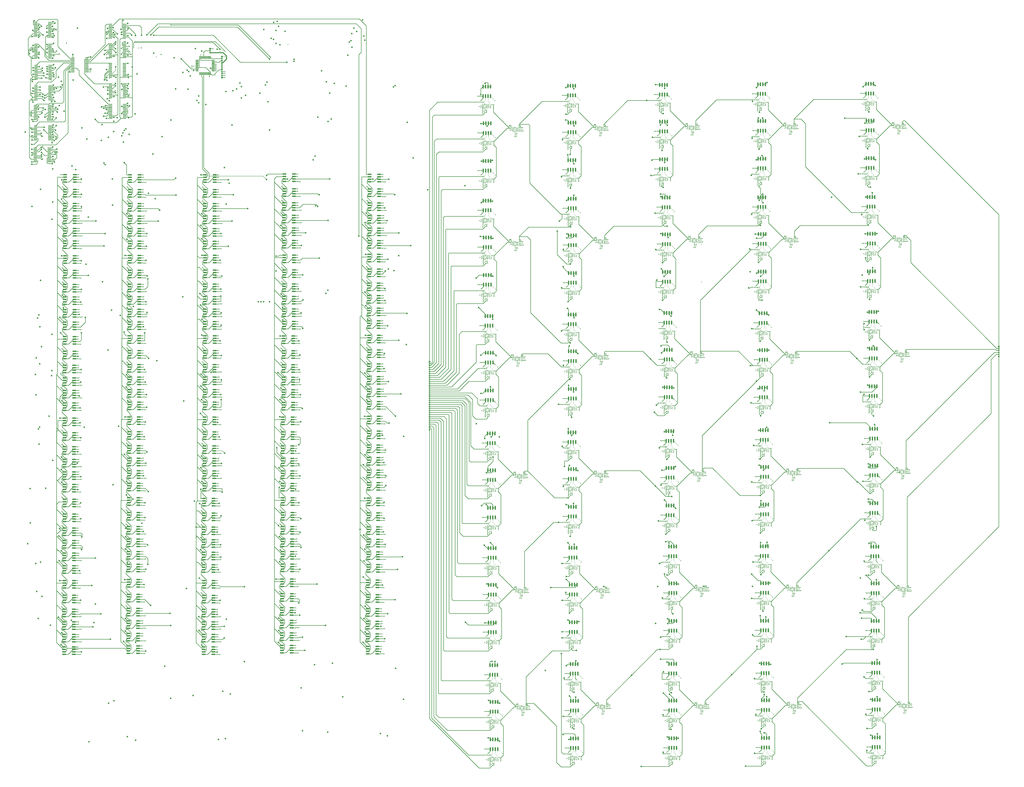
<source format=gbr>
%TF.GenerationSoftware,KiCad,Pcbnew,(6.99.0-3937-g3e53426b6c)*%
%TF.CreationDate,2024-12-16T03:44:03-05:00*%
%TF.ProjectId,AnalogFNN,416e616c-6f67-4464-9e4e-2e6b69636164,rev?*%
%TF.SameCoordinates,Original*%
%TF.FileFunction,Copper,L1,Top*%
%TF.FilePolarity,Positive*%
%FSLAX46Y46*%
G04 Gerber Fmt 4.6, Leading zero omitted, Abs format (unit mm)*
G04 Created by KiCad (PCBNEW (6.99.0-3937-g3e53426b6c)) date 2024-12-16 03:44:03*
%MOMM*%
%LPD*%
G01*
G04 APERTURE LIST*
G04 Aperture macros list*
%AMRoundRect*
0 Rectangle with rounded corners*
0 $1 Rounding radius*
0 $2 $3 $4 $5 $6 $7 $8 $9 X,Y pos of 4 corners*
0 Add a 4 corners polygon primitive as box body*
4,1,4,$2,$3,$4,$5,$6,$7,$8,$9,$2,$3,0*
0 Add four circle primitives for the rounded corners*
1,1,$1+$1,$2,$3*
1,1,$1+$1,$4,$5*
1,1,$1+$1,$6,$7*
1,1,$1+$1,$8,$9*
0 Add four rect primitives between the rounded corners*
20,1,$1+$1,$2,$3,$4,$5,0*
20,1,$1+$1,$4,$5,$6,$7,0*
20,1,$1+$1,$6,$7,$8,$9,0*
20,1,$1+$1,$8,$9,$2,$3,0*%
G04 Aperture macros list end*
%TA.AperFunction,SMDPad,CuDef*%
%ADD10RoundRect,0.100000X-0.130000X-0.100000X0.130000X-0.100000X0.130000X0.100000X-0.130000X0.100000X0*%
%TD*%
%TA.AperFunction,SMDPad,CuDef*%
%ADD11RoundRect,0.050000X-0.350000X-0.050000X0.350000X-0.050000X0.350000X0.050000X-0.350000X0.050000X0*%
%TD*%
%TA.AperFunction,SMDPad,CuDef*%
%ADD12RoundRect,0.050000X-0.050000X-0.350000X0.050000X-0.350000X0.050000X0.350000X-0.050000X0.350000X0*%
%TD*%
%TA.AperFunction,SMDPad,CuDef*%
%ADD13RoundRect,0.100000X0.100000X-0.130000X0.100000X0.130000X-0.100000X0.130000X-0.100000X-0.130000X0*%
%TD*%
%TA.AperFunction,SMDPad,CuDef*%
%ADD14RoundRect,0.150000X0.150000X-0.825000X0.150000X0.825000X-0.150000X0.825000X-0.150000X-0.825000X0*%
%TD*%
%TA.AperFunction,SMDPad,CuDef*%
%ADD15RoundRect,0.100000X0.130000X0.100000X-0.130000X0.100000X-0.130000X-0.100000X0.130000X-0.100000X0*%
%TD*%
%TA.AperFunction,SMDPad,CuDef*%
%ADD16RoundRect,0.150000X-0.825000X-0.150000X0.825000X-0.150000X0.825000X0.150000X-0.825000X0.150000X0*%
%TD*%
%TA.AperFunction,SMDPad,CuDef*%
%ADD17RoundRect,0.100000X-0.100000X0.130000X-0.100000X-0.130000X0.100000X-0.130000X0.100000X0.130000X0*%
%TD*%
%TA.AperFunction,ComponentPad*%
%ADD18R,0.850000X0.850000*%
%TD*%
%TA.AperFunction,ComponentPad*%
%ADD19O,0.850000X0.850000*%
%TD*%
%TA.AperFunction,SMDPad,CuDef*%
%ADD20R,1.750000X0.450000*%
%TD*%
%TA.AperFunction,SMDPad,CuDef*%
%ADD21RoundRect,0.075000X-0.662500X-0.075000X0.662500X-0.075000X0.662500X0.075000X-0.662500X0.075000X0*%
%TD*%
%TA.AperFunction,SMDPad,CuDef*%
%ADD22RoundRect,0.075000X-0.075000X-0.662500X0.075000X-0.662500X0.075000X0.662500X-0.075000X0.662500X0*%
%TD*%
%TA.AperFunction,ViaPad*%
%ADD23C,0.400000*%
%TD*%
%TA.AperFunction,ViaPad*%
%ADD24C,0.800000*%
%TD*%
%TA.AperFunction,ViaPad*%
%ADD25C,0.600000*%
%TD*%
%TA.AperFunction,Conductor*%
%ADD26C,0.100000*%
%TD*%
%TA.AperFunction,Conductor*%
%ADD27C,0.250000*%
%TD*%
%TA.AperFunction,Conductor*%
%ADD28C,0.150000*%
%TD*%
%TA.AperFunction,Conductor*%
%ADD29C,0.200000*%
%TD*%
%TA.AperFunction,Conductor*%
%ADD30C,0.500000*%
%TD*%
G04 APERTURE END LIST*
D10*
%TO.P,R75,1*%
%TO.N,/L1_IN14*%
X269466600Y-178456600D03*
%TO.P,R75,2*%
%TO.N,Net-(U13C--)*%
X270106600Y-178456600D03*
%TD*%
D11*
%TO.P,U27,1,-*%
%TO.N,/Neuron6_1/Adder2/SUM_IN*%
X326249400Y-68036200D03*
%TO.P,U27,2,+*%
%TO.N,GND*%
X326249400Y-68436200D03*
%TO.P,U27,3,V+*%
%TO.N,+5V*%
X326249400Y-68836200D03*
%TO.P,U27,4,+*%
%TO.N,Net-(U27B-+)*%
X326249400Y-69236200D03*
%TO.P,U27,5,-*%
%TO.N,Net-(U27B--)*%
X326249400Y-69636200D03*
D12*
%TO.P,U27,6*%
X326999400Y-69786200D03*
%TO.P,U27,7*%
%TO.N,Net-(C20-Pad2)*%
X327399400Y-69786200D03*
D11*
%TO.P,U27,8,-*%
%TO.N,Net-(U27C--)*%
X328149400Y-69636200D03*
%TO.P,U27,9,+*%
%TO.N,GND*%
X328149400Y-69236200D03*
%TO.P,U27,10,V-*%
X328149400Y-68836200D03*
%TO.P,U27,11,+*%
%TO.N,Net-(U27D-+)*%
X328149400Y-68436200D03*
%TO.P,U27,12,-*%
%TO.N,/Neuron6_1/OUT*%
X328149400Y-68036200D03*
D12*
%TO.P,U27,13*%
X327399400Y-67886200D03*
%TO.P,U27,14*%
%TO.N,Net-(C19-Pad1)*%
X326999400Y-67886200D03*
%TD*%
D10*
%TO.P,R494,1*%
%TO.N,Net-(U74D--)*%
X413309400Y-74237800D03*
%TO.P,R494,2*%
%TO.N,/Neuron6_13/Adder2/SUM_IN*%
X413949400Y-74237800D03*
%TD*%
D13*
%TO.P,R557,1*%
%TO.N,GND*%
X413230600Y-212876600D03*
%TO.P,R557,2*%
%TO.N,Net-(Q62B-S2)*%
X413230600Y-212236600D03*
%TD*%
D14*
%TO.P,Q14,1,S1*%
%TO.N,Net-(Q14A-S1)*%
X270039400Y-327736200D03*
%TO.P,Q14,2,G1*%
%TO.N,Net-(Q14A-G1)*%
X271309400Y-327736200D03*
%TO.P,Q14,3,S2*%
%TO.N,Net-(Q14B-S2)*%
X272579400Y-327736200D03*
%TO.P,Q14,4,G2*%
%TO.N,Net-(Q14B-G2)*%
X273849400Y-327736200D03*
%TO.P,Q14,5,D2*%
%TO.N,/W156*%
X273849400Y-322786200D03*
%TO.P,Q14,6,D2*%
X272579400Y-322786200D03*
%TO.P,Q14,7,D1*%
%TO.N,/W155*%
X271309400Y-322786200D03*
%TO.P,Q14,8,D1*%
X270039400Y-322786200D03*
%TD*%
D13*
%TO.P,R322,1*%
%TO.N,GND*%
X315982400Y-355024800D03*
%TO.P,R322,2*%
%TO.N,Net-(Q36B-S2)*%
X315982400Y-354384800D03*
%TD*%
D15*
%TO.P,D13,1,K*%
%TO.N,GND*%
X330018100Y-67794800D03*
%TO.P,D13,2,A*%
%TO.N,/Neuron6_1/OUT*%
X329378100Y-67794800D03*
%TD*%
D16*
%TO.P,U146,1,~{CS}*%
%TO.N,/VariableWeights/CS146*%
X52050000Y-251790000D03*
%TO.P,U146,2,SCK*%
%TO.N,/SCK*%
X52050000Y-253060000D03*
%TO.P,U146,3,SI*%
%TO.N,/MOSI*%
X52050000Y-254330000D03*
%TO.P,U146,4,VSS*%
%TO.N,GND*%
X52050000Y-255600000D03*
%TO.P,U146,5,PA0*%
%TO.N,Net-(U146-PA0)*%
X57000000Y-255600000D03*
%TO.P,U146,6,PW0*%
%TO.N,/W146*%
X57000000Y-254330000D03*
%TO.P,U146,7,PB0*%
%TO.N,GND*%
X57000000Y-253060000D03*
%TO.P,U146,8,VDD*%
%TO.N,+5V*%
X57000000Y-251790000D03*
%TD*%
D15*
%TO.P,R886,1*%
%TO.N,+5V*%
X132130000Y-117550000D03*
%TO.P,R886,2*%
%TO.N,Net-(U198-PA0)*%
X131490000Y-117550000D03*
%TD*%
D10*
%TO.P,R569,1*%
%TO.N,/Neuron6_10/OUT*%
X411082800Y-256120400D03*
%TO.P,R569,2*%
%TO.N,Net-(U86C--)*%
X411722800Y-256120400D03*
%TD*%
%TO.P,R502,1*%
%TO.N,GND*%
X406578800Y-89115600D03*
%TO.P,R502,2*%
%TO.N,Net-(Q56A-S1)*%
X407218800Y-89115600D03*
%TD*%
%TO.P,R659,1*%
%TO.N,Net-(U99D-+)*%
X482594000Y-68522000D03*
%TO.P,R659,2*%
%TO.N,GND*%
X483234000Y-68522000D03*
%TD*%
D11*
%TO.P,U83,1,-*%
%TO.N,/Neuron6_15/Adder2/SUM_IN*%
X424654400Y-185054400D03*
%TO.P,U83,2,+*%
%TO.N,GND*%
X424654400Y-185454400D03*
%TO.P,U83,3,V+*%
%TO.N,+5V*%
X424654400Y-185854400D03*
%TO.P,U83,4,+*%
%TO.N,Net-(U83B-+)*%
X424654400Y-186254400D03*
%TO.P,U83,5,-*%
%TO.N,Net-(U83B--)*%
X424654400Y-186654400D03*
D12*
%TO.P,U83,6*%
X425404400Y-186804400D03*
%TO.P,U83,7*%
%TO.N,Net-(C62-Pad2)*%
X425804400Y-186804400D03*
D11*
%TO.P,U83,8,-*%
%TO.N,Net-(U83C--)*%
X426554400Y-186654400D03*
%TO.P,U83,9,+*%
%TO.N,GND*%
X426554400Y-186254400D03*
%TO.P,U83,10,V-*%
X426554400Y-185854400D03*
%TO.P,U83,11,+*%
%TO.N,Net-(U83D-+)*%
X426554400Y-185454400D03*
%TO.P,U83,12,-*%
%TO.N,/Neuron6_15/OUT*%
X426554400Y-185054400D03*
D12*
%TO.P,U83,13*%
X425804400Y-184904400D03*
%TO.P,U83,14*%
%TO.N,Net-(C61-Pad1)*%
X425404400Y-184904400D03*
%TD*%
D10*
%TO.P,R259,1*%
%TO.N,GND*%
X309189400Y-268186200D03*
%TO.P,R259,2*%
%TO.N,Net-(Q29A-S1)*%
X309829400Y-268186200D03*
%TD*%
%TO.P,R118,1*%
%TO.N,Net-(U19B--)*%
X286131800Y-310268400D03*
%TO.P,R118,2*%
%TO.N,Net-(U19C--)*%
X286771800Y-310268400D03*
%TD*%
D14*
%TO.P,Q13,1,S1*%
%TO.N,Net-(Q13A-S1)*%
X270044400Y-308411200D03*
%TO.P,Q13,2,G1*%
%TO.N,Net-(Q13A-G1)*%
X271314400Y-308411200D03*
%TO.P,Q13,3,S2*%
%TO.N,Net-(Q13B-S2)*%
X272584400Y-308411200D03*
%TO.P,Q13,4,G2*%
%TO.N,Net-(Q13B-G2)*%
X273854400Y-308411200D03*
%TO.P,Q13,5,D2*%
%TO.N,/W154*%
X273854400Y-303461200D03*
%TO.P,Q13,6,D2*%
X272584400Y-303461200D03*
%TO.P,Q13,7,D1*%
%TO.N,/W153*%
X271314400Y-303461200D03*
%TO.P,Q13,8,D1*%
X270044400Y-303461200D03*
%TD*%
D15*
%TO.P,R854,1*%
%TO.N,+5V*%
X93145000Y-145545000D03*
%TO.P,R854,2*%
%TO.N,Net-(U166-PA0)*%
X92505000Y-145545000D03*
%TD*%
%TO.P,R598,1*%
%TO.N,Net-(U90C--)*%
X411697800Y-314880200D03*
%TO.P,R598,2*%
%TO.N,Net-(Q67B-G2)*%
X411057800Y-314880200D03*
%TD*%
D16*
%TO.P,U250,1,~{CS}*%
%TO.N,/VariableWeights/CS442*%
X164355000Y-224745000D03*
%TO.P,U250,2,SCK*%
%TO.N,/SCK*%
X164355000Y-226015000D03*
%TO.P,U250,3,SI*%
%TO.N,/MOSI*%
X164355000Y-227285000D03*
%TO.P,U250,4,VSS*%
%TO.N,GND*%
X164355000Y-228555000D03*
%TO.P,U250,5,PA0*%
%TO.N,Net-(U250-PA0)*%
X169305000Y-228555000D03*
%TO.P,U250,6,PW0*%
%TO.N,/W442*%
X169305000Y-227285000D03*
%TO.P,U250,7,PB0*%
%TO.N,GND*%
X169305000Y-226015000D03*
%TO.P,U250,8,VDD*%
%TO.N,+5V*%
X169305000Y-224745000D03*
%TD*%
D10*
%TO.P,R173,1*%
%TO.N,Net-(U27D-+)*%
X329394000Y-69522000D03*
%TO.P,R173,2*%
%TO.N,GND*%
X330034000Y-69522000D03*
%TD*%
D11*
%TO.P,U118,1,-*%
%TO.N,Net-(U118A--)*%
X467243800Y-371945200D03*
%TO.P,U118,2,+*%
%TO.N,GND*%
X467243800Y-372345200D03*
%TO.P,U118,3,V+*%
%TO.N,+5V*%
X467243800Y-372745200D03*
%TO.P,U118,4,+*%
%TO.N,Net-(Q88A-S1)*%
X467243800Y-373145200D03*
%TO.P,U118,5,-*%
%TO.N,Net-(U118B--)*%
X467243800Y-373545200D03*
D12*
%TO.P,U118,6*%
X467993800Y-373695200D03*
%TO.P,U118,7*%
%TO.N,Net-(Q88B-G2)*%
X468393800Y-373695200D03*
D11*
%TO.P,U118,8,-*%
%TO.N,Net-(U118C--)*%
X469143800Y-373545200D03*
%TO.P,U118,9,+*%
%TO.N,GND*%
X469143800Y-373145200D03*
%TO.P,U118,10,V-*%
%TO.N,-5V*%
X469143800Y-372745200D03*
%TO.P,U118,11,+*%
%TO.N,Net-(Q88B-S2)*%
X469143800Y-372345200D03*
%TO.P,U118,12,-*%
%TO.N,Net-(U118D--)*%
X469143800Y-371945200D03*
D12*
%TO.P,U118,13*%
X468393800Y-371795200D03*
%TO.P,U118,14*%
%TO.N,Net-(Q88A-G1)*%
X467993800Y-371795200D03*
%TD*%
D15*
%TO.P,R963,1*%
%TO.N,+5V*%
X216370000Y-152050000D03*
%TO.P,R963,2*%
%TO.N,Net-(U275-PA0)*%
X215730000Y-152050000D03*
%TD*%
D11*
%TO.P,U104,1,-*%
%TO.N,Net-(U104A--)*%
X464803800Y-151557400D03*
%TO.P,U104,2,+*%
%TO.N,GND*%
X464803800Y-151957400D03*
%TO.P,U104,3,V+*%
%TO.N,+5V*%
X464803800Y-152357400D03*
%TO.P,U104,4,+*%
%TO.N,Net-(Q77A-S1)*%
X464803800Y-152757400D03*
%TO.P,U104,5,-*%
%TO.N,Net-(U104B--)*%
X464803800Y-153157400D03*
D12*
%TO.P,U104,6*%
X465553800Y-153307400D03*
%TO.P,U104,7*%
%TO.N,Net-(Q77B-G2)*%
X465953800Y-153307400D03*
D11*
%TO.P,U104,8,-*%
%TO.N,Net-(U104C--)*%
X466703800Y-153157400D03*
%TO.P,U104,9,+*%
%TO.N,GND*%
X466703800Y-152757400D03*
%TO.P,U104,10,V-*%
%TO.N,-5V*%
X466703800Y-152357400D03*
%TO.P,U104,11,+*%
%TO.N,Net-(Q77B-S2)*%
X466703800Y-151957400D03*
%TO.P,U104,12,-*%
%TO.N,Net-(U104D--)*%
X466703800Y-151557400D03*
D12*
%TO.P,U104,13*%
X465953800Y-151407400D03*
%TO.P,U104,14*%
%TO.N,Net-(Q77A-G1)*%
X465553800Y-151407400D03*
%TD*%
D15*
%TO.P,D27,1,K*%
%TO.N,GND*%
X378583100Y-125321400D03*
%TO.P,D27,2,A*%
%TO.N,/Neuron6_13/IN2*%
X377943100Y-125321400D03*
%TD*%
D13*
%TO.P,R592,1*%
%TO.N,GND*%
X413691800Y-234761000D03*
%TO.P,R592,2*%
%TO.N,Net-(Q66B-S2)*%
X413691800Y-234121000D03*
%TD*%
D10*
%TO.P,R253,1*%
%TO.N,Net-(U40B--)*%
X327247400Y-250757200D03*
%TO.P,R253,2*%
%TO.N,Net-(U40C--)*%
X327887400Y-250757200D03*
%TD*%
D17*
%TO.P,R107,1*%
%TO.N,Net-(U17B--)*%
X269403000Y-237839600D03*
%TO.P,R107,2*%
%TO.N,/Neuron6_in4/Adder2/SUM_IN*%
X269403000Y-238479600D03*
%TD*%
D10*
%TO.P,R273,1*%
%TO.N,Net-(U42A--)*%
X311324400Y-311373400D03*
%TO.P,R273,2*%
%TO.N,Net-(Q31A-G1)*%
X311964400Y-311373400D03*
%TD*%
%TO.P,R406,1*%
%TO.N,/Neuron6_10/IN3*%
X358629400Y-251336200D03*
%TO.P,R406,2*%
%TO.N,Net-(U62A--)*%
X359269400Y-251336200D03*
%TD*%
D17*
%TO.P,R763,1*%
%TO.N,Net-(U114B--)*%
X466618600Y-314978400D03*
%TO.P,R763,2*%
%TO.N,/Neuron6_23/Adder2/SUM_IN*%
X466618600Y-315618400D03*
%TD*%
D11*
%TO.P,U35,1,-*%
%TO.N,Net-(U35A--)*%
X311154400Y-212021200D03*
%TO.P,U35,2,+*%
%TO.N,GND*%
X311154400Y-212421200D03*
%TO.P,U35,3,V+*%
%TO.N,+5V*%
X311154400Y-212821200D03*
%TO.P,U35,4,+*%
%TO.N,Net-(Q26A-S1)*%
X311154400Y-213221200D03*
%TO.P,U35,5,-*%
%TO.N,Net-(U35B--)*%
X311154400Y-213621200D03*
D12*
%TO.P,U35,6*%
X311904400Y-213771200D03*
%TO.P,U35,7*%
%TO.N,Net-(Q26B-G2)*%
X312304400Y-213771200D03*
D11*
%TO.P,U35,8,-*%
%TO.N,Net-(U35C--)*%
X313054400Y-213621200D03*
%TO.P,U35,9,+*%
%TO.N,GND*%
X313054400Y-213221200D03*
%TO.P,U35,10,V-*%
%TO.N,-5V*%
X313054400Y-212821200D03*
%TO.P,U35,11,+*%
%TO.N,Net-(Q26B-S2)*%
X313054400Y-212421200D03*
%TO.P,U35,12,-*%
%TO.N,Net-(U35D--)*%
X313054400Y-212021200D03*
D12*
%TO.P,U35,13*%
X312304400Y-211871200D03*
%TO.P,U35,14*%
%TO.N,Net-(Q26A-G1)*%
X311904400Y-211871200D03*
%TD*%
D14*
%TO.P,Q5,1,S1*%
%TO.N,Net-(Q5A-S1)*%
X267439400Y-149036200D03*
%TO.P,Q5,2,G1*%
%TO.N,Net-(Q5A-G1)*%
X268709400Y-149036200D03*
%TO.P,Q5,3,S2*%
%TO.N,Net-(Q5B-S2)*%
X269979400Y-149036200D03*
%TO.P,Q5,4,G2*%
%TO.N,Net-(Q5B-G2)*%
X271249400Y-149036200D03*
%TO.P,Q5,5,D2*%
%TO.N,/W126*%
X271249400Y-144086200D03*
%TO.P,Q5,6,D2*%
X269979400Y-144086200D03*
%TO.P,Q5,7,D1*%
%TO.N,/W125*%
X268709400Y-144086200D03*
%TO.P,Q5,8,D1*%
X267439400Y-144086200D03*
%TD*%
D10*
%TO.P,R776,1*%
%TO.N,/Neuron6_13/OUT*%
X463830600Y-291763800D03*
%TO.P,R776,2*%
%TO.N,Net-(U117A--)*%
X464470600Y-291763800D03*
%TD*%
D11*
%TO.P,U72,1,-*%
%TO.N,Net-(U72A--)*%
X362789400Y-391690100D03*
%TO.P,U72,2,+*%
%TO.N,GND*%
X362789400Y-392090100D03*
%TO.P,U72,3,V+*%
%TO.N,+5V*%
X362789400Y-392490100D03*
%TO.P,U72,4,+*%
%TO.N,Net-(Q53A-S1)*%
X362789400Y-392890100D03*
%TO.P,U72,5,-*%
%TO.N,Net-(U72B--)*%
X362789400Y-393290100D03*
D12*
%TO.P,U72,6*%
X363539400Y-393440100D03*
%TO.P,U72,7*%
%TO.N,Net-(Q53B-G2)*%
X363939400Y-393440100D03*
D11*
%TO.P,U72,8,-*%
%TO.N,Net-(U72C--)*%
X364689400Y-393290100D03*
%TO.P,U72,9,+*%
%TO.N,GND*%
X364689400Y-392890100D03*
%TO.P,U72,10,V-*%
%TO.N,-5V*%
X364689400Y-392490100D03*
%TO.P,U72,11,+*%
%TO.N,Net-(Q53B-S2)*%
X364689400Y-392090100D03*
%TO.P,U72,12,-*%
%TO.N,Net-(U72D--)*%
X364689400Y-391690100D03*
D12*
%TO.P,U72,13*%
X363939400Y-391540100D03*
%TO.P,U72,14*%
%TO.N,Net-(Q53A-G1)*%
X363539400Y-391540100D03*
%TD*%
D14*
%TO.P,Q39,1,S1*%
%TO.N,Net-(Q39A-S1)*%
X357945600Y-51238800D03*
%TO.P,Q39,2,G1*%
%TO.N,Net-(Q39A-G1)*%
X359215600Y-51238800D03*
%TO.P,Q39,3,S2*%
%TO.N,Net-(Q39B-S2)*%
X360485600Y-51238800D03*
%TO.P,Q39,4,G2*%
%TO.N,Net-(Q39B-G2)*%
X361755600Y-51238800D03*
%TO.P,Q39,5,D2*%
%TO.N,/W312*%
X361755600Y-46288800D03*
%TO.P,Q39,6,D2*%
X360485600Y-46288800D03*
%TO.P,Q39,7,D1*%
%TO.N,/W311*%
X359215600Y-46288800D03*
%TO.P,Q39,8,D1*%
X357945600Y-46288800D03*
%TD*%
D17*
%TO.P,R369,1*%
%TO.N,Net-(U56B--)*%
X359377400Y-154802400D03*
%TO.P,R369,2*%
%TO.N,/Neuron6_8/Adder2/SUM_IN*%
X359377400Y-155442400D03*
%TD*%
D10*
%TO.P,R759,1*%
%TO.N,Net-(U114A--)*%
X466425600Y-310701000D03*
%TO.P,R759,2*%
%TO.N,Net-(Q85A-G1)*%
X467065600Y-310701000D03*
%TD*%
%TO.P,D36,1,K*%
%TO.N,/Neuron6_12/OUT*%
X381254200Y-364238500D03*
%TO.P,D36,2,A*%
%TO.N,GND*%
X381894200Y-364238500D03*
%TD*%
%TO.P,R165,1*%
%TO.N,Net-(U26A--)*%
X310624400Y-73673400D03*
%TO.P,R165,2*%
%TO.N,Net-(Q19A-G1)*%
X311264400Y-73673400D03*
%TD*%
D15*
%TO.P,R831,1*%
%TO.N,+5V*%
X59845000Y-236245000D03*
%TO.P,R831,2*%
%TO.N,Net-(U143-PA0)*%
X59205000Y-236245000D03*
%TD*%
%TO.P,R942,1*%
%TO.N,+5V*%
X171950000Y-255150000D03*
%TO.P,R942,2*%
%TO.N,Net-(U254-PA0)*%
X171310000Y-255150000D03*
%TD*%
D14*
%TO.P,Q62,1,S1*%
%TO.N,Net-(Q62A-S1)*%
X409344400Y-206954400D03*
%TO.P,Q62,2,G1*%
%TO.N,Net-(Q62A-G1)*%
X410614400Y-206954400D03*
%TO.P,Q62,3,S2*%
%TO.N,Net-(Q62B-S2)*%
X411884400Y-206954400D03*
%TO.P,Q62,4,G2*%
%TO.N,Net-(Q62B-G2)*%
X413154400Y-206954400D03*
%TO.P,Q62,5,D2*%
%TO.N,/W436*%
X413154400Y-202004400D03*
%TO.P,Q62,6,D2*%
X411884400Y-202004400D03*
%TO.P,Q62,7,D1*%
%TO.N,/W435*%
X410614400Y-202004400D03*
%TO.P,Q62,8,D1*%
X409344400Y-202004400D03*
%TD*%
D10*
%TO.P,D2,1,K*%
%TO.N,/Neuron6_1/IN1*%
X285768600Y-67305800D03*
%TO.P,D2,2,A*%
%TO.N,GND*%
X286408600Y-67305800D03*
%TD*%
D15*
%TO.P,C34,1*%
%TO.N,Net-(C34-Pad1)*%
X326356800Y-364054000D03*
%TO.P,C34,2*%
%TO.N,Net-(U48B-+)*%
X325716800Y-364054000D03*
%TD*%
D17*
%TO.P,R504,1*%
%TO.N,Net-(U76B--)*%
X408417400Y-96494000D03*
%TO.P,R504,2*%
%TO.N,/Neuron6_13/Adder2/SUM_IN*%
X408417400Y-97134000D03*
%TD*%
D10*
%TO.P,R702,1*%
%TO.N,Net-(U105D--)*%
X469455000Y-113283400D03*
%TO.P,R702,2*%
%TO.N,/Neuron6_20/Adder2/SUM_IN*%
X470095000Y-113283400D03*
%TD*%
D15*
%TO.P,R671,1*%
%TO.N,Net-(U101C--)*%
X465762800Y-58055200D03*
%TO.P,R671,2*%
%TO.N,Net-(Q75B-G2)*%
X465122800Y-58055200D03*
%TD*%
D17*
%TO.P,R520,1*%
%TO.N,Net-(U78B--)*%
X408568000Y-135314600D03*
%TO.P,R520,2*%
%TO.N,/Neuron6_14/Adder2/SUM_IN*%
X408568000Y-135954600D03*
%TD*%
D14*
%TO.P,Q23,1,S1*%
%TO.N,Net-(Q23A-S1)*%
X311190000Y-148000000D03*
%TO.P,Q23,2,G1*%
%TO.N,Net-(Q23A-G1)*%
X312460000Y-148000000D03*
%TO.P,Q23,3,S2*%
%TO.N,Net-(Q23B-S2)*%
X313730000Y-148000000D03*
%TO.P,Q23,4,G2*%
%TO.N,Net-(Q23B-G2)*%
X315000000Y-148000000D03*
%TO.P,Q23,5,D2*%
%TO.N,/W226*%
X315000000Y-143050000D03*
%TO.P,Q23,6,D2*%
X313730000Y-143050000D03*
%TO.P,Q23,7,D1*%
%TO.N,/W225*%
X312460000Y-143050000D03*
%TO.P,Q23,8,D1*%
X311190000Y-143050000D03*
%TD*%
D10*
%TO.P,R289,1*%
%TO.N,Net-(U43D--)*%
X316399400Y-332044600D03*
%TO.P,R289,2*%
%TO.N,/Neuron6_5/Adder2/SUM_IN*%
X317039400Y-332044600D03*
%TD*%
%TO.P,R29,1*%
%TO.N,/L1_IN10*%
X268572200Y-138056600D03*
%TO.P,R29,2*%
%TO.N,Net-(U6C--)*%
X269212200Y-138056600D03*
%TD*%
%TO.P,R410,1*%
%TO.N,GND*%
X359429400Y-248236200D03*
%TO.P,R410,2*%
%TO.N,Net-(Q46A-S1)*%
X360069400Y-248236200D03*
%TD*%
%TO.P,R27,1*%
%TO.N,Net-(U5D--)*%
X271955000Y-56483400D03*
%TO.P,R27,2*%
%TO.N,/Neuron6_in1/Adder2/SUM_IN*%
X272595000Y-56483400D03*
%TD*%
D15*
%TO.P,R266,1*%
%TO.N,Net-(U41C--)*%
X312778400Y-237344000D03*
%TO.P,R266,2*%
%TO.N,Net-(Q30B-G2)*%
X312138400Y-237344000D03*
%TD*%
D10*
%TO.P,R770,1*%
%TO.N,Net-(U116A--)*%
X466420600Y-330026000D03*
%TO.P,R770,2*%
%TO.N,Net-(Q86A-G1)*%
X467060600Y-330026000D03*
%TD*%
D15*
%TO.P,R930,1*%
%TO.N,+5V*%
X172645000Y-171845000D03*
%TO.P,R930,2*%
%TO.N,Net-(U242-PA0)*%
X172005000Y-171845000D03*
%TD*%
D13*
%TO.P,R241,1*%
%TO.N,GND*%
X314931800Y-175261000D03*
%TO.P,R241,2*%
%TO.N,Net-(Q27B-S2)*%
X314931800Y-174621000D03*
%TD*%
D15*
%TO.P,C52,1*%
%TO.N,Net-(C52-Pad1)*%
X376941200Y-363959100D03*
%TO.P,C52,2*%
%TO.N,Net-(U71B-+)*%
X376301200Y-363959100D03*
%TD*%
D16*
%TO.P,U266,1,~{CS}*%
%TO.N,/VariableWeights/CS466*%
X163855000Y-334595000D03*
%TO.P,U266,2,SCK*%
%TO.N,/SCK*%
X163855000Y-335865000D03*
%TO.P,U266,3,SI*%
%TO.N,/MOSI*%
X163855000Y-337135000D03*
%TO.P,U266,4,VSS*%
%TO.N,GND*%
X163855000Y-338405000D03*
%TO.P,U266,5,PA0*%
%TO.N,Net-(U266-PA0)*%
X168805000Y-338405000D03*
%TO.P,U266,6,PW0*%
%TO.N,/W466*%
X168805000Y-337135000D03*
%TO.P,U266,7,PB0*%
%TO.N,GND*%
X168805000Y-335865000D03*
%TO.P,U266,8,VDD*%
%TO.N,+5V*%
X168805000Y-334595000D03*
%TD*%
D10*
%TO.P,R375,1*%
%TO.N,GND*%
X357394400Y-109162800D03*
%TO.P,R375,2*%
%TO.N,Net-(Q42A-S1)*%
X358034400Y-109162800D03*
%TD*%
D15*
%TO.P,R875,1*%
%TO.N,+5V*%
X92846800Y-290180000D03*
%TO.P,R875,2*%
%TO.N,Net-(U187-PA0)*%
X92206800Y-290180000D03*
%TD*%
%TO.P,R96,1*%
%TO.N,Net-(U16C--)*%
X271442200Y-276141400D03*
%TO.P,R96,2*%
%TO.N,Net-(Q11B-G2)*%
X270802200Y-276141400D03*
%TD*%
D11*
%TO.P,U59,1,-*%
%TO.N,/Neuron6_9/Adder2/SUM_IN*%
X375737000Y-184902200D03*
%TO.P,U59,2,+*%
%TO.N,GND*%
X375737000Y-185302200D03*
%TO.P,U59,3,V+*%
%TO.N,+5V*%
X375737000Y-185702200D03*
%TO.P,U59,4,+*%
%TO.N,Net-(U59B-+)*%
X375737000Y-186102200D03*
%TO.P,U59,5,-*%
%TO.N,Net-(U59B--)*%
X375737000Y-186502200D03*
D12*
%TO.P,U59,6*%
X376487000Y-186652200D03*
%TO.P,U59,7*%
%TO.N,Net-(C44-Pad2)*%
X376887000Y-186652200D03*
D11*
%TO.P,U59,8,-*%
%TO.N,Net-(U59C--)*%
X377637000Y-186502200D03*
%TO.P,U59,9,+*%
%TO.N,GND*%
X377637000Y-186102200D03*
%TO.P,U59,10,V-*%
X377637000Y-185702200D03*
%TO.P,U59,11,+*%
%TO.N,Net-(U59D-+)*%
X377637000Y-185302200D03*
%TO.P,U59,12,-*%
%TO.N,/Neuron6_13/IN3*%
X377637000Y-184902200D03*
D12*
%TO.P,U59,13*%
X376887000Y-184752200D03*
%TO.P,U59,14*%
%TO.N,Net-(C43-Pad1)*%
X376487000Y-184752200D03*
%TD*%
D10*
%TO.P,R143,1*%
%TO.N,Net-(U22D--)*%
X275690000Y-373008400D03*
%TO.P,R143,2*%
%TO.N,/Neuron6_in6/Adder2/SUM_IN*%
X276330000Y-373008400D03*
%TD*%
D15*
%TO.P,R112,1*%
%TO.N,Net-(U18C--)*%
X271812200Y-315791400D03*
%TO.P,R112,2*%
%TO.N,Net-(Q13B-G2)*%
X271172200Y-315791400D03*
%TD*%
D11*
%TO.P,U64,1,-*%
%TO.N,Net-(U64A--)*%
X361354400Y-272021200D03*
%TO.P,U64,2,+*%
%TO.N,GND*%
X361354400Y-272421200D03*
%TO.P,U64,3,V+*%
%TO.N,+5V*%
X361354400Y-272821200D03*
%TO.P,U64,4,+*%
%TO.N,Net-(Q47A-S1)*%
X361354400Y-273221200D03*
%TO.P,U64,5,-*%
%TO.N,Net-(U64B--)*%
X361354400Y-273621200D03*
D12*
%TO.P,U64,6*%
X362104400Y-273771200D03*
%TO.P,U64,7*%
%TO.N,Net-(Q47B-G2)*%
X362504400Y-273771200D03*
D11*
%TO.P,U64,8,-*%
%TO.N,Net-(U64C--)*%
X363254400Y-273621200D03*
%TO.P,U64,9,+*%
%TO.N,GND*%
X363254400Y-273221200D03*
%TO.P,U64,10,V-*%
%TO.N,-5V*%
X363254400Y-272821200D03*
%TO.P,U64,11,+*%
%TO.N,Net-(Q47B-S2)*%
X363254400Y-272421200D03*
%TO.P,U64,12,-*%
%TO.N,Net-(U64D--)*%
X363254400Y-272021200D03*
D12*
%TO.P,U64,13*%
X362504400Y-271871200D03*
%TO.P,U64,14*%
%TO.N,Net-(Q47A-G1)*%
X362104400Y-271871200D03*
%TD*%
D10*
%TO.P,R310,1*%
%TO.N,/Neuron6_1/IN6*%
X313368400Y-395709200D03*
%TO.P,R310,2*%
%TO.N,Net-(U47C--)*%
X314008400Y-395709200D03*
%TD*%
D16*
%TO.P,U193,1,~{CS}*%
%TO.N,/VariableWeights/CS245*%
X85225000Y-244775000D03*
%TO.P,U193,2,SCK*%
%TO.N,/SCK*%
X85225000Y-246045000D03*
%TO.P,U193,3,SI*%
%TO.N,/MOSI*%
X85225000Y-247315000D03*
%TO.P,U193,4,VSS*%
%TO.N,GND*%
X85225000Y-248585000D03*
%TO.P,U193,5,PA0*%
%TO.N,Net-(U193-PA0)*%
X90175000Y-248585000D03*
%TO.P,U193,6,PW0*%
%TO.N,/W245*%
X90175000Y-247315000D03*
%TO.P,U193,7,PB0*%
%TO.N,GND*%
X90175000Y-246045000D03*
%TO.P,U193,8,VDD*%
%TO.N,+5V*%
X90175000Y-244775000D03*
%TD*%
D10*
%TO.P,R400,1*%
%TO.N,Net-(U61A--)*%
X359962600Y-171603200D03*
%TO.P,R400,2*%
%TO.N,Net-(Q45A-G1)*%
X360602600Y-171603200D03*
%TD*%
D15*
%TO.P,R150,1*%
%TO.N,Net-(U24C--)*%
X272692800Y-395305200D03*
%TO.P,R150,2*%
%TO.N,Net-(Q17B-G2)*%
X272052800Y-395305200D03*
%TD*%
D11*
%TO.P,U80,1,-*%
%TO.N,Net-(U80A--)*%
X408654400Y-151721200D03*
%TO.P,U80,2,+*%
%TO.N,GND*%
X408654400Y-152121200D03*
%TO.P,U80,3,V+*%
%TO.N,+5V*%
X408654400Y-152521200D03*
%TO.P,U80,4,+*%
%TO.N,Net-(Q59A-S1)*%
X408654400Y-152921200D03*
%TO.P,U80,5,-*%
%TO.N,Net-(U80B--)*%
X408654400Y-153321200D03*
D12*
%TO.P,U80,6*%
X409404400Y-153471200D03*
%TO.P,U80,7*%
%TO.N,Net-(Q59B-G2)*%
X409804400Y-153471200D03*
D11*
%TO.P,U80,8,-*%
%TO.N,Net-(U80C--)*%
X410554400Y-153321200D03*
%TO.P,U80,9,+*%
%TO.N,GND*%
X410554400Y-152921200D03*
%TO.P,U80,10,V-*%
%TO.N,-5V*%
X410554400Y-152521200D03*
%TO.P,U80,11,+*%
%TO.N,Net-(Q59B-S2)*%
X410554400Y-152121200D03*
%TO.P,U80,12,-*%
%TO.N,Net-(U80D--)*%
X410554400Y-151721200D03*
D12*
%TO.P,U80,13*%
X409804400Y-151571200D03*
%TO.P,U80,14*%
%TO.N,Net-(Q59A-G1)*%
X409404400Y-151571200D03*
%TD*%
D10*
%TO.P,R567,1*%
%TO.N,Net-(U85D--)*%
X413960000Y-173101600D03*
%TO.P,R567,2*%
%TO.N,/Neuron6_15/Adder2/SUM_IN*%
X414600000Y-173101600D03*
%TD*%
D15*
%TO.P,C66,1*%
%TO.N,Net-(C65-Pad2)*%
X429044600Y-245822200D03*
%TO.P,C66,2*%
%TO.N,Net-(U87D-+)*%
X428404600Y-245822200D03*
%TD*%
%TO.P,C68,1*%
%TO.N,Net-(U91C--)*%
X427190800Y-307833200D03*
%TO.P,C68,2*%
%TO.N,Net-(C68-Pad2)*%
X426550800Y-307833200D03*
%TD*%
%TO.P,R463,1*%
%TO.N,Net-(U70C--)*%
X364597800Y-375324100D03*
%TO.P,R463,2*%
%TO.N,Net-(Q52B-G2)*%
X363957800Y-375324100D03*
%TD*%
D10*
%TO.P,R575,1*%
%TO.N,Net-(U86D--)*%
X414715000Y-252183400D03*
%TO.P,R575,2*%
%TO.N,/Neuron6_16/Adder2/SUM_IN*%
X415355000Y-252183400D03*
%TD*%
%TO.P,R610,1*%
%TO.N,GND*%
X407959400Y-326786200D03*
%TO.P,R610,2*%
%TO.N,Net-(Q68A-S1)*%
X408599400Y-326786200D03*
%TD*%
%TO.P,R452,1*%
%TO.N,/Neuron6_1/OUT*%
X359929400Y-291736200D03*
%TO.P,R452,2*%
%TO.N,Net-(U69A--)*%
X360569400Y-291736200D03*
%TD*%
D15*
%TO.P,C78,1*%
%TO.N,Net-(C77-Pad2)*%
X483934000Y-125858400D03*
%TO.P,C78,2*%
%TO.N,Net-(U103D-+)*%
X483294000Y-125858400D03*
%TD*%
D14*
%TO.P,Q80,1,S1*%
%TO.N,Net-(Q80A-S1)*%
X465744400Y-206253400D03*
%TO.P,Q80,2,G1*%
%TO.N,Net-(Q80A-G1)*%
X467014400Y-206253400D03*
%TO.P,Q80,3,S2*%
%TO.N,Net-(Q80B-S2)*%
X468284400Y-206253400D03*
%TO.P,Q80,4,G2*%
%TO.N,Net-(Q80B-G2)*%
X469554400Y-206253400D03*
%TO.P,Q80,5,D2*%
%TO.N,/W536*%
X469554400Y-201303400D03*
%TO.P,Q80,6,D2*%
X468284400Y-201303400D03*
%TO.P,Q80,7,D1*%
%TO.N,/W535*%
X467014400Y-201303400D03*
%TO.P,Q80,8,D1*%
X465744400Y-201303400D03*
%TD*%
D13*
%TO.P,R141,1*%
%TO.N,GND*%
X274816200Y-374522200D03*
%TO.P,R141,2*%
%TO.N,Net-(Q16B-S2)*%
X274816200Y-373882200D03*
%TD*%
D16*
%TO.P,U204,1,~{CS}*%
%TO.N,/VariableWeights/CS324*%
X124250000Y-155190000D03*
%TO.P,U204,2,SCK*%
%TO.N,/SCK*%
X124250000Y-156460000D03*
%TO.P,U204,3,SI*%
%TO.N,/MOSI*%
X124250000Y-157730000D03*
%TO.P,U204,4,VSS*%
%TO.N,GND*%
X124250000Y-159000000D03*
%TO.P,U204,5,PA0*%
%TO.N,Net-(U204-PA0)*%
X129200000Y-159000000D03*
%TO.P,U204,6,PW0*%
%TO.N,/W324*%
X129200000Y-157730000D03*
%TO.P,U204,7,PB0*%
%TO.N,GND*%
X129200000Y-156460000D03*
%TO.P,U204,8,VDD*%
%TO.N,+5V*%
X129200000Y-155190000D03*
%TD*%
D10*
%TO.P,R572,1*%
%TO.N,GND*%
X407989400Y-247736200D03*
%TO.P,R572,2*%
%TO.N,Net-(Q64A-S1)*%
X408629400Y-247736200D03*
%TD*%
D16*
%TO.P,U289,1,~{CS}*%
%TO.N,/VariableWeights/CS545*%
X208450000Y-244440000D03*
%TO.P,U289,2,SCK*%
%TO.N,/SCK*%
X208450000Y-245710000D03*
%TO.P,U289,3,SI*%
%TO.N,/MOSI*%
X208450000Y-246980000D03*
%TO.P,U289,4,VSS*%
%TO.N,GND*%
X208450000Y-248250000D03*
%TO.P,U289,5,PA0*%
%TO.N,Net-(U289-PA0)*%
X213400000Y-248250000D03*
%TO.P,U289,6,PW0*%
%TO.N,/W545*%
X213400000Y-246980000D03*
%TO.P,U289,7,PB0*%
%TO.N,GND*%
X213400000Y-245710000D03*
%TO.P,U289,8,VDD*%
%TO.N,+5V*%
X213400000Y-244440000D03*
%TD*%
D15*
%TO.P,R982,1*%
%TO.N,+5V*%
X216145000Y-283845000D03*
%TO.P,R982,2*%
%TO.N,Net-(U294-PA0)*%
X215505000Y-283845000D03*
%TD*%
%TO.P,R986,1*%
%TO.N,+5V*%
X215510000Y-312450000D03*
%TO.P,R986,2*%
%TO.N,Net-(U298-PA0)*%
X214870000Y-312450000D03*
%TD*%
D17*
%TO.P,R547,1*%
%TO.N,Net-(U82B--)*%
X409222400Y-194969000D03*
%TO.P,R547,2*%
%TO.N,/Neuron6_15/Adder2/SUM_IN*%
X409222400Y-195609000D03*
%TD*%
D10*
%TO.P,R548,1*%
%TO.N,Net-(U82D--)*%
X414109400Y-192037800D03*
%TO.P,R548,2*%
%TO.N,/Neuron6_15/Adder2/SUM_IN*%
X414749400Y-192037800D03*
%TD*%
D16*
%TO.P,U235,1,~{CS}*%
%TO.N,/VariableWeights/CS415*%
X164975000Y-119845000D03*
%TO.P,U235,2,SCK*%
%TO.N,/SCK*%
X164975000Y-121115000D03*
%TO.P,U235,3,SI*%
%TO.N,/MOSI*%
X164975000Y-122385000D03*
%TO.P,U235,4,VSS*%
%TO.N,GND*%
X164975000Y-123655000D03*
%TO.P,U235,5,PA0*%
%TO.N,Net-(U235-PA0)*%
X169925000Y-123655000D03*
%TO.P,U235,6,PW0*%
%TO.N,/W415*%
X169925000Y-122385000D03*
%TO.P,U235,7,PB0*%
%TO.N,GND*%
X169925000Y-121115000D03*
%TO.P,U235,8,VDD*%
%TO.N,+5V*%
X169925000Y-119845000D03*
%TD*%
D10*
%TO.P,R637,1*%
%TO.N,GND*%
X408424400Y-387061200D03*
%TO.P,R637,2*%
%TO.N,Net-(Q71A-S1)*%
X409064400Y-387061200D03*
%TD*%
%TO.P,R767,1*%
%TO.N,Net-(U115D-+)*%
X485195200Y-306549600D03*
%TO.P,R767,2*%
%TO.N,GND*%
X485835200Y-306549600D03*
%TD*%
%TO.P,R516,1*%
%TO.N,Net-(U78A--)*%
X408375000Y-131037200D03*
%TO.P,R516,2*%
%TO.N,Net-(Q58A-G1)*%
X409015000Y-131037200D03*
%TD*%
D13*
%TO.P,R422,1*%
%TO.N,GND*%
X365276200Y-273522200D03*
%TO.P,R422,2*%
%TO.N,Net-(Q47B-S2)*%
X365276200Y-272882200D03*
%TD*%
D15*
%TO.P,R920,1*%
%TO.N,+5V*%
X172570000Y-103650000D03*
%TO.P,R920,2*%
%TO.N,Net-(U232-PA0)*%
X171930000Y-103650000D03*
%TD*%
D11*
%TO.P,U34,1,-*%
%TO.N,Net-(U34A--)*%
X311159400Y-192696200D03*
%TO.P,U34,2,+*%
%TO.N,GND*%
X311159400Y-193096200D03*
%TO.P,U34,3,V+*%
%TO.N,+5V*%
X311159400Y-193496200D03*
%TO.P,U34,4,+*%
%TO.N,Net-(Q25A-S1)*%
X311159400Y-193896200D03*
%TO.P,U34,5,-*%
%TO.N,Net-(U34B--)*%
X311159400Y-194296200D03*
D12*
%TO.P,U34,6*%
X311909400Y-194446200D03*
%TO.P,U34,7*%
%TO.N,Net-(Q25B-G2)*%
X312309400Y-194446200D03*
D11*
%TO.P,U34,8,-*%
%TO.N,Net-(U34C--)*%
X313059400Y-194296200D03*
%TO.P,U34,9,+*%
%TO.N,GND*%
X313059400Y-193896200D03*
%TO.P,U34,10,V-*%
%TO.N,-5V*%
X313059400Y-193496200D03*
%TO.P,U34,11,+*%
%TO.N,Net-(Q25B-S2)*%
X313059400Y-193096200D03*
%TO.P,U34,12,-*%
%TO.N,Net-(U34D--)*%
X313059400Y-192696200D03*
D12*
%TO.P,U34,13*%
X312309400Y-192546200D03*
%TO.P,U34,14*%
%TO.N,Net-(Q25A-G1)*%
X311909400Y-192546200D03*
%TD*%
D13*
%TO.P,R457,1*%
%TO.N,GND*%
X366581200Y-294597200D03*
%TO.P,R457,2*%
%TO.N,Net-(Q51B-S2)*%
X366581200Y-293957200D03*
%TD*%
D15*
%TO.P,R274,1*%
%TO.N,Net-(U42C--)*%
X313412200Y-315691400D03*
%TO.P,R274,2*%
%TO.N,Net-(Q31B-G2)*%
X312772200Y-315691400D03*
%TD*%
D10*
%TO.P,R203,1*%
%TO.N,Net-(U32A--)*%
X310870000Y-151062200D03*
%TO.P,R203,2*%
%TO.N,Net-(Q23A-G1)*%
X311510000Y-151062200D03*
%TD*%
%TO.P,R775,1*%
%TO.N,Net-(U116D--)*%
X471500600Y-331372200D03*
%TO.P,R775,2*%
%TO.N,/Neuron6_23/Adder2/SUM_IN*%
X472140600Y-331372200D03*
%TD*%
D15*
%TO.P,C44,1*%
%TO.N,Net-(U59C--)*%
X377692800Y-187810400D03*
%TO.P,C44,2*%
%TO.N,Net-(C44-Pad2)*%
X377052800Y-187810400D03*
%TD*%
D10*
%TO.P,R14,1*%
%TO.N,Net-(U4A--)*%
X267019400Y-93398400D03*
%TO.P,R14,2*%
%TO.N,Net-(Q2A-G1)*%
X267659400Y-93398400D03*
%TD*%
%TO.P,R629,1*%
%TO.N,Net-(U94D--)*%
X415155000Y-372183400D03*
%TO.P,R629,2*%
%TO.N,/Neuron6_18/Adder2/SUM_IN*%
X415795000Y-372183400D03*
%TD*%
%TO.P,R43,1*%
%TO.N,GND*%
X265473800Y-148997400D03*
%TO.P,R43,2*%
%TO.N,Net-(Q5A-S1)*%
X266113800Y-148997400D03*
%TD*%
D14*
%TO.P,Q78,1,S1*%
%TO.N,Net-(Q78A-S1)*%
X464695000Y-108875000D03*
%TO.P,Q78,2,G1*%
%TO.N,Net-(Q78A-G1)*%
X465965000Y-108875000D03*
%TO.P,Q78,3,S2*%
%TO.N,Net-(Q78B-S2)*%
X467235000Y-108875000D03*
%TO.P,Q78,4,G2*%
%TO.N,Net-(Q78B-G2)*%
X468505000Y-108875000D03*
%TO.P,Q78,5,D2*%
%TO.N,/W522*%
X468505000Y-103925000D03*
%TO.P,Q78,6,D2*%
X467235000Y-103925000D03*
%TO.P,Q78,7,D1*%
%TO.N,/W521*%
X465965000Y-103925000D03*
%TO.P,Q78,8,D1*%
X464695000Y-103925000D03*
%TD*%
D10*
%TO.P,D16,1,K*%
%TO.N,/Neuron6_10/IN2*%
X329619200Y-124969600D03*
%TO.P,D16,2,A*%
%TO.N,GND*%
X330259200Y-124969600D03*
%TD*%
D15*
%TO.P,R663,1*%
%TO.N,Net-(U100C--)*%
X465907200Y-96316400D03*
%TO.P,R663,2*%
%TO.N,Net-(Q74B-G2)*%
X465267200Y-96316400D03*
%TD*%
D16*
%TO.P,U214,1,~{CS}*%
%TO.N,/VariableWeights/CS342*%
X124155000Y-224745000D03*
%TO.P,U214,2,SCK*%
%TO.N,/SCK*%
X124155000Y-226015000D03*
%TO.P,U214,3,SI*%
%TO.N,/MOSI*%
X124155000Y-227285000D03*
%TO.P,U214,4,VSS*%
%TO.N,GND*%
X124155000Y-228555000D03*
%TO.P,U214,5,PA0*%
%TO.N,Net-(U214-PA0)*%
X129105000Y-228555000D03*
%TO.P,U214,6,PW0*%
%TO.N,/W342*%
X129105000Y-227285000D03*
%TO.P,U214,7,PB0*%
%TO.N,GND*%
X129105000Y-226015000D03*
%TO.P,U214,8,VDD*%
%TO.N,+5V*%
X129105000Y-224745000D03*
%TD*%
D11*
%TO.P,U29,1,-*%
%TO.N,Net-(U29A--)*%
X310759400Y-56096200D03*
%TO.P,U29,2,+*%
%TO.N,GND*%
X310759400Y-56496200D03*
%TO.P,U29,3,V+*%
%TO.N,+5V*%
X310759400Y-56896200D03*
%TO.P,U29,4,+*%
%TO.N,Net-(Q21A-S1)*%
X310759400Y-57296200D03*
%TO.P,U29,5,-*%
%TO.N,Net-(U29B--)*%
X310759400Y-57696200D03*
D12*
%TO.P,U29,6*%
X311509400Y-57846200D03*
%TO.P,U29,7*%
%TO.N,Net-(Q21B-G2)*%
X311909400Y-57846200D03*
D11*
%TO.P,U29,8,-*%
%TO.N,Net-(U29C--)*%
X312659400Y-57696200D03*
%TO.P,U29,9,+*%
%TO.N,GND*%
X312659400Y-57296200D03*
%TO.P,U29,10,V-*%
%TO.N,-5V*%
X312659400Y-56896200D03*
%TO.P,U29,11,+*%
%TO.N,Net-(Q21B-S2)*%
X312659400Y-56496200D03*
%TO.P,U29,12,-*%
%TO.N,Net-(U29D--)*%
X312659400Y-56096200D03*
D12*
%TO.P,U29,13*%
X311909400Y-55946200D03*
%TO.P,U29,14*%
%TO.N,Net-(Q21A-G1)*%
X311509400Y-55946200D03*
%TD*%
D15*
%TO.P,C17,1*%
%TO.N,Net-(U23C--)*%
X288190800Y-368933200D03*
%TO.P,C17,2*%
%TO.N,Net-(C17-Pad2)*%
X287550800Y-368933200D03*
%TD*%
%TO.P,R960,1*%
%TO.N,+5V*%
X216470000Y-130250000D03*
%TO.P,R960,2*%
%TO.N,Net-(U272-PA0)*%
X215830000Y-130250000D03*
%TD*%
D10*
%TO.P,R758,1*%
%TO.N,/Neuron6_16/OUT*%
X467873400Y-315984200D03*
%TO.P,R758,2*%
%TO.N,Net-(U114C--)*%
X468513400Y-315984200D03*
%TD*%
%TO.P,R656,1*%
%TO.N,Net-(U98D--)*%
X468904400Y-74019600D03*
%TO.P,R656,2*%
%TO.N,/Neuron6_19/Adder2/SUM_IN*%
X469544400Y-74019600D03*
%TD*%
%TO.P,R47,1*%
%TO.N,/L1_IN7*%
X264529400Y-113836200D03*
%TO.P,R47,2*%
%TO.N,Net-(U9A--)*%
X265169400Y-113836200D03*
%TD*%
D15*
%TO.P,C43,1*%
%TO.N,Net-(C43-Pad1)*%
X374543200Y-183492400D03*
%TO.P,C43,2*%
%TO.N,Net-(U59B-+)*%
X373903200Y-183492400D03*
%TD*%
D11*
%TO.P,U119,1,-*%
%TO.N,/Neuron6_24/Adder2/SUM_IN*%
X482584400Y-364949000D03*
%TO.P,U119,2,+*%
%TO.N,GND*%
X482584400Y-365349000D03*
%TO.P,U119,3,V+*%
%TO.N,+5V*%
X482584400Y-365749000D03*
%TO.P,U119,4,+*%
%TO.N,Net-(U119B-+)*%
X482584400Y-366149000D03*
%TO.P,U119,5,-*%
%TO.N,Net-(U119B--)*%
X482584400Y-366549000D03*
D12*
%TO.P,U119,6*%
X483334400Y-366699000D03*
%TO.P,U119,7*%
%TO.N,Net-(C89-Pad2)*%
X483734400Y-366699000D03*
D11*
%TO.P,U119,8,-*%
%TO.N,Net-(U119C--)*%
X484484400Y-366549000D03*
%TO.P,U119,9,+*%
%TO.N,GND*%
X484484400Y-366149000D03*
%TO.P,U119,10,V-*%
X484484400Y-365749000D03*
%TO.P,U119,11,+*%
%TO.N,Net-(U119D-+)*%
X484484400Y-365349000D03*
%TO.P,U119,12,-*%
%TO.N,/L5_OUT6*%
X484484400Y-364949000D03*
D12*
%TO.P,U119,13*%
X483734400Y-364799000D03*
%TO.P,U119,14*%
%TO.N,Net-(C88-Pad1)*%
X483334400Y-364799000D03*
%TD*%
D10*
%TO.P,R74,1*%
%TO.N,/L1_IN13*%
X265573200Y-173172400D03*
%TO.P,R74,2*%
%TO.N,Net-(U13A--)*%
X266213200Y-173172400D03*
%TD*%
%TO.P,R446,1*%
%TO.N,Net-(U68A--)*%
X362519400Y-329998400D03*
%TO.P,R446,2*%
%TO.N,Net-(Q50A-G1)*%
X363159400Y-329998400D03*
%TD*%
D13*
%TO.P,R546,1*%
%TO.N,GND*%
X413235600Y-193551600D03*
%TO.P,R546,2*%
%TO.N,Net-(Q61B-S2)*%
X413235600Y-192911600D03*
%TD*%
%TO.P,R603,1*%
%TO.N,/Neuron6_17/Adder2/SUM_IN*%
X424076800Y-305054400D03*
%TO.P,R603,2*%
%TO.N,Net-(C67-Pad1)*%
X424076800Y-304414400D03*
%TD*%
D14*
%TO.P,Q33,1,S1*%
%TO.N,Net-(Q33A-S1)*%
X311495000Y-289375000D03*
%TO.P,Q33,2,G1*%
%TO.N,Net-(Q33A-G1)*%
X312765000Y-289375000D03*
%TO.P,Q33,3,S2*%
%TO.N,Net-(Q33B-S2)*%
X314035000Y-289375000D03*
%TO.P,Q33,4,G2*%
%TO.N,Net-(Q33B-G2)*%
X315305000Y-289375000D03*
%TO.P,Q33,5,D2*%
%TO.N,/W252*%
X315305000Y-284425000D03*
%TO.P,Q33,6,D2*%
X314035000Y-284425000D03*
%TO.P,Q33,7,D1*%
%TO.N,/W251*%
X312765000Y-284425000D03*
%TO.P,Q33,8,D1*%
X311495000Y-284425000D03*
%TD*%
D10*
%TO.P,R416,1*%
%TO.N,Net-(U63D-+)*%
X379844600Y-247185800D03*
%TO.P,R416,2*%
%TO.N,GND*%
X380484600Y-247185800D03*
%TD*%
%TO.P,R55,1*%
%TO.N,/L1_IN15*%
X265722600Y-192108600D03*
%TO.P,R55,2*%
%TO.N,Net-(U10A--)*%
X266362600Y-192108600D03*
%TD*%
D14*
%TO.P,Q82,1,S1*%
%TO.N,Net-(Q82A-S1)*%
X466132000Y-247077200D03*
%TO.P,Q82,2,G1*%
%TO.N,Net-(Q82A-G1)*%
X467402000Y-247077200D03*
%TO.P,Q82,3,S2*%
%TO.N,Net-(Q82B-S2)*%
X468672000Y-247077200D03*
%TO.P,Q82,4,G2*%
%TO.N,Net-(Q82B-G2)*%
X469942000Y-247077200D03*
%TO.P,Q82,5,D2*%
%TO.N,/W544*%
X469942000Y-242127200D03*
%TO.P,Q82,6,D2*%
X468672000Y-242127200D03*
%TO.P,Q82,7,D1*%
%TO.N,/W543*%
X467402000Y-242127200D03*
%TO.P,Q82,8,D1*%
X466132000Y-242127200D03*
%TD*%
D10*
%TO.P,R232,1*%
%TO.N,GND*%
X309224400Y-207561200D03*
%TO.P,R232,2*%
%TO.N,Net-(Q26A-S1)*%
X309864400Y-207561200D03*
%TD*%
D15*
%TO.P,R857,1*%
%TO.N,+5V*%
X93345000Y-165545000D03*
%TO.P,R857,2*%
%TO.N,Net-(U169-PA0)*%
X92705000Y-165545000D03*
%TD*%
D11*
%TO.P,U66,1,-*%
%TO.N,Net-(U66A--)*%
X362808800Y-312032400D03*
%TO.P,U66,2,+*%
%TO.N,GND*%
X362808800Y-312432400D03*
%TO.P,U66,3,V+*%
%TO.N,+5V*%
X362808800Y-312832400D03*
%TO.P,U66,4,+*%
%TO.N,Net-(Q49A-S1)*%
X362808800Y-313232400D03*
%TO.P,U66,5,-*%
%TO.N,Net-(U66B--)*%
X362808800Y-313632400D03*
D12*
%TO.P,U66,6*%
X363558800Y-313782400D03*
%TO.P,U66,7*%
%TO.N,Net-(Q49B-G2)*%
X363958800Y-313782400D03*
D11*
%TO.P,U66,8,-*%
%TO.N,Net-(U66C--)*%
X364708800Y-313632400D03*
%TO.P,U66,9,+*%
%TO.N,GND*%
X364708800Y-313232400D03*
%TO.P,U66,10,V-*%
%TO.N,-5V*%
X364708800Y-312832400D03*
%TO.P,U66,11,+*%
%TO.N,Net-(Q49B-S2)*%
X364708800Y-312432400D03*
%TO.P,U66,12,-*%
%TO.N,Net-(U66D--)*%
X364708800Y-312032400D03*
D12*
%TO.P,U66,13*%
X363958800Y-311882400D03*
%TO.P,U66,14*%
%TO.N,Net-(Q49A-G1)*%
X363558800Y-311882400D03*
%TD*%
D10*
%TO.P,R372,1*%
%TO.N,/Neuron6_10/IN2*%
X360487800Y-117547000D03*
%TO.P,R372,2*%
%TO.N,Net-(U57C--)*%
X361127800Y-117547000D03*
%TD*%
D15*
%TO.P,R917,1*%
%TO.N,+5V*%
X131445000Y-332745000D03*
%TO.P,R917,2*%
%TO.N,Net-(U229-PA0)*%
X130805000Y-332745000D03*
%TD*%
%TO.P,R921,1*%
%TO.N,+5V*%
X172770000Y-110750000D03*
%TO.P,R921,2*%
%TO.N,Net-(U233-PA0)*%
X172130000Y-110750000D03*
%TD*%
%TO.P,R968,1*%
%TO.N,+5V*%
X216170000Y-186550000D03*
%TO.P,R968,2*%
%TO.N,Net-(U280-PA0)*%
X215530000Y-186550000D03*
%TD*%
%TO.P,R910,1*%
%TO.N,+5V*%
X131550000Y-283950000D03*
%TO.P,R910,2*%
%TO.N,Net-(U222-PA0)*%
X130910000Y-283950000D03*
%TD*%
D11*
%TO.P,U60,1,-*%
%TO.N,Net-(U60A--)*%
X360391400Y-211223400D03*
%TO.P,U60,2,+*%
%TO.N,GND*%
X360391400Y-211623400D03*
%TO.P,U60,3,V+*%
%TO.N,+5V*%
X360391400Y-212023400D03*
%TO.P,U60,4,+*%
%TO.N,Net-(Q44A-S1)*%
X360391400Y-212423400D03*
%TO.P,U60,5,-*%
%TO.N,Net-(U60B--)*%
X360391400Y-212823400D03*
D12*
%TO.P,U60,6*%
X361141400Y-212973400D03*
%TO.P,U60,7*%
%TO.N,Net-(Q44B-G2)*%
X361541400Y-212973400D03*
D11*
%TO.P,U60,8,-*%
%TO.N,Net-(U60C--)*%
X362291400Y-212823400D03*
%TO.P,U60,9,+*%
%TO.N,GND*%
X362291400Y-212423400D03*
%TO.P,U60,10,V-*%
%TO.N,-5V*%
X362291400Y-212023400D03*
%TO.P,U60,11,+*%
%TO.N,Net-(Q44B-S2)*%
X362291400Y-211623400D03*
%TO.P,U60,12,-*%
%TO.N,Net-(U60D--)*%
X362291400Y-211223400D03*
D12*
%TO.P,U60,13*%
X361541400Y-211073400D03*
%TO.P,U60,14*%
%TO.N,Net-(Q44A-G1)*%
X361141400Y-211073400D03*
%TD*%
D10*
%TO.P,R543,1*%
%TO.N,Net-(U82A--)*%
X409029400Y-190691600D03*
%TO.P,R543,2*%
%TO.N,Net-(Q61A-G1)*%
X409669400Y-190691600D03*
%TD*%
D15*
%TO.P,C55,1*%
%TO.N,Net-(C55-Pad1)*%
X422660600Y-65844600D03*
%TO.P,C55,2*%
%TO.N,Net-(U75B-+)*%
X422020600Y-65844600D03*
%TD*%
%TO.P,C50,1*%
%TO.N,Net-(U67C--)*%
X380105200Y-307944400D03*
%TO.P,C50,2*%
%TO.N,Net-(C50-Pad2)*%
X379465200Y-307944400D03*
%TD*%
D10*
%TO.P,R299,1*%
%TO.N,/Neuron6_1/IN4*%
X313373400Y-376384200D03*
%TO.P,R299,2*%
%TO.N,Net-(U46C--)*%
X314013400Y-376384200D03*
%TD*%
D11*
%TO.P,U85,1,-*%
%TO.N,Net-(U85A--)*%
X409164400Y-173114400D03*
%TO.P,U85,2,+*%
%TO.N,GND*%
X409164400Y-173514400D03*
%TO.P,U85,3,V+*%
%TO.N,+5V*%
X409164400Y-173914400D03*
%TO.P,U85,4,+*%
%TO.N,Net-(Q63A-S1)*%
X409164400Y-174314400D03*
%TO.P,U85,5,-*%
%TO.N,Net-(U85B--)*%
X409164400Y-174714400D03*
D12*
%TO.P,U85,6*%
X409914400Y-174864400D03*
%TO.P,U85,7*%
%TO.N,Net-(Q63B-G2)*%
X410314400Y-174864400D03*
D11*
%TO.P,U85,8,-*%
%TO.N,Net-(U85C--)*%
X411064400Y-174714400D03*
%TO.P,U85,9,+*%
%TO.N,GND*%
X411064400Y-174314400D03*
%TO.P,U85,10,V-*%
%TO.N,-5V*%
X411064400Y-173914400D03*
%TO.P,U85,11,+*%
%TO.N,Net-(Q63B-S2)*%
X411064400Y-173514400D03*
%TO.P,U85,12,-*%
%TO.N,Net-(U85D--)*%
X411064400Y-173114400D03*
D12*
%TO.P,U85,13*%
X410314400Y-172964400D03*
%TO.P,U85,14*%
%TO.N,Net-(Q63A-G1)*%
X409914400Y-172964400D03*
%TD*%
D11*
%TO.P,U22,1,-*%
%TO.N,Net-(U22A--)*%
X270894400Y-373021200D03*
%TO.P,U22,2,+*%
%TO.N,GND*%
X270894400Y-373421200D03*
%TO.P,U22,3,V+*%
%TO.N,+5V*%
X270894400Y-373821200D03*
%TO.P,U22,4,+*%
%TO.N,Net-(Q16A-S1)*%
X270894400Y-374221200D03*
%TO.P,U22,5,-*%
%TO.N,Net-(U22B--)*%
X270894400Y-374621200D03*
D12*
%TO.P,U22,6*%
X271644400Y-374771200D03*
%TO.P,U22,7*%
%TO.N,Net-(Q16B-G2)*%
X272044400Y-374771200D03*
D11*
%TO.P,U22,8,-*%
%TO.N,Net-(U22C--)*%
X272794400Y-374621200D03*
%TO.P,U22,9,+*%
%TO.N,GND*%
X272794400Y-374221200D03*
%TO.P,U22,10,V-*%
%TO.N,-5V*%
X272794400Y-373821200D03*
%TO.P,U22,11,+*%
%TO.N,Net-(Q16B-S2)*%
X272794400Y-373421200D03*
%TO.P,U22,12,-*%
%TO.N,Net-(U22D--)*%
X272794400Y-373021200D03*
D12*
%TO.P,U22,13*%
X272044400Y-372871200D03*
%TO.P,U22,14*%
%TO.N,Net-(Q16A-G1)*%
X271644400Y-372871200D03*
%TD*%
D13*
%TO.P,R268,1*%
%TO.N,GND*%
X314896800Y-235886000D03*
%TO.P,R268,2*%
%TO.N,Net-(Q30B-S2)*%
X314896800Y-235246000D03*
%TD*%
D17*
%TO.P,R458,1*%
%TO.N,Net-(U69B--)*%
X362568000Y-296014600D03*
%TO.P,R458,2*%
%TO.N,/Neuron6_11/Adder2/SUM_IN*%
X362568000Y-296654600D03*
%TD*%
D10*
%TO.P,R424,1*%
%TO.N,Net-(U64D--)*%
X366150000Y-272008400D03*
%TO.P,R424,2*%
%TO.N,/Neuron6_10/Adder2/SUM_IN*%
X366790000Y-272008400D03*
%TD*%
D11*
%TO.P,U51,1,-*%
%TO.N,/Neuron6_7/Adder2/SUM_IN*%
X373400000Y-67600000D03*
%TO.P,U51,2,+*%
%TO.N,GND*%
X373400000Y-68000000D03*
%TO.P,U51,3,V+*%
%TO.N,+5V*%
X373400000Y-68400000D03*
%TO.P,U51,4,+*%
%TO.N,Net-(U51B-+)*%
X373400000Y-68800000D03*
%TO.P,U51,5,-*%
%TO.N,Net-(U51B--)*%
X373400000Y-69200000D03*
D12*
%TO.P,U51,6*%
X374150000Y-69350000D03*
%TO.P,U51,7*%
%TO.N,Net-(C38-Pad2)*%
X374550000Y-69350000D03*
D11*
%TO.P,U51,8,-*%
%TO.N,Net-(U51C--)*%
X375300000Y-69200000D03*
%TO.P,U51,9,+*%
%TO.N,GND*%
X375300000Y-68800000D03*
%TO.P,U51,10,V-*%
X375300000Y-68400000D03*
%TO.P,U51,11,+*%
%TO.N,Net-(U51D-+)*%
X375300000Y-68000000D03*
%TO.P,U51,12,-*%
%TO.N,/Neuron6_13/IN1*%
X375300000Y-67600000D03*
D12*
%TO.P,U51,13*%
X374550000Y-67450000D03*
%TO.P,U51,14*%
%TO.N,Net-(C37-Pad1)*%
X374150000Y-67450000D03*
%TD*%
D16*
%TO.P,U200,1,~{CS}*%
%TO.N,/VariableWeights/CS316*%
X124235000Y-126695000D03*
%TO.P,U200,2,SCK*%
%TO.N,/SCK*%
X124235000Y-127965000D03*
%TO.P,U200,3,SI*%
%TO.N,/MOSI*%
X124235000Y-129235000D03*
%TO.P,U200,4,VSS*%
%TO.N,GND*%
X124235000Y-130505000D03*
%TO.P,U200,5,PA0*%
%TO.N,Net-(U200-PA0)*%
X129185000Y-130505000D03*
%TO.P,U200,6,PW0*%
%TO.N,/W316*%
X129185000Y-129235000D03*
%TO.P,U200,7,PB0*%
%TO.N,GND*%
X129185000Y-127965000D03*
%TO.P,U200,8,VDD*%
%TO.N,+5V*%
X129185000Y-126695000D03*
%TD*%
%TO.P,U279,1,~{CS}*%
%TO.N,/VariableWeights/CS531*%
X208675000Y-175045000D03*
%TO.P,U279,2,SCK*%
%TO.N,/SCK*%
X208675000Y-176315000D03*
%TO.P,U279,3,SI*%
%TO.N,/MOSI*%
X208675000Y-177585000D03*
%TO.P,U279,4,VSS*%
%TO.N,GND*%
X208675000Y-178855000D03*
%TO.P,U279,5,PA0*%
%TO.N,Net-(U279-PA0)*%
X213625000Y-178855000D03*
%TO.P,U279,6,PW0*%
%TO.N,/W531*%
X213625000Y-177585000D03*
%TO.P,U279,7,PB0*%
%TO.N,GND*%
X213625000Y-176315000D03*
%TO.P,U279,8,VDD*%
%TO.N,+5V*%
X213625000Y-175045000D03*
%TD*%
D10*
%TO.P,R76,1*%
%TO.N,Net-(U13A--)*%
X268018800Y-173173400D03*
%TO.P,R76,2*%
%TO.N,Net-(Q9A-G1)*%
X268658800Y-173173400D03*
%TD*%
D16*
%TO.P,U222,1,~{CS}*%
%TO.N,/VariableWeights/CS354*%
X123655000Y-280195000D03*
%TO.P,U222,2,SCK*%
%TO.N,/SCK*%
X123655000Y-281465000D03*
%TO.P,U222,3,SI*%
%TO.N,/MOSI*%
X123655000Y-282735000D03*
%TO.P,U222,4,VSS*%
%TO.N,GND*%
X123655000Y-284005000D03*
%TO.P,U222,5,PA0*%
%TO.N,Net-(U222-PA0)*%
X128605000Y-284005000D03*
%TO.P,U222,6,PW0*%
%TO.N,/W354*%
X128605000Y-282735000D03*
%TO.P,U222,7,PB0*%
%TO.N,GND*%
X128605000Y-281465000D03*
%TO.P,U222,8,VDD*%
%TO.N,+5V*%
X128605000Y-280195000D03*
%TD*%
D15*
%TO.P,R571,1*%
%TO.N,Net-(U86C--)*%
X411722800Y-255155200D03*
%TO.P,R571,2*%
%TO.N,Net-(Q64B-G2)*%
X411082800Y-255155200D03*
%TD*%
%TO.P,R555,1*%
%TO.N,Net-(U84C--)*%
X411112200Y-214334600D03*
%TO.P,R555,2*%
%TO.N,Net-(Q62B-G2)*%
X410472200Y-214334600D03*
%TD*%
%TO.P,C58,1*%
%TO.N,Net-(C58-Pad1)*%
X422806200Y-123990200D03*
%TO.P,C58,2*%
%TO.N,Net-(U79B-+)*%
X422166200Y-123990200D03*
%TD*%
D13*
%TO.P,R646,1*%
%TO.N,GND*%
X414131800Y-354761000D03*
%TO.P,R646,2*%
%TO.N,Net-(Q72B-S2)*%
X414131800Y-354121000D03*
%TD*%
%TO.P,R125,1*%
%TO.N,GND*%
X273925600Y-333658400D03*
%TO.P,R125,2*%
%TO.N,Net-(Q14B-S2)*%
X273925600Y-333018400D03*
%TD*%
D16*
%TO.P,U136,1,~{CS}*%
%TO.N,/VariableWeights/CS132*%
X52250000Y-183321600D03*
%TO.P,U136,2,SCK*%
%TO.N,/SCK*%
X52250000Y-184591600D03*
%TO.P,U136,3,SI*%
%TO.N,/MOSI*%
X52250000Y-185861600D03*
%TO.P,U136,4,VSS*%
%TO.N,GND*%
X52250000Y-187131600D03*
%TO.P,U136,5,PA0*%
%TO.N,Net-(U136-PA0)*%
X57200000Y-187131600D03*
%TO.P,U136,6,PW0*%
%TO.N,/W132*%
X57200000Y-185861600D03*
%TO.P,U136,7,PB0*%
%TO.N,GND*%
X57200000Y-184591600D03*
%TO.P,U136,8,VDD*%
%TO.N,+5V*%
X57200000Y-183321600D03*
%TD*%
D10*
%TO.P,R432,1*%
%TO.N,Net-(U65D--)*%
X366005600Y-233747200D03*
%TO.P,R432,2*%
%TO.N,/Neuron6_10/Adder2/SUM_IN*%
X366645600Y-233747200D03*
%TD*%
D17*
%TO.P,R601,1*%
%TO.N,Net-(U90B--)*%
X409803000Y-314839600D03*
%TO.P,R601,2*%
%TO.N,/Neuron6_17/Adder2/SUM_IN*%
X409803000Y-315479600D03*
%TD*%
%TO.P,R585,1*%
%TO.N,Net-(U88B--)*%
X409823000Y-274439600D03*
%TO.P,R585,2*%
%TO.N,/Neuron6_16/Adder2/SUM_IN*%
X409823000Y-275079600D03*
%TD*%
D14*
%TO.P,Q48,1,S1*%
%TO.N,Net-(Q48A-S1)*%
X361245600Y-229338800D03*
%TO.P,Q48,2,G1*%
%TO.N,Net-(Q48A-G1)*%
X362515600Y-229338800D03*
%TO.P,Q48,3,S2*%
%TO.N,Net-(Q48B-S2)*%
X363785600Y-229338800D03*
%TO.P,Q48,4,G2*%
%TO.N,Net-(Q48B-G2)*%
X365055600Y-229338800D03*
%TO.P,Q48,5,D2*%
%TO.N,/W342*%
X365055600Y-224388800D03*
%TO.P,Q48,6,D2*%
X363785600Y-224388800D03*
%TO.P,Q48,7,D1*%
%TO.N,/W341*%
X362515600Y-224388800D03*
%TO.P,Q48,8,D1*%
X361245600Y-224388800D03*
%TD*%
D16*
%TO.P,U172,1,~{CS}*%
%TO.N,/VariableWeights/CS232*%
X85545000Y-182945000D03*
%TO.P,U172,2,SCK*%
%TO.N,/SCK*%
X85545000Y-184215000D03*
%TO.P,U172,3,SI*%
%TO.N,/MOSI*%
X85545000Y-185485000D03*
%TO.P,U172,4,VSS*%
%TO.N,GND*%
X85545000Y-186755000D03*
%TO.P,U172,5,PA0*%
%TO.N,Net-(U172-PA0)*%
X90495000Y-186755000D03*
%TO.P,U172,6,PW0*%
%TO.N,/W232*%
X90495000Y-185485000D03*
%TO.P,U172,7,PB0*%
%TO.N,GND*%
X90495000Y-184215000D03*
%TO.P,U172,8,VDD*%
%TO.N,+5V*%
X90495000Y-182945000D03*
%TD*%
D17*
%TO.P,R574,1*%
%TO.N,Net-(U86B--)*%
X409828000Y-255114600D03*
%TO.P,R574,2*%
%TO.N,/Neuron6_16/Adder2/SUM_IN*%
X409828000Y-255754600D03*
%TD*%
D10*
%TO.P,R560,1*%
%TO.N,/Neuron6_13/IN1*%
X406434400Y-171754400D03*
%TO.P,R560,2*%
%TO.N,Net-(U85A--)*%
X407074400Y-171754400D03*
%TD*%
%TO.P,R761,1*%
%TO.N,GND*%
X464780000Y-307600000D03*
%TO.P,R761,2*%
%TO.N,Net-(Q85A-S1)*%
X465420000Y-307600000D03*
%TD*%
%TO.P,R664,1*%
%TO.N,GND*%
X462173800Y-88897400D03*
%TO.P,R664,2*%
%TO.N,Net-(Q74A-S1)*%
X462813800Y-88897400D03*
%TD*%
%TO.P,R298,1*%
%TO.N,/Neuron6_1/IN3*%
X309480000Y-371100000D03*
%TO.P,R298,2*%
%TO.N,Net-(U46A--)*%
X310120000Y-371100000D03*
%TD*%
D15*
%TO.P,R866,1*%
%TO.N,+5V*%
X92560000Y-312240000D03*
%TO.P,R866,2*%
%TO.N,Net-(U178-PA0)*%
X91920000Y-312240000D03*
%TD*%
%TO.P,D55,1,K*%
%TO.N,GND*%
X485205700Y-244260800D03*
%TO.P,D55,2,A*%
%TO.N,/L5_OUT4*%
X484565700Y-244260800D03*
%TD*%
D10*
%TO.P,R587,1*%
%TO.N,/Neuron6_13/IN1*%
X407040000Y-231900000D03*
%TO.P,R587,2*%
%TO.N,Net-(U89A--)*%
X407680000Y-231900000D03*
%TD*%
%TO.P,R386,1*%
%TO.N,Net-(U58D--)*%
X365192000Y-191885600D03*
%TO.P,R386,2*%
%TO.N,/Neuron6_9/Adder2/SUM_IN*%
X365832000Y-191885600D03*
%TD*%
D15*
%TO.P,R23,1*%
%TO.N,Net-(U5C--)*%
X268962800Y-59455200D03*
%TO.P,R23,2*%
%TO.N,Net-(Q3B-G2)*%
X268322800Y-59455200D03*
%TD*%
D10*
%TO.P,R148,1*%
%TO.N,/L1_IN36*%
X272052800Y-396270400D03*
%TO.P,R148,2*%
%TO.N,Net-(U24C--)*%
X272692800Y-396270400D03*
%TD*%
D11*
%TO.P,U67,1,-*%
%TO.N,/Neuron6_11/Adder2/SUM_IN*%
X378149400Y-305036200D03*
%TO.P,U67,2,+*%
%TO.N,GND*%
X378149400Y-305436200D03*
%TO.P,U67,3,V+*%
%TO.N,+5V*%
X378149400Y-305836200D03*
%TO.P,U67,4,+*%
%TO.N,Net-(U67B-+)*%
X378149400Y-306236200D03*
%TO.P,U67,5,-*%
%TO.N,Net-(U67B--)*%
X378149400Y-306636200D03*
D12*
%TO.P,U67,6*%
X378899400Y-306786200D03*
%TO.P,U67,7*%
%TO.N,Net-(C50-Pad2)*%
X379299400Y-306786200D03*
D11*
%TO.P,U67,8,-*%
%TO.N,Net-(U67C--)*%
X380049400Y-306636200D03*
%TO.P,U67,9,+*%
%TO.N,GND*%
X380049400Y-306236200D03*
%TO.P,U67,10,V-*%
X380049400Y-305836200D03*
%TO.P,U67,11,+*%
%TO.N,Net-(U67D-+)*%
X380049400Y-305436200D03*
%TO.P,U67,12,-*%
%TO.N,/Neuron6_11/OUT*%
X380049400Y-305036200D03*
D12*
%TO.P,U67,13*%
X379299400Y-304886200D03*
%TO.P,U67,14*%
%TO.N,Net-(C49-Pad1)*%
X378899400Y-304886200D03*
%TD*%
D13*
%TO.P,R295,1*%
%TO.N,GND*%
X315381200Y-295297200D03*
%TO.P,R295,2*%
%TO.N,Net-(Q33B-S2)*%
X315381200Y-294657200D03*
%TD*%
D10*
%TO.P,R363,1*%
%TO.N,/Neuron6_10/IN5*%
X356738800Y-150524000D03*
%TO.P,R363,2*%
%TO.N,Net-(U56A--)*%
X357378800Y-150524000D03*
%TD*%
D15*
%TO.P,R964,1*%
%TO.N,+5V*%
X216470000Y-158450000D03*
%TO.P,R964,2*%
%TO.N,Net-(U276-PA0)*%
X215830000Y-158450000D03*
%TD*%
%TO.P,R944,1*%
%TO.N,+5V*%
X171770000Y-270150000D03*
%TO.P,R944,2*%
%TO.N,Net-(U256-PA0)*%
X171130000Y-270150000D03*
%TD*%
D10*
%TO.P,R313,1*%
%TO.N,GND*%
X310275000Y-387325000D03*
%TO.P,R313,2*%
%TO.N,Net-(Q35A-S1)*%
X310915000Y-387325000D03*
%TD*%
D15*
%TO.P,R893,1*%
%TO.N,+5V*%
X132045000Y-165445000D03*
%TO.P,R893,2*%
%TO.N,Net-(U205-PA0)*%
X131405000Y-165445000D03*
%TD*%
%TO.P,C46,1*%
%TO.N,Net-(C46-Pad1)*%
X375506200Y-244290200D03*
%TO.P,C46,2*%
%TO.N,Net-(U63B-+)*%
X374866200Y-244290200D03*
%TD*%
%TO.P,R752,1*%
%TO.N,Net-(U113C--)*%
X467750400Y-235521200D03*
%TO.P,R752,2*%
%TO.N,Net-(Q84B-G2)*%
X467110400Y-235521200D03*
%TD*%
D10*
%TO.P,R127,1*%
%TO.N,Net-(U20D--)*%
X274799400Y-332144600D03*
%TO.P,R127,2*%
%TO.N,/Neuron6_in5/Adder2/SUM_IN*%
X275439400Y-332144600D03*
%TD*%
%TO.P,R30,1*%
%TO.N,Net-(U6A--)*%
X267124400Y-132773400D03*
%TO.P,R30,2*%
%TO.N,Net-(Q4A-G1)*%
X267764400Y-132773400D03*
%TD*%
D15*
%TO.P,R393,1*%
%TO.N,Net-(U60C--)*%
X362194800Y-214182400D03*
%TO.P,R393,2*%
%TO.N,Net-(Q44B-G2)*%
X361554800Y-214182400D03*
%TD*%
D10*
%TO.P,R359,1*%
%TO.N,Net-(U54D--)*%
X364269400Y-132546200D03*
%TO.P,R359,2*%
%TO.N,/Neuron6_8/Adder2/SUM_IN*%
X364909400Y-132546200D03*
%TD*%
D11*
%TO.P,U33,1,-*%
%TO.N,Net-(U33A--)*%
X311010000Y-114160000D03*
%TO.P,U33,2,+*%
%TO.N,GND*%
X311010000Y-114560000D03*
%TO.P,U33,3,V+*%
%TO.N,+5V*%
X311010000Y-114960000D03*
%TO.P,U33,4,+*%
%TO.N,Net-(Q24A-S1)*%
X311010000Y-115360000D03*
%TO.P,U33,5,-*%
%TO.N,Net-(U33B--)*%
X311010000Y-115760000D03*
D12*
%TO.P,U33,6*%
X311760000Y-115910000D03*
%TO.P,U33,7*%
%TO.N,Net-(Q24B-G2)*%
X312160000Y-115910000D03*
D11*
%TO.P,U33,8,-*%
%TO.N,Net-(U33C--)*%
X312910000Y-115760000D03*
%TO.P,U33,9,+*%
%TO.N,GND*%
X312910000Y-115360000D03*
%TO.P,U33,10,V-*%
%TO.N,-5V*%
X312910000Y-114960000D03*
%TO.P,U33,11,+*%
%TO.N,Net-(Q24B-S2)*%
X312910000Y-114560000D03*
%TO.P,U33,12,-*%
%TO.N,Net-(U33D--)*%
X312910000Y-114160000D03*
D12*
%TO.P,U33,13*%
X312160000Y-114010000D03*
%TO.P,U33,14*%
%TO.N,Net-(Q24A-G1)*%
X311760000Y-114010000D03*
%TD*%
D14*
%TO.P,Q74,1,S1*%
%TO.N,Net-(Q74A-S1)*%
X464139400Y-88936200D03*
%TO.P,Q74,2,G1*%
%TO.N,Net-(Q74A-G1)*%
X465409400Y-88936200D03*
%TO.P,Q74,3,S2*%
%TO.N,Net-(Q74B-S2)*%
X466679400Y-88936200D03*
%TO.P,Q74,4,G2*%
%TO.N,Net-(Q74B-G2)*%
X467949400Y-88936200D03*
%TO.P,Q74,5,D2*%
%TO.N,/W516*%
X467949400Y-83986200D03*
%TO.P,Q74,6,D2*%
X466679400Y-83986200D03*
%TO.P,Q74,7,D1*%
%TO.N,/W515*%
X465409400Y-83986200D03*
%TO.P,Q74,8,D1*%
X464139400Y-83986200D03*
%TD*%
D10*
%TO.P,R108,1*%
%TO.N,Net-(U17D--)*%
X274290000Y-234908400D03*
%TO.P,R108,2*%
%TO.N,/Neuron6_in4/Adder2/SUM_IN*%
X274930000Y-234908400D03*
%TD*%
D15*
%TO.P,R725,1*%
%TO.N,Net-(U109C--)*%
X467367800Y-175372400D03*
%TO.P,R725,2*%
%TO.N,Net-(Q81B-G2)*%
X466727800Y-175372400D03*
%TD*%
D17*
%TO.P,R34,1*%
%TO.N,Net-(U6B--)*%
X267317400Y-137050800D03*
%TO.P,R34,2*%
%TO.N,/Neuron6_in2/Adder2/SUM_IN*%
X267317400Y-137690800D03*
%TD*%
D15*
%TO.P,R975,1*%
%TO.N,+5V*%
X216245000Y-235345000D03*
%TO.P,R975,2*%
%TO.N,Net-(U287-PA0)*%
X215605000Y-235345000D03*
%TD*%
D10*
%TO.P,D20,1,K*%
%TO.N,/Neuron6_10/IN4*%
X329584200Y-245194600D03*
%TO.P,D20,2,A*%
%TO.N,GND*%
X330224200Y-245194600D03*
%TD*%
D16*
%TO.P,U141,1,~{CS}*%
%TO.N,/VariableWeights/CS141*%
X52150000Y-217640000D03*
%TO.P,U141,2,SCK*%
%TO.N,/SCK*%
X52150000Y-218910000D03*
%TO.P,U141,3,SI*%
%TO.N,/MOSI*%
X52150000Y-220180000D03*
%TO.P,U141,4,VSS*%
%TO.N,GND*%
X52150000Y-221450000D03*
%TO.P,U141,5,PA0*%
%TO.N,Net-(U141-PA0)*%
X57100000Y-221450000D03*
%TO.P,U141,6,PW0*%
%TO.N,/W141*%
X57100000Y-220180000D03*
%TO.P,U141,7,PB0*%
%TO.N,GND*%
X57100000Y-218910000D03*
%TO.P,U141,8,VDD*%
%TO.N,+5V*%
X57100000Y-217640000D03*
%TD*%
D10*
%TO.P,R608,1*%
%TO.N,Net-(U92A--)*%
X409605000Y-329887200D03*
%TO.P,R608,2*%
%TO.N,Net-(Q68A-G1)*%
X410245000Y-329887200D03*
%TD*%
D17*
%TO.P,R639,1*%
%TO.N,Net-(U96B--)*%
X410263000Y-394439600D03*
%TO.P,R639,2*%
%TO.N,/Neuron6_18/Adder2/SUM_IN*%
X410263000Y-395079600D03*
%TD*%
D14*
%TO.P,Q67,1,S1*%
%TO.N,Net-(Q67A-S1)*%
X409930000Y-307500000D03*
%TO.P,Q67,2,G1*%
%TO.N,Net-(Q67A-G1)*%
X411200000Y-307500000D03*
%TO.P,Q67,3,S2*%
%TO.N,Net-(Q67B-S2)*%
X412470000Y-307500000D03*
%TO.P,Q67,4,G2*%
%TO.N,Net-(Q67B-G2)*%
X413740000Y-307500000D03*
%TO.P,Q67,5,D2*%
%TO.N,/W454*%
X413740000Y-302550000D03*
%TO.P,Q67,6,D2*%
X412470000Y-302550000D03*
%TO.P,Q67,7,D1*%
%TO.N,/W453*%
X411200000Y-302550000D03*
%TO.P,Q67,8,D1*%
X409930000Y-302550000D03*
%TD*%
D15*
%TO.P,C45,1*%
%TO.N,Net-(C44-Pad2)*%
X379521600Y-185524400D03*
%TO.P,C45,2*%
%TO.N,Net-(U59D-+)*%
X378881600Y-185524400D03*
%TD*%
%TO.P,C89,1*%
%TO.N,Net-(U119C--)*%
X484540200Y-367857200D03*
%TO.P,C89,2*%
%TO.N,Net-(C89-Pad2)*%
X483900200Y-367857200D03*
%TD*%
%TO.P,R881,1*%
%TO.N,+5V*%
X93020000Y-248580000D03*
%TO.P,R881,2*%
%TO.N,Net-(U193-PA0)*%
X92380000Y-248580000D03*
%TD*%
D13*
%TO.P,R333,1*%
%TO.N,/Neuron6_7/Adder2/SUM_IN*%
X372241800Y-67729400D03*
%TO.P,R333,2*%
%TO.N,Net-(C37-Pad1)*%
X372241800Y-67089400D03*
%TD*%
D10*
%TO.P,R37,1*%
%TO.N,Net-(U7B--)*%
X283531800Y-131568400D03*
%TO.P,R37,2*%
%TO.N,Net-(U7C--)*%
X284171800Y-131568400D03*
%TD*%
D15*
%TO.P,D1,1,K*%
%TO.N,GND*%
X286418100Y-68194800D03*
%TO.P,D1,2,A*%
%TO.N,/Neuron6_1/IN1*%
X285778100Y-68194800D03*
%TD*%
%TO.P,R409,1*%
%TO.N,Net-(U62C--)*%
X363162800Y-255655200D03*
%TO.P,R409,2*%
%TO.N,Net-(Q46B-G2)*%
X362522800Y-255655200D03*
%TD*%
D14*
%TO.P,Q58,1,S1*%
%TO.N,Net-(Q58A-S1)*%
X408695000Y-127975000D03*
%TO.P,Q58,2,G1*%
%TO.N,Net-(Q58A-G1)*%
X409965000Y-127975000D03*
%TO.P,Q58,3,S2*%
%TO.N,Net-(Q58B-S2)*%
X411235000Y-127975000D03*
%TO.P,Q58,4,G2*%
%TO.N,Net-(Q58B-G2)*%
X412505000Y-127975000D03*
%TO.P,Q58,5,D2*%
%TO.N,/W424*%
X412505000Y-123025000D03*
%TO.P,Q58,6,D2*%
X411235000Y-123025000D03*
%TO.P,Q58,7,D1*%
%TO.N,/W423*%
X409965000Y-123025000D03*
%TO.P,Q58,8,D1*%
X408695000Y-123025000D03*
%TD*%
D10*
%TO.P,R641,1*%
%TO.N,/Neuron6_13/IN1*%
X407480000Y-351900000D03*
%TO.P,R641,2*%
%TO.N,Net-(U97A--)*%
X408120000Y-351900000D03*
%TD*%
D15*
%TO.P,R878,1*%
%TO.N,+5V*%
X92820000Y-228580000D03*
%TO.P,R878,2*%
%TO.N,Net-(U190-PA0)*%
X92180000Y-228580000D03*
%TD*%
%TO.P,R892,1*%
%TO.N,+5V*%
X132145000Y-158945000D03*
%TO.P,R892,2*%
%TO.N,Net-(U204-PA0)*%
X131505000Y-158945000D03*
%TD*%
%TO.P,R347,1*%
%TO.N,Net-(U53C--)*%
X359713400Y-58619000D03*
%TO.P,R347,2*%
%TO.N,Net-(Q39B-G2)*%
X359073400Y-58619000D03*
%TD*%
D10*
%TO.P,R136,1*%
%TO.N,/L1_IN33*%
X268164400Y-371661200D03*
%TO.P,R136,2*%
%TO.N,Net-(U22A--)*%
X268804400Y-371661200D03*
%TD*%
%TO.P,R378,1*%
%TO.N,Net-(U57D--)*%
X364120000Y-113610000D03*
%TO.P,R378,2*%
%TO.N,/Neuron6_8/Adder2/SUM_IN*%
X364760000Y-113610000D03*
%TD*%
D16*
%TO.P,U296,1,~{CS}*%
%TO.N,/VariableWeights/CS556*%
X208250000Y-292990000D03*
%TO.P,U296,2,SCK*%
%TO.N,/SCK*%
X208250000Y-294260000D03*
%TO.P,U296,3,SI*%
%TO.N,/MOSI*%
X208250000Y-295530000D03*
%TO.P,U296,4,VSS*%
%TO.N,GND*%
X208250000Y-296800000D03*
%TO.P,U296,5,PA0*%
%TO.N,Net-(U296-PA0)*%
X213200000Y-296800000D03*
%TO.P,U296,6,PW0*%
%TO.N,/W556*%
X213200000Y-295530000D03*
%TO.P,U296,7,PB0*%
%TO.N,GND*%
X213200000Y-294260000D03*
%TO.P,U296,8,VDD*%
%TO.N,+5V*%
X213200000Y-292990000D03*
%TD*%
D17*
%TO.P,R404,1*%
%TO.N,Net-(U61B--)*%
X360155600Y-175880600D03*
%TO.P,R404,2*%
%TO.N,/Neuron6_9/Adder2/SUM_IN*%
X360155600Y-176520600D03*
%TD*%
%TO.P,R709,1*%
%TO.N,Net-(U106B--)*%
X465622400Y-194268000D03*
%TO.P,R709,2*%
%TO.N,/Neuron6_21/Adder2/SUM_IN*%
X465622400Y-194908000D03*
%TD*%
D10*
%TO.P,R124,1*%
%TO.N,GND*%
X268073800Y-327697400D03*
%TO.P,R124,2*%
%TO.N,Net-(Q14A-S1)*%
X268713800Y-327697400D03*
%TD*%
D15*
%TO.P,R979,1*%
%TO.N,+5V*%
X215845000Y-262745000D03*
%TO.P,R979,2*%
%TO.N,Net-(U291-PA0)*%
X215205000Y-262745000D03*
%TD*%
D10*
%TO.P,R248,1*%
%TO.N,GND*%
X309194400Y-248861200D03*
%TO.P,R248,2*%
%TO.N,Net-(Q28A-S1)*%
X309834400Y-248861200D03*
%TD*%
D15*
%TO.P,R690,1*%
%TO.N,Net-(U104C--)*%
X466607200Y-154516400D03*
%TO.P,R690,2*%
%TO.N,Net-(Q77B-G2)*%
X465967200Y-154516400D03*
%TD*%
D10*
%TO.P,R381,1*%
%TO.N,Net-(U58A--)*%
X360112000Y-190539400D03*
%TO.P,R381,2*%
%TO.N,Net-(Q43A-G1)*%
X360752000Y-190539400D03*
%TD*%
%TO.P,R291,1*%
%TO.N,/Neuron6_1/IN2*%
X312622800Y-297720400D03*
%TO.P,R291,2*%
%TO.N,Net-(U45C--)*%
X313262800Y-297720400D03*
%TD*%
D13*
%TO.P,R36,1*%
%TO.N,/Neuron6_in2/Adder2/SUM_IN*%
X281591200Y-127265600D03*
%TO.P,R36,2*%
%TO.N,Net-(C4-Pad1)*%
X281591200Y-126625600D03*
%TD*%
D17*
%TO.P,R655,1*%
%TO.N,Net-(U98B--)*%
X464017400Y-76950800D03*
%TO.P,R655,2*%
%TO.N,/Neuron6_19/Adder2/SUM_IN*%
X464017400Y-77590800D03*
%TD*%
D16*
%TO.P,U158,1,~{CS}*%
%TO.N,/VariableWeights/CS166*%
X51948200Y-335355000D03*
%TO.P,U158,2,SCK*%
%TO.N,/SCK*%
X51948200Y-336625000D03*
%TO.P,U158,3,SI*%
%TO.N,/MOSI*%
X51948200Y-337895000D03*
%TO.P,U158,4,VSS*%
%TO.N,GND*%
X51948200Y-339165000D03*
%TO.P,U158,5,PA0*%
%TO.N,Net-(U158-PA0)*%
X56898200Y-339165000D03*
%TO.P,U158,6,PW0*%
%TO.N,/W166*%
X56898200Y-337895000D03*
%TO.P,U158,7,PB0*%
%TO.N,GND*%
X56898200Y-336625000D03*
%TO.P,U158,8,VDD*%
%TO.N,+5V*%
X56898200Y-335355000D03*
%TD*%
D10*
%TO.P,R748,1*%
%TO.N,Net-(U112D--)*%
X470887000Y-270810600D03*
%TO.P,R748,2*%
%TO.N,/Neuron6_22/Adder2/SUM_IN*%
X471527000Y-270810600D03*
%TD*%
D15*
%TO.P,R932,1*%
%TO.N,+5V*%
X172250000Y-186950000D03*
%TO.P,R932,2*%
%TO.N,Net-(U244-PA0)*%
X171610000Y-186950000D03*
%TD*%
D10*
%TO.P,R24,1*%
%TO.N,GND*%
X265229400Y-52036200D03*
%TO.P,R24,2*%
%TO.N,Net-(Q3A-S1)*%
X265869400Y-52036200D03*
%TD*%
%TO.P,R398,1*%
%TO.N,/Neuron6_9/IN1*%
X357517000Y-171602200D03*
%TO.P,R398,2*%
%TO.N,Net-(U61A--)*%
X358157000Y-171602200D03*
%TD*%
%TO.P,R39,1*%
%TO.N,/L1_IN11*%
X264673800Y-152097400D03*
%TO.P,R39,2*%
%TO.N,Net-(U8A--)*%
X265313800Y-152097400D03*
%TD*%
D15*
%TO.P,R814,1*%
%TO.N,+5V*%
X60245000Y-117445000D03*
%TO.P,R814,2*%
%TO.N,Net-(U126-PA0)*%
X59605000Y-117445000D03*
%TD*%
D10*
%TO.P,R278,1*%
%TO.N,Net-(U42D--)*%
X316404400Y-312719600D03*
%TO.P,R278,2*%
%TO.N,/Neuron6_5/Adder2/SUM_IN*%
X317044400Y-312719600D03*
%TD*%
%TO.P,R146,1*%
%TO.N,Net-(U23D-+)*%
X289379600Y-367510800D03*
%TO.P,R146,2*%
%TO.N,GND*%
X290019600Y-367510800D03*
%TD*%
D15*
%TO.P,R536,1*%
%TO.N,Net-(U81C--)*%
X410313400Y-116419000D03*
%TO.P,R536,2*%
%TO.N,Net-(Q60B-G2)*%
X409673400Y-116419000D03*
%TD*%
D18*
%TO.P,SW1,1,A*%
%TO.N,GND*%
X126899999Y-27699999D03*
D19*
%TO.P,SW1,2,B*%
%TO.N,Net-(SW1-B)*%
X126899999Y-28699999D03*
%TO.P,SW1,3,C*%
%TO.N,+3V3*%
X126899999Y-29699999D03*
%TD*%
D10*
%TO.P,R156,1*%
%TO.N,/L1_IN32*%
X271908400Y-358009200D03*
%TO.P,R156,2*%
%TO.N,Net-(U25C--)*%
X272548400Y-358009200D03*
%TD*%
D16*
%TO.P,U147,1,~{CS}*%
%TO.N,/VariableWeights/CS151*%
X52125000Y-259435000D03*
%TO.P,U147,2,SCK*%
%TO.N,/SCK*%
X52125000Y-260705000D03*
%TO.P,U147,3,SI*%
%TO.N,/MOSI*%
X52125000Y-261975000D03*
%TO.P,U147,4,VSS*%
%TO.N,GND*%
X52125000Y-263245000D03*
%TO.P,U147,5,PA0*%
%TO.N,Net-(U147-PA0)*%
X57075000Y-263245000D03*
%TO.P,U147,6,PW0*%
%TO.N,/W151*%
X57075000Y-261975000D03*
%TO.P,U147,7,PB0*%
%TO.N,GND*%
X57075000Y-260705000D03*
%TO.P,U147,8,VDD*%
%TO.N,+5V*%
X57075000Y-259435000D03*
%TD*%
D15*
%TO.P,R798,1*%
%TO.N,Net-(U120C--)*%
X469042200Y-394229200D03*
%TO.P,R798,2*%
%TO.N,Net-(Q89B-G2)*%
X468402200Y-394229200D03*
%TD*%
D20*
%TO.P,U303,1,COM*%
%TO.N,/CS*%
X56399999Y-32424999D03*
%TO.P,U303,2,I7*%
%TO.N,/VariableWeights/WeightCtrlChipSel/MUX7*%
X56399999Y-33074999D03*
%TO.P,U303,3,I6*%
%TO.N,/VariableWeights/WeightCtrlChipSel/MUX6*%
X56399999Y-33724999D03*
%TO.P,U303,4,I5*%
%TO.N,/VariableWeights/WeightCtrlChipSel/MUX5*%
X56399999Y-34374999D03*
%TO.P,U303,5,I4*%
%TO.N,/VariableWeights/WeightCtrlChipSel/MUX4*%
X56399999Y-35024999D03*
%TO.P,U303,6,I3*%
%TO.N,/VariableWeights/WeightCtrlChipSel/MUX3*%
X56399999Y-35674999D03*
%TO.P,U303,7,I2*%
%TO.N,/VariableWeights/WeightCtrlChipSel/MUX2*%
X56399999Y-36324999D03*
%TO.P,U303,8,I1*%
%TO.N,/VariableWeights/WeightCtrlChipSel/MUX1*%
X56399999Y-36974999D03*
%TO.P,U303,9,I0*%
%TO.N,/VariableWeights/WeightCtrlChipSel/MUX0*%
X56399999Y-37624999D03*
%TO.P,U303,10,S0*%
%TO.N,/S4*%
X56399999Y-38274999D03*
%TO.P,U303,11,S1*%
%TO.N,/S5*%
X56399999Y-38924999D03*
%TO.P,U303,12,GND*%
%TO.N,GND*%
X56399999Y-39574999D03*
%TO.P,U303,13,S3*%
%TO.N,/S7*%
X63599999Y-39574999D03*
%TO.P,U303,14,S2*%
%TO.N,/S6*%
X63599999Y-38924999D03*
%TO.P,U303,15,~{E}*%
%TO.N,GND*%
X63599999Y-38274999D03*
%TO.P,U303,16,I15*%
%TO.N,unconnected-(U303-I15)*%
X63599999Y-37624999D03*
%TO.P,U303,17,I14*%
%TO.N,unconnected-(U303-I14)*%
X63599999Y-36974999D03*
%TO.P,U303,18,I13*%
%TO.N,unconnected-(U303-I13)*%
X63599999Y-36324999D03*
%TO.P,U303,19,I12*%
%TO.N,unconnected-(U303-I12)*%
X63599999Y-35674999D03*
%TO.P,U303,20,I11*%
%TO.N,/VariableWeights/WeightCtrlChipSel/MUX11*%
X63599999Y-35024999D03*
%TO.P,U303,21,I10*%
%TO.N,/VariableWeights/WeightCtrlChipSel/MUX10*%
X63599999Y-34374999D03*
%TO.P,U303,22,I9*%
%TO.N,/VariableWeights/WeightCtrlChipSel/MUX9*%
X63599999Y-33724999D03*
%TO.P,U303,23,I8*%
%TO.N,/VariableWeights/WeightCtrlChipSel/MUX8*%
X63599999Y-33074999D03*
%TO.P,U303,24,VCC*%
%TO.N,+5V*%
X63599999Y-32424999D03*
%TD*%
D15*
%TO.P,C31,1*%
%TO.N,Net-(C31-Pad1)*%
X325755600Y-304326400D03*
%TO.P,C31,2*%
%TO.N,Net-(U44B-+)*%
X325115600Y-304326400D03*
%TD*%
D13*
%TO.P,R762,1*%
%TO.N,GND*%
X470631800Y-313561000D03*
%TO.P,R762,2*%
%TO.N,Net-(Q85B-S2)*%
X470631800Y-312921000D03*
%TD*%
D10*
%TO.P,R128,1*%
%TO.N,/L1_IN25*%
X267129400Y-292536200D03*
%TO.P,R128,2*%
%TO.N,Net-(U21A--)*%
X267769400Y-292536200D03*
%TD*%
%TO.P,R83,1*%
%TO.N,/L1_IN22*%
X270807200Y-257781600D03*
%TO.P,R83,2*%
%TO.N,Net-(U14C--)*%
X271447200Y-257781600D03*
%TD*%
D15*
%TO.P,C69,1*%
%TO.N,Net-(C68-Pad2)*%
X429019600Y-305547200D03*
%TO.P,C69,2*%
%TO.N,Net-(U91D-+)*%
X428379600Y-305547200D03*
%TD*%
%TO.P,R909,1*%
%TO.N,+5V*%
X131450000Y-277550000D03*
%TO.P,R909,2*%
%TO.N,Net-(U221-PA0)*%
X130810000Y-277550000D03*
%TD*%
D16*
%TO.P,U298,1,~{CS}*%
%TO.N,/VariableWeights/CS562*%
X208015000Y-308545000D03*
%TO.P,U298,2,SCK*%
%TO.N,/SCK*%
X208015000Y-309815000D03*
%TO.P,U298,3,SI*%
%TO.N,/MOSI*%
X208015000Y-311085000D03*
%TO.P,U298,4,VSS*%
%TO.N,GND*%
X208015000Y-312355000D03*
%TO.P,U298,5,PA0*%
%TO.N,Net-(U298-PA0)*%
X212965000Y-312355000D03*
%TO.P,U298,6,PW0*%
%TO.N,/W562*%
X212965000Y-311085000D03*
%TO.P,U298,7,PB0*%
%TO.N,GND*%
X212965000Y-309815000D03*
%TO.P,U298,8,VDD*%
%TO.N,+5V*%
X212965000Y-308545000D03*
%TD*%
D10*
%TO.P,R613,1*%
%TO.N,Net-(U92D--)*%
X414685000Y-331233400D03*
%TO.P,R613,2*%
%TO.N,/Neuron6_17/Adder2/SUM_IN*%
X415325000Y-331233400D03*
%TD*%
D11*
%TO.P,U108,1,-*%
%TO.N,Net-(U108A--)*%
X465708800Y-210674600D03*
%TO.P,U108,2,+*%
%TO.N,GND*%
X465708800Y-211074600D03*
%TO.P,U108,3,V+*%
%TO.N,+5V*%
X465708800Y-211474600D03*
%TO.P,U108,4,+*%
%TO.N,Net-(Q80A-S1)*%
X465708800Y-211874600D03*
%TO.P,U108,5,-*%
%TO.N,Net-(U108B--)*%
X465708800Y-212274600D03*
D12*
%TO.P,U108,6*%
X466458800Y-212424600D03*
%TO.P,U108,7*%
%TO.N,Net-(Q80B-G2)*%
X466858800Y-212424600D03*
D11*
%TO.P,U108,8,-*%
%TO.N,Net-(U108C--)*%
X467608800Y-212274600D03*
%TO.P,U108,9,+*%
%TO.N,GND*%
X467608800Y-211874600D03*
%TO.P,U108,10,V-*%
%TO.N,-5V*%
X467608800Y-211474600D03*
%TO.P,U108,11,+*%
%TO.N,Net-(Q80B-S2)*%
X467608800Y-211074600D03*
%TO.P,U108,12,-*%
%TO.N,Net-(U108D--)*%
X467608800Y-210674600D03*
D12*
%TO.P,U108,13*%
X466858800Y-210524600D03*
%TO.P,U108,14*%
%TO.N,Net-(Q80A-G1)*%
X466458800Y-210524600D03*
%TD*%
D16*
%TO.P,U165,1,~{CS}*%
%TO.N,/VariableWeights/CS221*%
X85650000Y-134040000D03*
%TO.P,U165,2,SCK*%
%TO.N,/SCK*%
X85650000Y-135310000D03*
%TO.P,U165,3,SI*%
%TO.N,/MOSI*%
X85650000Y-136580000D03*
%TO.P,U165,4,VSS*%
%TO.N,GND*%
X85650000Y-137850000D03*
%TO.P,U165,5,PA0*%
%TO.N,Net-(U165-PA0)*%
X90600000Y-137850000D03*
%TO.P,U165,6,PW0*%
%TO.N,/W221*%
X90600000Y-136580000D03*
%TO.P,U165,7,PB0*%
%TO.N,GND*%
X90600000Y-135310000D03*
%TO.P,U165,8,VDD*%
%TO.N,+5V*%
X90600000Y-134040000D03*
%TD*%
D11*
%TO.P,U48,1,-*%
%TO.N,/Neuron6_6/Adder2/SUM_IN*%
X327550600Y-365463800D03*
%TO.P,U48,2,+*%
%TO.N,GND*%
X327550600Y-365863800D03*
%TO.P,U48,3,V+*%
%TO.N,+5V*%
X327550600Y-366263800D03*
%TO.P,U48,4,+*%
%TO.N,Net-(U48B-+)*%
X327550600Y-366663800D03*
%TO.P,U48,5,-*%
%TO.N,Net-(U48B--)*%
X327550600Y-367063800D03*
D12*
%TO.P,U48,6*%
X328300600Y-367213800D03*
%TO.P,U48,7*%
%TO.N,Net-(C35-Pad2)*%
X328700600Y-367213800D03*
D11*
%TO.P,U48,8,-*%
%TO.N,Net-(U48C--)*%
X329450600Y-367063800D03*
%TO.P,U48,9,+*%
%TO.N,GND*%
X329450600Y-366663800D03*
%TO.P,U48,10,V-*%
X329450600Y-366263800D03*
%TO.P,U48,11,+*%
%TO.N,Net-(U48D-+)*%
X329450600Y-365863800D03*
%TO.P,U48,12,-*%
%TO.N,/Neuron6_10/IN6*%
X329450600Y-365463800D03*
D12*
%TO.P,U48,13*%
X328700600Y-365313800D03*
%TO.P,U48,14*%
%TO.N,Net-(C34-Pad1)*%
X328300600Y-365313800D03*
%TD*%
D15*
%TO.P,R913,1*%
%TO.N,+5V*%
X131245000Y-305145000D03*
%TO.P,R913,2*%
%TO.N,Net-(U225-PA0)*%
X130605000Y-305145000D03*
%TD*%
D13*
%TO.P,R179,1*%
%TO.N,GND*%
X314825600Y-95858400D03*
%TO.P,R179,2*%
%TO.N,Net-(Q20B-S2)*%
X314825600Y-95218400D03*
%TD*%
D10*
%TO.P,R704,1*%
%TO.N,/Neuron6_16/OUT*%
X466877200Y-195273800D03*
%TO.P,R704,2*%
%TO.N,Net-(U106C--)*%
X467517200Y-195273800D03*
%TD*%
%TO.P,R172,1*%
%TO.N,Net-(U27B--)*%
X327031800Y-72468400D03*
%TO.P,R172,2*%
%TO.N,Net-(U27C--)*%
X327671800Y-72468400D03*
%TD*%
%TO.P,R383,1*%
%TO.N,GND*%
X358466400Y-187438400D03*
%TO.P,R383,2*%
%TO.N,Net-(Q43A-S1)*%
X359106400Y-187438400D03*
%TD*%
D14*
%TO.P,Q76,1,S1*%
%TO.N,Net-(Q76A-S1)*%
X464844400Y-127811200D03*
%TO.P,Q76,2,G1*%
%TO.N,Net-(Q76A-G1)*%
X466114400Y-127811200D03*
%TO.P,Q76,3,S2*%
%TO.N,Net-(Q76B-S2)*%
X467384400Y-127811200D03*
%TO.P,Q76,4,G2*%
%TO.N,Net-(Q76B-G2)*%
X468654400Y-127811200D03*
%TO.P,Q76,5,D2*%
%TO.N,/W524*%
X468654400Y-122861200D03*
%TO.P,Q76,6,D2*%
X467384400Y-122861200D03*
%TO.P,Q76,7,D1*%
%TO.N,/W523*%
X466114400Y-122861200D03*
%TO.P,Q76,8,D1*%
X464844400Y-122861200D03*
%TD*%
D13*
%TO.P,R630,1*%
%TO.N,/Neuron6_18/Adder2/SUM_IN*%
X424541800Y-365329400D03*
%TO.P,R630,2*%
%TO.N,Net-(C70-Pad1)*%
X424541800Y-364689400D03*
%TD*%
D16*
%TO.P,U247,1,~{CS}*%
%TO.N,/VariableWeights/CS435*%
X164655000Y-203145000D03*
%TO.P,U247,2,SCK*%
%TO.N,/SCK*%
X164655000Y-204415000D03*
%TO.P,U247,3,SI*%
%TO.N,/MOSI*%
X164655000Y-205685000D03*
%TO.P,U247,4,VSS*%
%TO.N,GND*%
X164655000Y-206955000D03*
%TO.P,U247,5,PA0*%
%TO.N,Net-(U247-PA0)*%
X169605000Y-206955000D03*
%TO.P,U247,6,PW0*%
%TO.N,/W435*%
X169605000Y-205685000D03*
%TO.P,U247,7,PB0*%
%TO.N,GND*%
X169605000Y-204415000D03*
%TO.P,U247,8,VDD*%
%TO.N,+5V*%
X169605000Y-203145000D03*
%TD*%
D10*
%TO.P,R508,1*%
%TO.N,Net-(U77A--)*%
X408080000Y-53955400D03*
%TO.P,R508,2*%
%TO.N,Net-(Q57A-G1)*%
X408720000Y-53955400D03*
%TD*%
%TO.P,R228,1*%
%TO.N,/Neuron6_1/IN5*%
X308424400Y-210661200D03*
%TO.P,R228,2*%
%TO.N,Net-(U35A--)*%
X309064400Y-210661200D03*
%TD*%
D18*
%TO.P,J2,1,Pin_1*%
%TO.N,-5V*%
X132999999Y-42499999D03*
D19*
%TO.P,J2,2,Pin_2*%
%TO.N,GND*%
X132999999Y-41499999D03*
%TO.P,J2,3,Pin_3*%
%TO.N,+5V*%
X132999999Y-40499999D03*
%TO.P,J2,4,Pin_4*%
%TO.N,GND*%
X132999999Y-39499999D03*
%TO.P,J2,5,Pin_5*%
%TO.N,+3V3*%
X132999999Y-38499999D03*
%TD*%
D13*
%TO.P,R781,1*%
%TO.N,GND*%
X470482400Y-294624800D03*
%TO.P,R781,2*%
%TO.N,Net-(Q87B-S2)*%
X470482400Y-293984800D03*
%TD*%
D17*
%TO.P,R396,1*%
%TO.N,Net-(U60B--)*%
X360300000Y-214141800D03*
%TO.P,R396,2*%
%TO.N,/Neuron6_9/Adder2/SUM_IN*%
X360300000Y-214781800D03*
%TD*%
%TO.P,R342,1*%
%TO.N,Net-(U52B--)*%
X357963000Y-96839600D03*
%TO.P,R342,2*%
%TO.N,/Neuron6_7/Adder2/SUM_IN*%
X357963000Y-97479600D03*
%TD*%
D10*
%TO.P,R795,1*%
%TO.N,/Neuron6_17/OUT*%
X464508800Y-389910200D03*
%TO.P,R795,2*%
%TO.N,Net-(U120A--)*%
X465148800Y-389910200D03*
%TD*%
%TO.P,R64,1*%
%TO.N,Net-(U11B--)*%
X284575600Y-190904600D03*
%TO.P,R64,2*%
%TO.N,Net-(U11C--)*%
X285215600Y-190904600D03*
%TD*%
%TO.P,R318,1*%
%TO.N,/Neuron6_1/IN2*%
X313224000Y-357448000D03*
%TO.P,R318,2*%
%TO.N,Net-(U49C--)*%
X313864000Y-357448000D03*
%TD*%
D16*
%TO.P,U221,1,~{CS}*%
%TO.N,/VariableWeights/CS353*%
X123655000Y-273745000D03*
%TO.P,U221,2,SCK*%
%TO.N,/SCK*%
X123655000Y-275015000D03*
%TO.P,U221,3,SI*%
%TO.N,/MOSI*%
X123655000Y-276285000D03*
%TO.P,U221,4,VSS*%
%TO.N,GND*%
X123655000Y-277555000D03*
%TO.P,U221,5,PA0*%
%TO.N,Net-(U221-PA0)*%
X128605000Y-277555000D03*
%TO.P,U221,6,PW0*%
%TO.N,/W353*%
X128605000Y-276285000D03*
%TO.P,U221,7,PB0*%
%TO.N,GND*%
X128605000Y-275015000D03*
%TO.P,U221,8,VDD*%
%TO.N,+5V*%
X128605000Y-273745000D03*
%TD*%
D10*
%TO.P,R254,1*%
%TO.N,Net-(U40D-+)*%
X329609600Y-247810800D03*
%TO.P,R254,2*%
%TO.N,GND*%
X330249600Y-247810800D03*
%TD*%
D16*
%TO.P,U287,1,~{CS}*%
%TO.N,/VariableWeights/CS543*%
X208450000Y-231540000D03*
%TO.P,U287,2,SCK*%
%TO.N,/SCK*%
X208450000Y-232810000D03*
%TO.P,U287,3,SI*%
%TO.N,/MOSI*%
X208450000Y-234080000D03*
%TO.P,U287,4,VSS*%
%TO.N,GND*%
X208450000Y-235350000D03*
%TO.P,U287,5,PA0*%
%TO.N,Net-(U287-PA0)*%
X213400000Y-235350000D03*
%TO.P,U287,6,PW0*%
%TO.N,/W543*%
X213400000Y-234080000D03*
%TO.P,U287,7,PB0*%
%TO.N,GND*%
X213400000Y-232810000D03*
%TO.P,U287,8,VDD*%
%TO.N,+5V*%
X213400000Y-231540000D03*
%TD*%
D10*
%TO.P,R471,1*%
%TO.N,/Neuron6_10/IN5*%
X360059400Y-390330100D03*
%TO.P,R471,2*%
%TO.N,Net-(U72A--)*%
X360699400Y-390330100D03*
%TD*%
%TO.P,R784,1*%
%TO.N,/Neuron6_15/OUT*%
X464513800Y-370585200D03*
%TO.P,R784,2*%
%TO.N,Net-(U118A--)*%
X465153800Y-370585200D03*
%TD*%
D15*
%TO.P,C6,1*%
%TO.N,Net-(C5-Pad2)*%
X286534000Y-127758400D03*
%TO.P,C6,2*%
%TO.N,Net-(U7D-+)*%
X285894000Y-127758400D03*
%TD*%
D16*
%TO.P,U227,1,~{CS}*%
%TO.N,/VariableWeights/CS363*%
X123650000Y-316040000D03*
%TO.P,U227,2,SCK*%
%TO.N,/SCK*%
X123650000Y-317310000D03*
%TO.P,U227,3,SI*%
%TO.N,/MOSI*%
X123650000Y-318580000D03*
%TO.P,U227,4,VSS*%
%TO.N,GND*%
X123650000Y-319850000D03*
%TO.P,U227,5,PA0*%
%TO.N,Net-(U227-PA0)*%
X128600000Y-319850000D03*
%TO.P,U227,6,PW0*%
%TO.N,/W363*%
X128600000Y-318580000D03*
%TO.P,U227,7,PB0*%
%TO.N,GND*%
X128600000Y-317310000D03*
%TO.P,U227,8,VDD*%
%TO.N,+5V*%
X128600000Y-316040000D03*
%TD*%
D10*
%TO.P,R66,1*%
%TO.N,/L1_IN17*%
X265717600Y-211433600D03*
%TO.P,R66,2*%
%TO.N,Net-(U12A--)*%
X266357600Y-211433600D03*
%TD*%
D15*
%TO.P,R420,1*%
%TO.N,Net-(U64C--)*%
X363157800Y-274980200D03*
%TO.P,R420,2*%
%TO.N,Net-(Q47B-G2)*%
X362517800Y-274980200D03*
%TD*%
D10*
%TO.P,R440,1*%
%TO.N,Net-(U66D--)*%
X367604400Y-312019600D03*
%TO.P,R440,2*%
%TO.N,/Neuron6_11/Adder2/SUM_IN*%
X368244400Y-312019600D03*
%TD*%
%TO.P,R594,1*%
%TO.N,Net-(U89D--)*%
X414565600Y-233247200D03*
%TO.P,R594,2*%
%TO.N,/Neuron6_16/Adder2/SUM_IN*%
X415205600Y-233247200D03*
%TD*%
D13*
%TO.P,R133,1*%
%TO.N,GND*%
X273781200Y-295397200D03*
%TO.P,R133,2*%
%TO.N,Net-(Q15B-S2)*%
X273781200Y-294757200D03*
%TD*%
D15*
%TO.P,R895,1*%
%TO.N,+5V*%
X131820000Y-179250000D03*
%TO.P,R895,2*%
%TO.N,Net-(U207-PA0)*%
X131180000Y-179250000D03*
%TD*%
D11*
%TO.P,U18,1,-*%
%TO.N,Net-(U18A--)*%
X270008800Y-312832400D03*
%TO.P,U18,2,+*%
%TO.N,GND*%
X270008800Y-313232400D03*
%TO.P,U18,3,V+*%
%TO.N,+5V*%
X270008800Y-313632400D03*
%TO.P,U18,4,+*%
%TO.N,Net-(Q13A-S1)*%
X270008800Y-314032400D03*
%TO.P,U18,5,-*%
%TO.N,Net-(U18B--)*%
X270008800Y-314432400D03*
D12*
%TO.P,U18,6*%
X270758800Y-314582400D03*
%TO.P,U18,7*%
%TO.N,Net-(Q13B-G2)*%
X271158800Y-314582400D03*
D11*
%TO.P,U18,8,-*%
%TO.N,Net-(U18C--)*%
X271908800Y-314432400D03*
%TO.P,U18,9,+*%
%TO.N,GND*%
X271908800Y-314032400D03*
%TO.P,U18,10,V-*%
%TO.N,-5V*%
X271908800Y-313632400D03*
%TO.P,U18,11,+*%
%TO.N,Net-(Q13B-S2)*%
X271908800Y-313232400D03*
%TO.P,U18,12,-*%
%TO.N,Net-(U18D--)*%
X271908800Y-312832400D03*
D12*
%TO.P,U18,13*%
X271158800Y-312682400D03*
%TO.P,U18,14*%
%TO.N,Net-(Q13A-G1)*%
X270758800Y-312682400D03*
%TD*%
D13*
%TO.P,R395,1*%
%TO.N,GND*%
X364313200Y-212724400D03*
%TO.P,R395,2*%
%TO.N,Net-(Q44B-S2)*%
X364313200Y-212084400D03*
%TD*%
D10*
%TO.P,R640,1*%
%TO.N,Net-(U96D--)*%
X415150000Y-391508400D03*
%TO.P,R640,2*%
%TO.N,/Neuron6_18/Adder2/SUM_IN*%
X415790000Y-391508400D03*
%TD*%
D11*
%TO.P,U95,1,-*%
%TO.N,/Neuron6_18/Adder2/SUM_IN*%
X425700000Y-365200000D03*
%TO.P,U95,2,+*%
%TO.N,GND*%
X425700000Y-365600000D03*
%TO.P,U95,3,V+*%
%TO.N,+5V*%
X425700000Y-366000000D03*
%TO.P,U95,4,+*%
%TO.N,Net-(U95B-+)*%
X425700000Y-366400000D03*
%TO.P,U95,5,-*%
%TO.N,Net-(U95B--)*%
X425700000Y-366800000D03*
D12*
%TO.P,U95,6*%
X426450000Y-366950000D03*
%TO.P,U95,7*%
%TO.N,Net-(C71-Pad2)*%
X426850000Y-366950000D03*
D11*
%TO.P,U95,8,-*%
%TO.N,Net-(U95C--)*%
X427600000Y-366800000D03*
%TO.P,U95,9,+*%
%TO.N,GND*%
X427600000Y-366400000D03*
%TO.P,U95,10,V-*%
X427600000Y-366000000D03*
%TO.P,U95,11,+*%
%TO.N,Net-(U95D-+)*%
X427600000Y-365600000D03*
%TO.P,U95,12,-*%
%TO.N,/Neuron6_18/OUT*%
X427600000Y-365200000D03*
D12*
%TO.P,U95,13*%
X426850000Y-365050000D03*
%TO.P,U95,14*%
%TO.N,Net-(C70-Pad1)*%
X426450000Y-365050000D03*
%TD*%
D10*
%TO.P,R713,1*%
%TO.N,Net-(U107D-+)*%
X484199000Y-185839200D03*
%TO.P,R713,2*%
%TO.N,GND*%
X484839000Y-185839200D03*
%TD*%
D15*
%TO.P,C26,1*%
%TO.N,Net-(U36C--)*%
X328455800Y-188608200D03*
%TO.P,C26,2*%
%TO.N,Net-(C26-Pad2)*%
X327815800Y-188608200D03*
%TD*%
D17*
%TO.P,R801,1*%
%TO.N,Net-(U120B--)*%
X467147400Y-394188600D03*
%TO.P,R801,2*%
%TO.N,/Neuron6_24/Adder2/SUM_IN*%
X467147400Y-394828600D03*
%TD*%
D10*
%TO.P,D54,1,K*%
%TO.N,/L5_OUT3*%
X484173600Y-183223000D03*
%TO.P,D54,2,A*%
%TO.N,GND*%
X484813600Y-183223000D03*
%TD*%
D15*
%TO.P,C21,1*%
%TO.N,Net-(C20-Pad2)*%
X330034000Y-68658400D03*
%TO.P,C21,2*%
%TO.N,Net-(U27D-+)*%
X329394000Y-68658400D03*
%TD*%
D16*
%TO.P,U186,1,~{CS}*%
%TO.N,/VariableWeights/CS254*%
X85051800Y-279925000D03*
%TO.P,U186,2,SCK*%
%TO.N,/SCK*%
X85051800Y-281195000D03*
%TO.P,U186,3,SI*%
%TO.N,/MOSI*%
X85051800Y-282465000D03*
%TO.P,U186,4,VSS*%
%TO.N,GND*%
X85051800Y-283735000D03*
%TO.P,U186,5,PA0*%
%TO.N,Net-(U186-PA0)*%
X90001800Y-283735000D03*
%TO.P,U186,6,PW0*%
%TO.N,/W254*%
X90001800Y-282465000D03*
%TO.P,U186,7,PB0*%
%TO.N,GND*%
X90001800Y-281195000D03*
%TO.P,U186,8,VDD*%
%TO.N,+5V*%
X90001800Y-279925000D03*
%TD*%
D10*
%TO.P,R605,1*%
%TO.N,Net-(U91D-+)*%
X428379600Y-306410800D03*
%TO.P,R605,2*%
%TO.N,GND*%
X429019600Y-306410800D03*
%TD*%
%TO.P,R154,1*%
%TO.N,Net-(U24D--)*%
X275685000Y-392333400D03*
%TO.P,R154,2*%
%TO.N,/Neuron6_in6/Adder2/SUM_IN*%
X276325000Y-392333400D03*
%TD*%
%TO.P,R102,1*%
%TO.N,/L1_IN20*%
X270657800Y-238845400D03*
%TO.P,R102,2*%
%TO.N,Net-(U17C--)*%
X271297800Y-238845400D03*
%TD*%
D13*
%TO.P,R63,1*%
%TO.N,/Neuron6_in3/Adder2/SUM_IN*%
X282635000Y-186601800D03*
%TO.P,R63,2*%
%TO.N,Net-(C7-Pad1)*%
X282635000Y-185961800D03*
%TD*%
D16*
%TO.P,U124,1,~{CS}*%
%TO.N,/VariableWeights/CS112*%
X52450000Y-100040000D03*
%TO.P,U124,2,SCK*%
%TO.N,/SCK*%
X52450000Y-101310000D03*
%TO.P,U124,3,SI*%
%TO.N,/MOSI*%
X52450000Y-102580000D03*
%TO.P,U124,4,VSS*%
%TO.N,GND*%
X52450000Y-103850000D03*
%TO.P,U124,5,PA0*%
%TO.N,Net-(U124-PA0)*%
X57400000Y-103850000D03*
%TO.P,U124,6,PW0*%
%TO.N,/W112*%
X57400000Y-102580000D03*
%TO.P,U124,7,PB0*%
%TO.N,GND*%
X57400000Y-101310000D03*
%TO.P,U124,8,VDD*%
%TO.N,+5V*%
X57400000Y-100040000D03*
%TD*%
D10*
%TO.P,R618,1*%
%TO.N,GND*%
X407815000Y-288525000D03*
%TO.P,R618,2*%
%TO.N,Net-(Q69A-S1)*%
X408455000Y-288525000D03*
%TD*%
%TO.P,R12,1*%
%TO.N,/L1_IN5*%
X264573800Y-93397400D03*
%TO.P,R12,2*%
%TO.N,Net-(U4A--)*%
X265213800Y-93397400D03*
%TD*%
D15*
%TO.P,C13,1*%
%TO.N,Net-(C13-Pad1)*%
X284155600Y-304426400D03*
%TO.P,C13,2*%
%TO.N,Net-(U19B-+)*%
X283515600Y-304426400D03*
%TD*%
%TO.P,R374,1*%
%TO.N,Net-(U57C--)*%
X361127800Y-116581800D03*
%TO.P,R374,2*%
%TO.N,Net-(Q42B-G2)*%
X360487800Y-116581800D03*
%TD*%
D16*
%TO.P,U248,1,~{CS}*%
%TO.N,/VariableWeights/CS436*%
X164655000Y-209595000D03*
%TO.P,U248,2,SCK*%
%TO.N,/SCK*%
X164655000Y-210865000D03*
%TO.P,U248,3,SI*%
%TO.N,/MOSI*%
X164655000Y-212135000D03*
%TO.P,U248,4,VSS*%
%TO.N,GND*%
X164655000Y-213405000D03*
%TO.P,U248,5,PA0*%
%TO.N,Net-(U248-PA0)*%
X169605000Y-213405000D03*
%TO.P,U248,6,PW0*%
%TO.N,/W436*%
X169605000Y-212135000D03*
%TO.P,U248,7,PB0*%
%TO.N,GND*%
X169605000Y-210865000D03*
%TO.P,U248,8,VDD*%
%TO.N,+5V*%
X169605000Y-209595000D03*
%TD*%
%TO.P,U243,1,~{CS}*%
%TO.N,/VariableWeights/CS431*%
X164755000Y-175445000D03*
%TO.P,U243,2,SCK*%
%TO.N,/SCK*%
X164755000Y-176715000D03*
%TO.P,U243,3,SI*%
%TO.N,/MOSI*%
X164755000Y-177985000D03*
%TO.P,U243,4,VSS*%
%TO.N,GND*%
X164755000Y-179255000D03*
%TO.P,U243,5,PA0*%
%TO.N,Net-(U243-PA0)*%
X169705000Y-179255000D03*
%TO.P,U243,6,PW0*%
%TO.N,/W431*%
X169705000Y-177985000D03*
%TO.P,U243,7,PB0*%
%TO.N,GND*%
X169705000Y-176715000D03*
%TO.P,U243,8,VDD*%
%TO.N,+5V*%
X169705000Y-175445000D03*
%TD*%
D20*
%TO.P,U309,1,COM*%
%TO.N,/VariableWeights/WeightCtrlChipSel/MUX5*%
X37499999Y-36224999D03*
%TO.P,U309,2,I7*%
%TO.N,/VariableWeights/CS323*%
X37499999Y-36874999D03*
%TO.P,U309,3,I6*%
%TO.N,/VariableWeights/CS324*%
X37499999Y-37524999D03*
%TO.P,U309,4,I5*%
%TO.N,/VariableWeights/CS325*%
X37499999Y-38174999D03*
%TO.P,U309,5,I4*%
%TO.N,/VariableWeights/CS326*%
X37499999Y-38824999D03*
%TO.P,U309,6,I3*%
%TO.N,/VariableWeights/CS331*%
X37499999Y-39474999D03*
%TO.P,U309,7,I2*%
%TO.N,/VariableWeights/CS332*%
X37499999Y-40124999D03*
%TO.P,U309,8,I1*%
%TO.N,/VariableWeights/CS333*%
X37499999Y-40774999D03*
%TO.P,U309,9,I0*%
%TO.N,/VariableWeights/CS334*%
X37499999Y-41424999D03*
%TO.P,U309,10,S0*%
%TO.N,/S0*%
X37499999Y-42074999D03*
%TO.P,U309,11,S1*%
%TO.N,/S1*%
X37499999Y-42724999D03*
%TO.P,U309,12,GND*%
%TO.N,GND*%
X37499999Y-43374999D03*
%TO.P,U309,13,S3*%
%TO.N,/S3*%
X44699999Y-43374999D03*
%TO.P,U309,14,S2*%
%TO.N,/S2*%
X44699999Y-42724999D03*
%TO.P,U309,15,~{E}*%
%TO.N,GND*%
X44699999Y-42074999D03*
%TO.P,U309,16,I15*%
%TO.N,/VariableWeights/CS346*%
X44699999Y-41424999D03*
%TO.P,U309,17,I14*%
%TO.N,/VariableWeights/CS345*%
X44699999Y-40774999D03*
%TO.P,U309,18,I13*%
%TO.N,/VariableWeights/CS344*%
X44699999Y-40124999D03*
%TO.P,U309,19,I12*%
%TO.N,/VariableWeights/CS343*%
X44699999Y-39474999D03*
%TO.P,U309,20,I11*%
%TO.N,/VariableWeights/CS342*%
X44699999Y-38824999D03*
%TO.P,U309,21,I10*%
%TO.N,/VariableWeights/CS341*%
X44699999Y-38174999D03*
%TO.P,U309,22,I9*%
%TO.N,/VariableWeights/CS336*%
X44699999Y-37524999D03*
%TO.P,U309,23,I8*%
%TO.N,/VariableWeights/CS335*%
X44699999Y-36874999D03*
%TO.P,U309,24,VCC*%
%TO.N,+5V*%
X44699999Y-36224999D03*
%TD*%
D13*
%TO.P,R808,1*%
%TO.N,GND*%
X471016200Y-354510000D03*
%TO.P,R808,2*%
%TO.N,Net-(Q90B-S2)*%
X471016200Y-353870000D03*
%TD*%
D15*
%TO.P,C86,1*%
%TO.N,Net-(U115C--)*%
X484006400Y-307972000D03*
%TO.P,C86,2*%
%TO.N,Net-(C86-Pad2)*%
X483366400Y-307972000D03*
%TD*%
D16*
%TO.P,U230,1,~{CS}*%
%TO.N,/VariableWeights/CS366*%
X123650000Y-335390000D03*
%TO.P,U230,2,SCK*%
%TO.N,/SCK*%
X123650000Y-336660000D03*
%TO.P,U230,3,SI*%
%TO.N,/MOSI*%
X123650000Y-337930000D03*
%TO.P,U230,4,VSS*%
%TO.N,GND*%
X123650000Y-339200000D03*
%TO.P,U230,5,PA0*%
%TO.N,Net-(U230-PA0)*%
X128600000Y-339200000D03*
%TO.P,U230,6,PW0*%
%TO.N,/W366*%
X128600000Y-337930000D03*
%TO.P,U230,7,PB0*%
%TO.N,GND*%
X128600000Y-336660000D03*
%TO.P,U230,8,VDD*%
%TO.N,+5V*%
X128600000Y-335390000D03*
%TD*%
D10*
%TO.P,R631,1*%
%TO.N,Net-(U95B--)*%
X426482400Y-369632200D03*
%TO.P,R631,2*%
%TO.N,Net-(U95C--)*%
X427122400Y-369632200D03*
%TD*%
%TO.P,R578,1*%
%TO.N,Net-(U87D-+)*%
X428404600Y-246685800D03*
%TO.P,R578,2*%
%TO.N,GND*%
X429044600Y-246685800D03*
%TD*%
%TO.P,R319,1*%
%TO.N,Net-(U49A--)*%
X311776200Y-352164800D03*
%TO.P,R319,2*%
%TO.N,Net-(Q36A-G1)*%
X312416200Y-352164800D03*
%TD*%
D14*
%TO.P,Q54,1,S1*%
%TO.N,Net-(Q54A-S1)*%
X362680600Y-349007700D03*
%TO.P,Q54,2,G1*%
%TO.N,Net-(Q54A-G1)*%
X363950600Y-349007700D03*
%TO.P,Q54,3,S2*%
%TO.N,Net-(Q54B-S2)*%
X365220600Y-349007700D03*
%TO.P,Q54,4,G2*%
%TO.N,Net-(Q54B-G2)*%
X366490600Y-349007700D03*
%TO.P,Q54,5,D2*%
%TO.N,/W362*%
X366490600Y-344057700D03*
%TO.P,Q54,6,D2*%
X365220600Y-344057700D03*
%TO.P,Q54,7,D1*%
%TO.N,/W361*%
X363950600Y-344057700D03*
%TO.P,Q54,8,D1*%
X362680600Y-344057700D03*
%TD*%
D15*
%TO.P,C16,1*%
%TO.N,Net-(C16-Pad1)*%
X285041200Y-364615200D03*
%TO.P,C16,2*%
%TO.N,Net-(U23B-+)*%
X284401200Y-364615200D03*
%TD*%
D13*
%TO.P,R222,1*%
%TO.N,GND*%
X315081200Y-194197200D03*
%TO.P,R222,2*%
%TO.N,Net-(Q25B-S2)*%
X315081200Y-193557200D03*
%TD*%
D10*
%TO.P,R429,1*%
%TO.N,GND*%
X359280000Y-229300000D03*
%TO.P,R429,2*%
%TO.N,Net-(Q48A-S1)*%
X359920000Y-229300000D03*
%TD*%
D15*
%TO.P,R846,1*%
%TO.N,+5V*%
X59643200Y-339210000D03*
%TO.P,R846,2*%
%TO.N,Net-(U158-PA0)*%
X59003200Y-339210000D03*
%TD*%
%TO.P,R779,1*%
%TO.N,Net-(U117C--)*%
X468364000Y-296082800D03*
%TO.P,R779,2*%
%TO.N,Net-(Q87B-G2)*%
X467724000Y-296082800D03*
%TD*%
D10*
%TO.P,R240,1*%
%TO.N,GND*%
X309080000Y-169300000D03*
%TO.P,R240,2*%
%TO.N,Net-(Q27A-S1)*%
X309720000Y-169300000D03*
%TD*%
D16*
%TO.P,U151,1,~{CS}*%
%TO.N,/VariableWeights/CS155*%
X52025000Y-287135000D03*
%TO.P,U151,2,SCK*%
%TO.N,/SCK*%
X52025000Y-288405000D03*
%TO.P,U151,3,SI*%
%TO.N,/MOSI*%
X52025000Y-289675000D03*
%TO.P,U151,4,VSS*%
%TO.N,GND*%
X52025000Y-290945000D03*
%TO.P,U151,5,PA0*%
%TO.N,Net-(U151-PA0)*%
X56975000Y-290945000D03*
%TO.P,U151,6,PW0*%
%TO.N,/W155*%
X56975000Y-289675000D03*
%TO.P,U151,7,PB0*%
%TO.N,GND*%
X56975000Y-288405000D03*
%TO.P,U151,8,VDD*%
%TO.N,+5V*%
X56975000Y-287135000D03*
%TD*%
%TO.P,U175,1,~{CS}*%
%TO.N,/VariableWeights/CS235*%
X85445000Y-203045000D03*
%TO.P,U175,2,SCK*%
%TO.N,/SCK*%
X85445000Y-204315000D03*
%TO.P,U175,3,SI*%
%TO.N,/MOSI*%
X85445000Y-205585000D03*
%TO.P,U175,4,VSS*%
%TO.N,GND*%
X85445000Y-206855000D03*
%TO.P,U175,5,PA0*%
%TO.N,Net-(U175-PA0)*%
X90395000Y-206855000D03*
%TO.P,U175,6,PW0*%
%TO.N,/W235*%
X90395000Y-205585000D03*
%TO.P,U175,7,PB0*%
%TO.N,GND*%
X90395000Y-204315000D03*
%TO.P,U175,8,VDD*%
%TO.N,+5V*%
X90395000Y-203045000D03*
%TD*%
D15*
%TO.P,C19,1*%
%TO.N,Net-(C19-Pad1)*%
X325055600Y-66626400D03*
%TO.P,C19,2*%
%TO.N,Net-(U27B-+)*%
X324415600Y-66626400D03*
%TD*%
D13*
%TO.P,R700,1*%
%TO.N,GND*%
X468581200Y-114797200D03*
%TO.P,R700,2*%
%TO.N,Net-(Q78B-S2)*%
X468581200Y-114157200D03*
%TD*%
D10*
%TO.P,R805,1*%
%TO.N,Net-(U121A--)*%
X466810000Y-351650000D03*
%TO.P,R805,2*%
%TO.N,Net-(Q90A-G1)*%
X467450000Y-351650000D03*
%TD*%
D16*
%TO.P,U253,1,~{CS}*%
%TO.N,/VariableWeights/CS445*%
X164255000Y-244845000D03*
%TO.P,U253,2,SCK*%
%TO.N,/SCK*%
X164255000Y-246115000D03*
%TO.P,U253,3,SI*%
%TO.N,/MOSI*%
X164255000Y-247385000D03*
%TO.P,U253,4,VSS*%
%TO.N,GND*%
X164255000Y-248655000D03*
%TO.P,U253,5,PA0*%
%TO.N,Net-(U253-PA0)*%
X169205000Y-248655000D03*
%TO.P,U253,6,PW0*%
%TO.N,/W445*%
X169205000Y-247385000D03*
%TO.P,U253,7,PB0*%
%TO.N,GND*%
X169205000Y-246115000D03*
%TO.P,U253,8,VDD*%
%TO.N,+5V*%
X169205000Y-244845000D03*
%TD*%
%TO.P,U179,1,~{CS}*%
%TO.N,/VariableWeights/CS263*%
X84965000Y-315535000D03*
%TO.P,U179,2,SCK*%
%TO.N,/SCK*%
X84965000Y-316805000D03*
%TO.P,U179,3,SI*%
%TO.N,/MOSI*%
X84965000Y-318075000D03*
%TO.P,U179,4,VSS*%
%TO.N,GND*%
X84965000Y-319345000D03*
%TO.P,U179,5,PA0*%
%TO.N,Net-(U179-PA0)*%
X89915000Y-319345000D03*
%TO.P,U179,6,PW0*%
%TO.N,/W263*%
X89915000Y-318075000D03*
%TO.P,U179,7,PB0*%
%TO.N,GND*%
X89915000Y-316805000D03*
%TO.P,U179,8,VDD*%
%TO.N,+5V*%
X89915000Y-315535000D03*
%TD*%
D10*
%TO.P,R100,1*%
%TO.N,Net-(U16D--)*%
X274434400Y-273169600D03*
%TO.P,R100,2*%
%TO.N,/Neuron6_in4/Adder2/SUM_IN*%
X275074400Y-273169600D03*
%TD*%
D16*
%TO.P,U282,1,~{CS}*%
%TO.N,/VariableWeights/CS534*%
X208575000Y-196295000D03*
%TO.P,U282,2,SCK*%
%TO.N,/SCK*%
X208575000Y-197565000D03*
%TO.P,U282,3,SI*%
%TO.N,/MOSI*%
X208575000Y-198835000D03*
%TO.P,U282,4,VSS*%
%TO.N,GND*%
X208575000Y-200105000D03*
%TO.P,U282,5,PA0*%
%TO.N,Net-(U282-PA0)*%
X213525000Y-200105000D03*
%TO.P,U282,6,PW0*%
%TO.N,/W534*%
X213525000Y-198835000D03*
%TO.P,U282,7,PB0*%
%TO.N,GND*%
X213525000Y-197565000D03*
%TO.P,U282,8,VDD*%
%TO.N,+5V*%
X213525000Y-196295000D03*
%TD*%
D15*
%TO.P,R644,1*%
%TO.N,Net-(U97C--)*%
X412013400Y-356219000D03*
%TO.P,R644,2*%
%TO.N,Net-(Q72B-G2)*%
X411373400Y-356219000D03*
%TD*%
D10*
%TO.P,R32,1*%
%TO.N,GND*%
X265478800Y-129672400D03*
%TO.P,R32,2*%
%TO.N,Net-(Q4A-S1)*%
X266118800Y-129672400D03*
%TD*%
%TO.P,R237,1*%
%TO.N,/Neuron6_1/IN2*%
X312173400Y-177684200D03*
%TO.P,R237,2*%
%TO.N,Net-(U37C--)*%
X312813400Y-177684200D03*
%TD*%
D15*
%TO.P,R989,1*%
%TO.N,+5V*%
X215710000Y-332450000D03*
%TO.P,R989,2*%
%TO.N,Net-(U301-PA0)*%
X215070000Y-332450000D03*
%TD*%
D14*
%TO.P,Q53,1,S1*%
%TO.N,Net-(Q53A-S1)*%
X362825000Y-387268900D03*
%TO.P,Q53,2,G1*%
%TO.N,Net-(Q53A-G1)*%
X364095000Y-387268900D03*
%TO.P,Q53,3,S2*%
%TO.N,Net-(Q53B-S2)*%
X365365000Y-387268900D03*
%TO.P,Q53,4,G2*%
%TO.N,Net-(Q53B-G2)*%
X366635000Y-387268900D03*
%TO.P,Q53,5,D2*%
%TO.N,/W366*%
X366635000Y-382318900D03*
%TO.P,Q53,6,D2*%
X365365000Y-382318900D03*
%TO.P,Q53,7,D1*%
%TO.N,/W365*%
X364095000Y-382318900D03*
%TO.P,Q53,8,D1*%
X362825000Y-382318900D03*
%TD*%
D10*
%TO.P,R635,1*%
%TO.N,Net-(U96A--)*%
X410070000Y-390162200D03*
%TO.P,R635,2*%
%TO.N,Net-(Q71A-G1)*%
X410710000Y-390162200D03*
%TD*%
D13*
%TO.P,R33,1*%
%TO.N,GND*%
X271330600Y-135633400D03*
%TO.P,R33,2*%
%TO.N,Net-(Q4B-S2)*%
X271330600Y-134993400D03*
%TD*%
D15*
%TO.P,R455,1*%
%TO.N,Net-(U69C--)*%
X364462800Y-296055200D03*
%TO.P,R455,2*%
%TO.N,Net-(Q51B-G2)*%
X363822800Y-296055200D03*
%TD*%
D10*
%TO.P,R202,1*%
%TO.N,/Neuron6_1/IN6*%
X312317800Y-156345400D03*
%TO.P,R202,2*%
%TO.N,Net-(U32C--)*%
X312957800Y-156345400D03*
%TD*%
D15*
%TO.P,R980,1*%
%TO.N,+5V*%
X215845000Y-270345000D03*
%TO.P,R980,2*%
%TO.N,Net-(U292-PA0)*%
X215205000Y-270345000D03*
%TD*%
D10*
%TO.P,R472,1*%
%TO.N,/Neuron6_10/IN6*%
X363952800Y-395614300D03*
%TO.P,R472,2*%
%TO.N,Net-(U72C--)*%
X364592800Y-395614300D03*
%TD*%
D13*
%TO.P,R9,1*%
%TO.N,/Neuron6_in1/Adder2/SUM_IN*%
X281491200Y-68565600D03*
%TO.P,R9,2*%
%TO.N,Net-(C1-Pad1)*%
X281491200Y-67925600D03*
%TD*%
%TO.P,R708,1*%
%TO.N,GND*%
X469635600Y-192850600D03*
%TO.P,R708,2*%
%TO.N,Net-(Q79B-S2)*%
X469635600Y-192210600D03*
%TD*%
D16*
%TO.P,U176,1,~{CS}*%
%TO.N,/VariableWeights/CS236*%
X85445000Y-209495000D03*
%TO.P,U176,2,SCK*%
%TO.N,/SCK*%
X85445000Y-210765000D03*
%TO.P,U176,3,SI*%
%TO.N,/MOSI*%
X85445000Y-212035000D03*
%TO.P,U176,4,VSS*%
%TO.N,GND*%
X85445000Y-213305000D03*
%TO.P,U176,5,PA0*%
%TO.N,Net-(U176-PA0)*%
X90395000Y-213305000D03*
%TO.P,U176,6,PW0*%
%TO.N,/W236*%
X90395000Y-212035000D03*
%TO.P,U176,7,PB0*%
%TO.N,GND*%
X90395000Y-210765000D03*
%TO.P,U176,8,VDD*%
%TO.N,+5V*%
X90395000Y-209495000D03*
%TD*%
D10*
%TO.P,R415,1*%
%TO.N,Net-(U63B--)*%
X377482400Y-250132200D03*
%TO.P,R415,2*%
%TO.N,Net-(U63C--)*%
X378122400Y-250132200D03*
%TD*%
D14*
%TO.P,Q22,1,S1*%
%TO.N,Net-(Q22A-S1)*%
X311195000Y-128675000D03*
%TO.P,Q22,2,G1*%
%TO.N,Net-(Q22A-G1)*%
X312465000Y-128675000D03*
%TO.P,Q22,3,S2*%
%TO.N,Net-(Q22B-S2)*%
X313735000Y-128675000D03*
%TO.P,Q22,4,G2*%
%TO.N,Net-(Q22B-G2)*%
X315005000Y-128675000D03*
%TO.P,Q22,5,D2*%
%TO.N,/W224*%
X315005000Y-123725000D03*
%TO.P,Q22,6,D2*%
X313735000Y-123725000D03*
%TO.P,Q22,7,D1*%
%TO.N,/W223*%
X312465000Y-123725000D03*
%TO.P,Q22,8,D1*%
X311195000Y-123725000D03*
%TD*%
D10*
%TO.P,R371,1*%
%TO.N,/Neuron6_1/OUT*%
X356594400Y-112262800D03*
%TO.P,R371,2*%
%TO.N,Net-(U57A--)*%
X357234400Y-112262800D03*
%TD*%
D11*
%TO.P,U26,1,-*%
%TO.N,Net-(U26A--)*%
X310908800Y-75032400D03*
%TO.P,U26,2,+*%
%TO.N,GND*%
X310908800Y-75432400D03*
%TO.P,U26,3,V+*%
%TO.N,+5V*%
X310908800Y-75832400D03*
%TO.P,U26,4,+*%
%TO.N,Net-(Q19A-S1)*%
X310908800Y-76232400D03*
%TO.P,U26,5,-*%
%TO.N,Net-(U26B--)*%
X310908800Y-76632400D03*
D12*
%TO.P,U26,6*%
X311658800Y-76782400D03*
%TO.P,U26,7*%
%TO.N,Net-(Q19B-G2)*%
X312058800Y-76782400D03*
D11*
%TO.P,U26,8,-*%
%TO.N,Net-(U26C--)*%
X312808800Y-76632400D03*
%TO.P,U26,9,+*%
%TO.N,GND*%
X312808800Y-76232400D03*
%TO.P,U26,10,V-*%
%TO.N,-5V*%
X312808800Y-75832400D03*
%TO.P,U26,11,+*%
%TO.N,Net-(Q19B-S2)*%
X312808800Y-75432400D03*
%TO.P,U26,12,-*%
%TO.N,Net-(U26D--)*%
X312808800Y-75032400D03*
D12*
%TO.P,U26,13*%
X312058800Y-74882400D03*
%TO.P,U26,14*%
%TO.N,Net-(Q19A-G1)*%
X311658800Y-74882400D03*
%TD*%
D10*
%TO.P,R28,1*%
%TO.N,/L1_IN9*%
X264678800Y-132772400D03*
%TO.P,R28,2*%
%TO.N,Net-(U6A--)*%
X265318800Y-132772400D03*
%TD*%
D15*
%TO.P,R861,1*%
%TO.N,+5V*%
X93240000Y-193950000D03*
%TO.P,R861,2*%
%TO.N,Net-(U173-PA0)*%
X92600000Y-193950000D03*
%TD*%
D11*
%TO.P,U19,1,-*%
%TO.N,/Neuron6_in5/Adder2/SUM_IN*%
X285349400Y-305836200D03*
%TO.P,U19,2,+*%
%TO.N,GND*%
X285349400Y-306236200D03*
%TO.P,U19,3,V+*%
%TO.N,+5V*%
X285349400Y-306636200D03*
%TO.P,U19,4,+*%
%TO.N,Net-(U19B-+)*%
X285349400Y-307036200D03*
%TO.P,U19,5,-*%
%TO.N,Net-(U19B--)*%
X285349400Y-307436200D03*
D12*
%TO.P,U19,6*%
X286099400Y-307586200D03*
%TO.P,U19,7*%
%TO.N,Net-(C14-Pad2)*%
X286499400Y-307586200D03*
D11*
%TO.P,U19,8,-*%
%TO.N,Net-(U19C--)*%
X287249400Y-307436200D03*
%TO.P,U19,9,+*%
%TO.N,GND*%
X287249400Y-307036200D03*
%TO.P,U19,10,V-*%
X287249400Y-306636200D03*
%TO.P,U19,11,+*%
%TO.N,Net-(U19D-+)*%
X287249400Y-306236200D03*
%TO.P,U19,12,-*%
%TO.N,/Neuron6_1/IN5*%
X287249400Y-305836200D03*
D12*
%TO.P,U19,13*%
X286499400Y-305686200D03*
%TO.P,U19,14*%
%TO.N,Net-(C13-Pad1)*%
X286099400Y-305686200D03*
%TD*%
D15*
%TO.P,R590,1*%
%TO.N,Net-(U89C--)*%
X411573400Y-236219000D03*
%TO.P,R590,2*%
%TO.N,Net-(Q66B-G2)*%
X410933400Y-236219000D03*
%TD*%
D11*
%TO.P,U4,1,-*%
%TO.N,Net-(U4A--)*%
X267303800Y-94757400D03*
%TO.P,U4,2,+*%
%TO.N,GND*%
X267303800Y-95157400D03*
%TO.P,U4,3,V+*%
%TO.N,+5V*%
X267303800Y-95557400D03*
%TO.P,U4,4,+*%
%TO.N,Net-(Q2A-S1)*%
X267303800Y-95957400D03*
%TO.P,U4,5,-*%
%TO.N,Net-(U4B--)*%
X267303800Y-96357400D03*
D12*
%TO.P,U4,6*%
X268053800Y-96507400D03*
%TO.P,U4,7*%
%TO.N,Net-(Q2B-G2)*%
X268453800Y-96507400D03*
D11*
%TO.P,U4,8,-*%
%TO.N,Net-(U4C--)*%
X269203800Y-96357400D03*
%TO.P,U4,9,+*%
%TO.N,GND*%
X269203800Y-95957400D03*
%TO.P,U4,10,V-*%
%TO.N,-5V*%
X269203800Y-95557400D03*
%TO.P,U4,11,+*%
%TO.N,Net-(Q2B-S2)*%
X269203800Y-95157400D03*
%TO.P,U4,12,-*%
%TO.N,Net-(U4D--)*%
X269203800Y-94757400D03*
D12*
%TO.P,U4,13*%
X268453800Y-94607400D03*
%TO.P,U4,14*%
%TO.N,Net-(Q2A-G1)*%
X268053800Y-94607400D03*
%TD*%
D15*
%TO.P,R879,1*%
%TO.N,+5V*%
X93020000Y-235680000D03*
%TO.P,R879,2*%
%TO.N,Net-(U191-PA0)*%
X92380000Y-235680000D03*
%TD*%
D10*
%TO.P,R721,1*%
%TO.N,Net-(U108D--)*%
X470504400Y-210661800D03*
%TO.P,R721,2*%
%TO.N,/Neuron6_21/Adder2/SUM_IN*%
X471144400Y-210661800D03*
%TD*%
D16*
%TO.P,U139,1,~{CS}*%
%TO.N,/VariableWeights/CS135*%
X52150000Y-203421600D03*
%TO.P,U139,2,SCK*%
%TO.N,/SCK*%
X52150000Y-204691600D03*
%TO.P,U139,3,SI*%
%TO.N,/MOSI*%
X52150000Y-205961600D03*
%TO.P,U139,4,VSS*%
%TO.N,GND*%
X52150000Y-207231600D03*
%TO.P,U139,5,PA0*%
%TO.N,Net-(U139-PA0)*%
X57100000Y-207231600D03*
%TO.P,U139,6,PW0*%
%TO.N,/W135*%
X57100000Y-205961600D03*
%TO.P,U139,7,PB0*%
%TO.N,GND*%
X57100000Y-204691600D03*
%TO.P,U139,8,VDD*%
%TO.N,+5V*%
X57100000Y-203421600D03*
%TD*%
D15*
%TO.P,D9,1,K*%
%TO.N,GND*%
X289118100Y-305594800D03*
%TO.P,D9,2,A*%
%TO.N,/Neuron6_1/IN5*%
X288478100Y-305594800D03*
%TD*%
D10*
%TO.P,R703,1*%
%TO.N,/Neuron6_15/OUT*%
X462983800Y-189989600D03*
%TO.P,R703,2*%
%TO.N,Net-(U106A--)*%
X463623800Y-189989600D03*
%TD*%
D16*
%TO.P,U267,1,~{CS}*%
%TO.N,/VariableWeights/CS511*%
X208875000Y-92245000D03*
%TO.P,U267,2,SCK*%
%TO.N,/SCK*%
X208875000Y-93515000D03*
%TO.P,U267,3,SI*%
%TO.N,/MOSI*%
X208875000Y-94785000D03*
%TO.P,U267,4,VSS*%
%TO.N,GND*%
X208875000Y-96055000D03*
%TO.P,U267,5,PA0*%
%TO.N,Net-(U267-PA0)*%
X213825000Y-96055000D03*
%TO.P,U267,6,PW0*%
%TO.N,/W511*%
X213825000Y-94785000D03*
%TO.P,U267,7,PB0*%
%TO.N,GND*%
X213825000Y-93515000D03*
%TO.P,U267,8,VDD*%
%TO.N,+5V*%
X213825000Y-92245000D03*
%TD*%
D15*
%TO.P,R934,1*%
%TO.N,+5V*%
X172550000Y-200450000D03*
%TO.P,R934,2*%
%TO.N,Net-(U246-PA0)*%
X171910000Y-200450000D03*
%TD*%
D16*
%TO.P,U162,1,~{CS}*%
%TO.N,/VariableWeights/CS214*%
X85650000Y-113790000D03*
%TO.P,U162,2,SCK*%
%TO.N,/SCK*%
X85650000Y-115060000D03*
%TO.P,U162,3,SI*%
%TO.N,/MOSI*%
X85650000Y-116330000D03*
%TO.P,U162,4,VSS*%
%TO.N,GND*%
X85650000Y-117600000D03*
%TO.P,U162,5,PA0*%
%TO.N,Net-(U162-PA0)*%
X90600000Y-117600000D03*
%TO.P,U162,6,PW0*%
%TO.N,/W214*%
X90600000Y-116330000D03*
%TO.P,U162,7,PB0*%
%TO.N,GND*%
X90600000Y-115060000D03*
%TO.P,U162,8,VDD*%
%TO.N,+5V*%
X90600000Y-113790000D03*
%TD*%
D15*
%TO.P,R896,1*%
%TO.N,+5V*%
X131820000Y-186850000D03*
%TO.P,R896,2*%
%TO.N,Net-(U208-PA0)*%
X131180000Y-186850000D03*
%TD*%
%TO.P,C10,1*%
%TO.N,Net-(C10-Pad1)*%
X283790600Y-245451400D03*
%TO.P,C10,2*%
%TO.N,Net-(U15B-+)*%
X283150600Y-245451400D03*
%TD*%
%TO.P,R856,1*%
%TO.N,+5V*%
X93445000Y-159045000D03*
%TO.P,R856,2*%
%TO.N,Net-(U168-PA0)*%
X92805000Y-159045000D03*
%TD*%
%TO.P,C25,1*%
%TO.N,Net-(C25-Pad1)*%
X325306200Y-184290200D03*
%TO.P,C25,2*%
%TO.N,Net-(U36B-+)*%
X324666200Y-184290200D03*
%TD*%
%TO.P,R247,1*%
%TO.N,Net-(U38C--)*%
X312927800Y-256280200D03*
%TO.P,R247,2*%
%TO.N,Net-(Q28B-G2)*%
X312287800Y-256280200D03*
%TD*%
%TO.P,C61,1*%
%TO.N,Net-(C61-Pad1)*%
X423460600Y-183644600D03*
%TO.P,C61,2*%
%TO.N,Net-(U83B-+)*%
X422820600Y-183644600D03*
%TD*%
D10*
%TO.P,R57,1*%
%TO.N,Net-(U10A--)*%
X268168200Y-192109600D03*
%TO.P,R57,2*%
%TO.N,Net-(Q7A-G1)*%
X268808200Y-192109600D03*
%TD*%
%TO.P,R480,1*%
%TO.N,/Neuron6_10/IN2*%
X363808400Y-357353100D03*
%TO.P,R480,2*%
%TO.N,Net-(U73C--)*%
X364448400Y-357353100D03*
%TD*%
D15*
%TO.P,C71,1*%
%TO.N,Net-(U95C--)*%
X427655800Y-368108200D03*
%TO.P,C71,2*%
%TO.N,Net-(C71-Pad2)*%
X427015800Y-368108200D03*
%TD*%
%TO.P,C38,1*%
%TO.N,Net-(U51C--)*%
X375355800Y-70508200D03*
%TO.P,C38,2*%
%TO.N,Net-(C38-Pad2)*%
X374715800Y-70508200D03*
%TD*%
D16*
%TO.P,U159,1,~{CS}*%
%TO.N,/VariableWeights/CS211*%
X85750000Y-92540000D03*
%TO.P,U159,2,SCK*%
%TO.N,/SCK*%
X85750000Y-93810000D03*
%TO.P,U159,3,SI*%
%TO.N,/MOSI*%
X85750000Y-95080000D03*
%TO.P,U159,4,VSS*%
%TO.N,GND*%
X85750000Y-96350000D03*
%TO.P,U159,5,PA0*%
%TO.N,Net-(U159-PA0)*%
X90700000Y-96350000D03*
%TO.P,U159,6,PW0*%
%TO.N,/W211*%
X90700000Y-95080000D03*
%TO.P,U159,7,PB0*%
%TO.N,GND*%
X90700000Y-93810000D03*
%TO.P,U159,8,VDD*%
%TO.N,+5V*%
X90700000Y-92540000D03*
%TD*%
D10*
%TO.P,R22,1*%
%TO.N,Net-(U5A--)*%
X266875000Y-55137200D03*
%TO.P,R22,2*%
%TO.N,Net-(Q3A-G1)*%
X267515000Y-55137200D03*
%TD*%
D15*
%TO.P,R679,1*%
%TO.N,Net-(U102C--)*%
X466612200Y-135191400D03*
%TO.P,R679,2*%
%TO.N,Net-(Q76B-G2)*%
X465972200Y-135191400D03*
%TD*%
D10*
%TO.P,R243,1*%
%TO.N,Net-(U37D--)*%
X315805600Y-173747200D03*
%TO.P,R243,2*%
%TO.N,/Neuron6_3/Adder2/SUM_IN*%
X316445600Y-173747200D03*
%TD*%
D16*
%TO.P,U206,1,~{CS}*%
%TO.N,/VariableWeights/CS326*%
X124250000Y-168090000D03*
%TO.P,U206,2,SCK*%
%TO.N,/SCK*%
X124250000Y-169360000D03*
%TO.P,U206,3,SI*%
%TO.N,/MOSI*%
X124250000Y-170630000D03*
%TO.P,U206,4,VSS*%
%TO.N,GND*%
X124250000Y-171900000D03*
%TO.P,U206,5,PA0*%
%TO.N,Net-(U206-PA0)*%
X129200000Y-171900000D03*
%TO.P,U206,6,PW0*%
%TO.N,/W326*%
X129200000Y-170630000D03*
%TO.P,U206,7,PB0*%
%TO.N,GND*%
X129200000Y-169360000D03*
%TO.P,U206,8,VDD*%
%TO.N,+5V*%
X129200000Y-168090000D03*
%TD*%
D15*
%TO.P,R906,1*%
%TO.N,+5V*%
X131750000Y-255150000D03*
%TO.P,R906,2*%
%TO.N,Net-(U218-PA0)*%
X131110000Y-255150000D03*
%TD*%
D13*
%TO.P,R414,1*%
%TO.N,/Neuron6_10/Adder2/SUM_IN*%
X375541800Y-245829400D03*
%TO.P,R414,2*%
%TO.N,Net-(C46-Pad1)*%
X375541800Y-245189400D03*
%TD*%
D10*
%TO.P,R267,1*%
%TO.N,GND*%
X309045000Y-229925000D03*
%TO.P,R267,2*%
%TO.N,Net-(Q30A-S1)*%
X309685000Y-229925000D03*
%TD*%
D15*
%TO.P,C82,1*%
%TO.N,Net-(C82-Pad1)*%
X480243200Y-243092400D03*
%TO.P,C82,2*%
%TO.N,Net-(U111B-+)*%
X479603200Y-243092400D03*
%TD*%
D16*
%TO.P,U252,1,~{CS}*%
%TO.N,/VariableWeights/CS444*%
X164255000Y-238395000D03*
%TO.P,U252,2,SCK*%
%TO.N,/SCK*%
X164255000Y-239665000D03*
%TO.P,U252,3,SI*%
%TO.N,/MOSI*%
X164255000Y-240935000D03*
%TO.P,U252,4,VSS*%
%TO.N,GND*%
X164255000Y-242205000D03*
%TO.P,U252,5,PA0*%
%TO.N,Net-(U252-PA0)*%
X169205000Y-242205000D03*
%TO.P,U252,6,PW0*%
%TO.N,/W444*%
X169205000Y-240935000D03*
%TO.P,U252,7,PB0*%
%TO.N,GND*%
X169205000Y-239665000D03*
%TO.P,U252,8,VDD*%
%TO.N,+5V*%
X169205000Y-238395000D03*
%TD*%
D15*
%TO.P,R923,1*%
%TO.N,+5V*%
X172770000Y-123650000D03*
%TO.P,R923,2*%
%TO.N,Net-(U235-PA0)*%
X172130000Y-123650000D03*
%TD*%
D13*
%TO.P,R441,1*%
%TO.N,/Neuron6_11/Adder2/SUM_IN*%
X376991200Y-305165600D03*
%TO.P,R441,2*%
%TO.N,Net-(C49-Pad1)*%
X376991200Y-304525600D03*
%TD*%
D10*
%TO.P,R729,1*%
%TO.N,Net-(U109D--)*%
X470360000Y-172400600D03*
%TO.P,R729,2*%
%TO.N,/Neuron6_21/Adder2/SUM_IN*%
X471000000Y-172400600D03*
%TD*%
D14*
%TO.P,Q81,1,S1*%
%TO.N,Net-(Q81A-S1)*%
X465600000Y-167992200D03*
%TO.P,Q81,2,G1*%
%TO.N,Net-(Q81A-G1)*%
X466870000Y-167992200D03*
%TO.P,Q81,3,S2*%
%TO.N,Net-(Q81B-S2)*%
X468140000Y-167992200D03*
%TO.P,Q81,4,G2*%
%TO.N,Net-(Q81B-G2)*%
X469410000Y-167992200D03*
%TO.P,Q81,5,D2*%
%TO.N,/W532*%
X469410000Y-163042200D03*
%TO.P,Q81,6,D2*%
X468140000Y-163042200D03*
%TO.P,Q81,7,D1*%
%TO.N,/W531*%
X466870000Y-163042200D03*
%TO.P,Q81,8,D1*%
X465600000Y-163042200D03*
%TD*%
D15*
%TO.P,R819,1*%
%TO.N,+5V*%
X60070000Y-152750000D03*
%TO.P,R819,2*%
%TO.N,Net-(U131-PA0)*%
X59430000Y-152750000D03*
%TD*%
D10*
%TO.P,R135,1*%
%TO.N,Net-(U21D--)*%
X274655000Y-293883400D03*
%TO.P,R135,2*%
%TO.N,/Neuron6_in5/Adder2/SUM_IN*%
X275295000Y-293883400D03*
%TD*%
%TO.P,R275,1*%
%TO.N,GND*%
X309678800Y-308272400D03*
%TO.P,R275,2*%
%TO.N,Net-(Q31A-S1)*%
X310318800Y-308272400D03*
%TD*%
%TO.P,R373,1*%
%TO.N,Net-(U57A--)*%
X359040000Y-112263800D03*
%TO.P,R373,2*%
%TO.N,Net-(Q42A-G1)*%
X359680000Y-112263800D03*
%TD*%
D15*
%TO.P,R817,1*%
%TO.N,+5V*%
X59870000Y-138050000D03*
%TO.P,R817,2*%
%TO.N,Net-(U129-PA0)*%
X59230000Y-138050000D03*
%TD*%
D10*
%TO.P,R281,1*%
%TO.N,Net-(U44D-+)*%
X330094000Y-307222000D03*
%TO.P,R281,2*%
%TO.N,GND*%
X330734000Y-307222000D03*
%TD*%
%TO.P,D34,1,K*%
%TO.N,/Neuron6_11/OUT*%
X381268600Y-303905800D03*
%TO.P,D34,2,A*%
%TO.N,GND*%
X381908600Y-303905800D03*
%TD*%
%TO.P,R283,1*%
%TO.N,/Neuron6_1/IN6*%
X312767200Y-335981600D03*
%TO.P,R283,2*%
%TO.N,Net-(U43C--)*%
X313407200Y-335981600D03*
%TD*%
%TO.P,R419,1*%
%TO.N,Net-(U64A--)*%
X361070000Y-270662200D03*
%TO.P,R419,2*%
%TO.N,Net-(Q47A-G1)*%
X361710000Y-270662200D03*
%TD*%
D16*
%TO.P,U166,1,~{CS}*%
%TO.N,/VariableWeights/CS222*%
X85650000Y-141640000D03*
%TO.P,U166,2,SCK*%
%TO.N,/SCK*%
X85650000Y-142910000D03*
%TO.P,U166,3,SI*%
%TO.N,/MOSI*%
X85650000Y-144180000D03*
%TO.P,U166,4,VSS*%
%TO.N,GND*%
X85650000Y-145450000D03*
%TO.P,U166,5,PA0*%
%TO.N,Net-(U166-PA0)*%
X90600000Y-145450000D03*
%TO.P,U166,6,PW0*%
%TO.N,/W222*%
X90600000Y-144180000D03*
%TO.P,U166,7,PB0*%
%TO.N,GND*%
X90600000Y-142910000D03*
%TO.P,U166,8,VDD*%
%TO.N,+5V*%
X90600000Y-141640000D03*
%TD*%
D13*
%TO.P,R71,1*%
%TO.N,GND*%
X272369400Y-214294600D03*
%TO.P,R71,2*%
%TO.N,Net-(Q8B-S2)*%
X272369400Y-213654600D03*
%TD*%
D10*
%TO.P,R197,1*%
%TO.N,Net-(U30D--)*%
X315955000Y-133083400D03*
%TO.P,R197,2*%
%TO.N,/Neuron6_2/Adder2/SUM_IN*%
X316595000Y-133083400D03*
%TD*%
D15*
%TO.P,D59,1,K*%
%TO.N,GND*%
X486353100Y-364707600D03*
%TO.P,D59,2,A*%
%TO.N,/L5_OUT6*%
X485713100Y-364707600D03*
%TD*%
D16*
%TO.P,U215,1,~{CS}*%
%TO.N,/VariableWeights/CS343*%
X124055000Y-231945000D03*
%TO.P,U215,2,SCK*%
%TO.N,/SCK*%
X124055000Y-233215000D03*
%TO.P,U215,3,SI*%
%TO.N,/MOSI*%
X124055000Y-234485000D03*
%TO.P,U215,4,VSS*%
%TO.N,GND*%
X124055000Y-235755000D03*
%TO.P,U215,5,PA0*%
%TO.N,Net-(U215-PA0)*%
X129005000Y-235755000D03*
%TO.P,U215,6,PW0*%
%TO.N,/W343*%
X129005000Y-234485000D03*
%TO.P,U215,7,PB0*%
%TO.N,GND*%
X129005000Y-233215000D03*
%TO.P,U215,8,VDD*%
%TO.N,+5V*%
X129005000Y-231945000D03*
%TD*%
D15*
%TO.P,R891,1*%
%TO.N,+5V*%
X132045000Y-152545000D03*
%TO.P,R891,2*%
%TO.N,Net-(U203-PA0)*%
X131405000Y-152545000D03*
%TD*%
%TO.P,R474,1*%
%TO.N,Net-(U72C--)*%
X364592800Y-394649100D03*
%TO.P,R474,2*%
%TO.N,Net-(Q53B-G2)*%
X363952800Y-394649100D03*
%TD*%
D10*
%TO.P,R643,1*%
%TO.N,Net-(U97A--)*%
X409925600Y-351901000D03*
%TO.P,R643,2*%
%TO.N,Net-(Q72A-G1)*%
X410565600Y-351901000D03*
%TD*%
%TO.P,R718,1*%
%TO.N,GND*%
X463778800Y-206214600D03*
%TO.P,R718,2*%
%TO.N,Net-(Q80A-S1)*%
X464418800Y-206214600D03*
%TD*%
%TO.P,R264,1*%
%TO.N,/Neuron6_1/IN2*%
X312138400Y-238309200D03*
%TO.P,R264,2*%
%TO.N,Net-(U41C--)*%
X312778400Y-238309200D03*
%TD*%
D13*
%TO.P,R638,1*%
%TO.N,GND*%
X414276200Y-393022200D03*
%TO.P,R638,2*%
%TO.N,Net-(Q71B-S2)*%
X414276200Y-392382200D03*
%TD*%
D10*
%TO.P,R209,1*%
%TO.N,/Neuron6_1/IN1*%
X308280000Y-112800000D03*
%TO.P,R209,2*%
%TO.N,Net-(U33A--)*%
X308920000Y-112800000D03*
%TD*%
D15*
%TO.P,R859,1*%
%TO.N,+5V*%
X93040000Y-179250000D03*
%TO.P,R859,2*%
%TO.N,Net-(U171-PA0)*%
X92400000Y-179250000D03*
%TD*%
D10*
%TO.P,R757,1*%
%TO.N,/Neuron6_15/OUT*%
X463980000Y-310700000D03*
%TO.P,R757,2*%
%TO.N,Net-(U114A--)*%
X464620000Y-310700000D03*
%TD*%
D15*
%TO.P,R166,1*%
%TO.N,Net-(U26C--)*%
X312712200Y-77991400D03*
%TO.P,R166,2*%
%TO.N,Net-(Q19B-G2)*%
X312072200Y-77991400D03*
%TD*%
%TO.P,R903,1*%
%TO.N,+5V*%
X131850000Y-235750000D03*
%TO.P,R903,2*%
%TO.N,Net-(U215-PA0)*%
X131210000Y-235750000D03*
%TD*%
D10*
%TO.P,R661,1*%
%TO.N,/Neuron6_18/OUT*%
X465267200Y-97281600D03*
%TO.P,R661,2*%
%TO.N,Net-(U100C--)*%
X465907200Y-97281600D03*
%TD*%
%TO.P,R541,1*%
%TO.N,/Neuron6_13/IN3*%
X406583800Y-190690600D03*
%TO.P,R541,2*%
%TO.N,Net-(U82A--)*%
X407223800Y-190690600D03*
%TD*%
D11*
%TO.P,U36,1,-*%
%TO.N,/Neuron6_3/Adder2/SUM_IN*%
X326500000Y-185700000D03*
%TO.P,U36,2,+*%
%TO.N,GND*%
X326500000Y-186100000D03*
%TO.P,U36,3,V+*%
%TO.N,+5V*%
X326500000Y-186500000D03*
%TO.P,U36,4,+*%
%TO.N,Net-(U36B-+)*%
X326500000Y-186900000D03*
%TO.P,U36,5,-*%
%TO.N,Net-(U36B--)*%
X326500000Y-187300000D03*
D12*
%TO.P,U36,6*%
X327250000Y-187450000D03*
%TO.P,U36,7*%
%TO.N,Net-(C26-Pad2)*%
X327650000Y-187450000D03*
D11*
%TO.P,U36,8,-*%
%TO.N,Net-(U36C--)*%
X328400000Y-187300000D03*
%TO.P,U36,9,+*%
%TO.N,GND*%
X328400000Y-186900000D03*
%TO.P,U36,10,V-*%
X328400000Y-186500000D03*
%TO.P,U36,11,+*%
%TO.N,Net-(U36D-+)*%
X328400000Y-186100000D03*
%TO.P,U36,12,-*%
%TO.N,/Neuron6_10/IN3*%
X328400000Y-185700000D03*
D12*
%TO.P,U36,13*%
X327650000Y-185550000D03*
%TO.P,U36,14*%
%TO.N,Net-(C25-Pad1)*%
X327250000Y-185550000D03*
%TD*%
D13*
%TO.P,R997,1*%
%TO.N,Net-(U1-BOOT0)*%
X123600000Y-30220000D03*
%TO.P,R997,2*%
%TO.N,Net-(SW1-B)*%
X123600000Y-29580000D03*
%TD*%
D17*
%TO.P,R18,1*%
%TO.N,Net-(U4B--)*%
X267212400Y-97675800D03*
%TO.P,R18,2*%
%TO.N,/Neuron6_in1/Adder2/SUM_IN*%
X267212400Y-98315800D03*
%TD*%
D10*
%TO.P,R498,1*%
%TO.N,/Neuron6_11/OUT*%
X405778800Y-92215600D03*
%TO.P,R498,2*%
%TO.N,Net-(U76A--)*%
X406418800Y-92215600D03*
%TD*%
D13*
%TO.P,R411,1*%
%TO.N,GND*%
X365281200Y-254197200D03*
%TO.P,R411,2*%
%TO.N,Net-(Q46B-S2)*%
X365281200Y-253557200D03*
%TD*%
D15*
%TO.P,R834,1*%
%TO.N,+5V*%
X59745000Y-255645000D03*
%TO.P,R834,2*%
%TO.N,Net-(U146-PA0)*%
X59105000Y-255645000D03*
%TD*%
D10*
%TO.P,R525,1*%
%TO.N,/Neuron6_11/OUT*%
X405924400Y-150361200D03*
%TO.P,R525,2*%
%TO.N,Net-(U80A--)*%
X406564400Y-150361200D03*
%TD*%
%TO.P,R307,1*%
%TO.N,Net-(U48B--)*%
X328333000Y-369896000D03*
%TO.P,R307,2*%
%TO.N,Net-(U48C--)*%
X328973000Y-369896000D03*
%TD*%
D11*
%TO.P,U46,1,-*%
%TO.N,Net-(U46A--)*%
X312210000Y-372460000D03*
%TO.P,U46,2,+*%
%TO.N,GND*%
X312210000Y-372860000D03*
%TO.P,U46,3,V+*%
%TO.N,+5V*%
X312210000Y-373260000D03*
%TO.P,U46,4,+*%
%TO.N,Net-(Q34A-S1)*%
X312210000Y-373660000D03*
%TO.P,U46,5,-*%
%TO.N,Net-(U46B--)*%
X312210000Y-374060000D03*
D12*
%TO.P,U46,6*%
X312960000Y-374210000D03*
%TO.P,U46,7*%
%TO.N,Net-(Q34B-G2)*%
X313360000Y-374210000D03*
D11*
%TO.P,U46,8,-*%
%TO.N,Net-(U46C--)*%
X314110000Y-374060000D03*
%TO.P,U46,9,+*%
%TO.N,GND*%
X314110000Y-373660000D03*
%TO.P,U46,10,V-*%
%TO.N,-5V*%
X314110000Y-373260000D03*
%TO.P,U46,11,+*%
%TO.N,Net-(Q34B-S2)*%
X314110000Y-372860000D03*
%TO.P,U46,12,-*%
%TO.N,Net-(U46D--)*%
X314110000Y-372460000D03*
D12*
%TO.P,U46,13*%
X313360000Y-372310000D03*
%TO.P,U46,14*%
%TO.N,Net-(Q34A-G1)*%
X312960000Y-372310000D03*
%TD*%
D16*
%TO.P,U255,1,~{CS}*%
%TO.N,/VariableWeights/CS451*%
X164275000Y-258645000D03*
%TO.P,U255,2,SCK*%
%TO.N,/SCK*%
X164275000Y-259915000D03*
%TO.P,U255,3,SI*%
%TO.N,/MOSI*%
X164275000Y-261185000D03*
%TO.P,U255,4,VSS*%
%TO.N,GND*%
X164275000Y-262455000D03*
%TO.P,U255,5,PA0*%
%TO.N,Net-(U255-PA0)*%
X169225000Y-262455000D03*
%TO.P,U255,6,PW0*%
%TO.N,/W451*%
X169225000Y-261185000D03*
%TO.P,U255,7,PB0*%
%TO.N,GND*%
X169225000Y-259915000D03*
%TO.P,U255,8,VDD*%
%TO.N,+5V*%
X169225000Y-258645000D03*
%TD*%
D10*
%TO.P,D48,1,K*%
%TO.N,/Neuron6_18/OUT*%
X428819200Y-364069600D03*
%TO.P,D48,2,A*%
%TO.N,GND*%
X429459200Y-364069600D03*
%TD*%
D18*
%TO.P,J1,1,Pin_1*%
%TO.N,GND*%
X133031399Y-31767999D03*
D19*
%TO.P,J1,2,Pin_2*%
%TO.N,/SWCLK*%
X133031399Y-32767999D03*
%TO.P,J1,3,Pin_3*%
%TO.N,/SWDIO*%
X133031399Y-33767999D03*
%TO.P,J1,4,Pin_4*%
%TO.N,+3V3*%
X133031399Y-34767999D03*
%TD*%
D14*
%TO.P,Q37,1,S1*%
%TO.N,Net-(Q37A-S1)*%
X358095000Y-70175000D03*
%TO.P,Q37,2,G1*%
%TO.N,Net-(Q37A-G1)*%
X359365000Y-70175000D03*
%TO.P,Q37,3,S2*%
%TO.N,Net-(Q37B-S2)*%
X360635000Y-70175000D03*
%TO.P,Q37,4,G2*%
%TO.N,Net-(Q37B-G2)*%
X361905000Y-70175000D03*
%TO.P,Q37,5,D2*%
%TO.N,/W314*%
X361905000Y-65225000D03*
%TO.P,Q37,6,D2*%
X360635000Y-65225000D03*
%TO.P,Q37,7,D1*%
%TO.N,/W313*%
X359365000Y-65225000D03*
%TO.P,Q37,8,D1*%
X358095000Y-65225000D03*
%TD*%
%TO.P,Q12,1,S1*%
%TO.N,Net-(Q12A-S1)*%
X269530000Y-230500000D03*
%TO.P,Q12,2,G1*%
%TO.N,Net-(Q12A-G1)*%
X270800000Y-230500000D03*
%TO.P,Q12,3,S2*%
%TO.N,Net-(Q12B-S2)*%
X272070000Y-230500000D03*
%TO.P,Q12,4,G2*%
%TO.N,Net-(Q12B-G2)*%
X273340000Y-230500000D03*
%TO.P,Q12,5,D2*%
%TO.N,/W142*%
X273340000Y-225550000D03*
%TO.P,Q12,6,D2*%
X272070000Y-225550000D03*
%TO.P,Q12,7,D1*%
%TO.N,/W141*%
X270800000Y-225550000D03*
%TO.P,Q12,8,D1*%
X269530000Y-225550000D03*
%TD*%
D10*
%TO.P,R413,1*%
%TO.N,Net-(U62D--)*%
X366155000Y-252683400D03*
%TO.P,R413,2*%
%TO.N,/Neuron6_10/Adder2/SUM_IN*%
X366795000Y-252683400D03*
%TD*%
D11*
%TO.P,U78,1,-*%
%TO.N,Net-(U78A--)*%
X408659400Y-132396200D03*
%TO.P,U78,2,+*%
%TO.N,GND*%
X408659400Y-132796200D03*
%TO.P,U78,3,V+*%
%TO.N,+5V*%
X408659400Y-133196200D03*
%TO.P,U78,4,+*%
%TO.N,Net-(Q58A-S1)*%
X408659400Y-133596200D03*
%TO.P,U78,5,-*%
%TO.N,Net-(U78B--)*%
X408659400Y-133996200D03*
D12*
%TO.P,U78,6*%
X409409400Y-134146200D03*
%TO.P,U78,7*%
%TO.N,Net-(Q58B-G2)*%
X409809400Y-134146200D03*
D11*
%TO.P,U78,8,-*%
%TO.N,Net-(U78C--)*%
X410559400Y-133996200D03*
%TO.P,U78,9,+*%
%TO.N,GND*%
X410559400Y-133596200D03*
%TO.P,U78,10,V-*%
%TO.N,-5V*%
X410559400Y-133196200D03*
%TO.P,U78,11,+*%
%TO.N,Net-(Q58B-S2)*%
X410559400Y-132796200D03*
%TO.P,U78,12,-*%
%TO.N,Net-(U78D--)*%
X410559400Y-132396200D03*
D12*
%TO.P,U78,13*%
X409809400Y-132246200D03*
%TO.P,U78,14*%
%TO.N,Net-(Q58A-G1)*%
X409409400Y-132246200D03*
%TD*%
D15*
%TO.P,R916,1*%
%TO.N,+5V*%
X131545000Y-326245000D03*
%TO.P,R916,2*%
%TO.N,Net-(U228-PA0)*%
X130905000Y-326245000D03*
%TD*%
D10*
%TO.P,D42,1,K*%
%TO.N,/Neuron6_15/OUT*%
X427773600Y-183924000D03*
%TO.P,D42,2,A*%
%TO.N,GND*%
X428413600Y-183924000D03*
%TD*%
D17*
%TO.P,R269,1*%
%TO.N,Net-(U41B--)*%
X310883600Y-237303400D03*
%TO.P,R269,2*%
%TO.N,/Neuron6_4/Adder2/SUM_IN*%
X310883600Y-237943400D03*
%TD*%
D13*
%TO.P,R684,1*%
%TO.N,/Neuron6_20/Adder2/SUM_IN*%
X478991200Y-125365600D03*
%TO.P,R684,2*%
%TO.N,Net-(C76-Pad1)*%
X478991200Y-124725600D03*
%TD*%
D10*
%TO.P,R469,1*%
%TO.N,Net-(U71B--)*%
X378917400Y-369801100D03*
%TO.P,R469,2*%
%TO.N,Net-(U71C--)*%
X379557400Y-369801100D03*
%TD*%
D13*
%TO.P,R692,1*%
%TO.N,GND*%
X468725600Y-153058400D03*
%TO.P,R692,2*%
%TO.N,Net-(Q77B-S2)*%
X468725600Y-152418400D03*
%TD*%
D10*
%TO.P,R802,1*%
%TO.N,Net-(U120D--)*%
X472034400Y-391257400D03*
%TO.P,R802,2*%
%TO.N,/Neuron6_24/Adder2/SUM_IN*%
X472674400Y-391257400D03*
%TD*%
D15*
%TO.P,R840,1*%
%TO.N,+5V*%
X59720000Y-297440000D03*
%TO.P,R840,2*%
%TO.N,Net-(U152-PA0)*%
X59080000Y-297440000D03*
%TD*%
%TO.P,R871,1*%
%TO.N,+5V*%
X92646800Y-262580000D03*
%TO.P,R871,2*%
%TO.N,Net-(U183-PA0)*%
X92006800Y-262580000D03*
%TD*%
D16*
%TO.P,U198,1,~{CS}*%
%TO.N,/VariableWeights/CS314*%
X124235000Y-113795000D03*
%TO.P,U198,2,SCK*%
%TO.N,/SCK*%
X124235000Y-115065000D03*
%TO.P,U198,3,SI*%
%TO.N,/MOSI*%
X124235000Y-116335000D03*
%TO.P,U198,4,VSS*%
%TO.N,GND*%
X124235000Y-117605000D03*
%TO.P,U198,5,PA0*%
%TO.N,Net-(U198-PA0)*%
X129185000Y-117605000D03*
%TO.P,U198,6,PW0*%
%TO.N,/W314*%
X129185000Y-116335000D03*
%TO.P,U198,7,PB0*%
%TO.N,GND*%
X129185000Y-115065000D03*
%TO.P,U198,8,VDD*%
%TO.N,+5V*%
X129185000Y-113795000D03*
%TD*%
D15*
%TO.P,R816,1*%
%TO.N,+5V*%
X60045000Y-130445000D03*
%TO.P,R816,2*%
%TO.N,Net-(U128-PA0)*%
X59405000Y-130445000D03*
%TD*%
D10*
%TO.P,R391,1*%
%TO.N,/Neuron6_10/IN6*%
X361554800Y-215147600D03*
%TO.P,R391,2*%
%TO.N,Net-(U60C--)*%
X362194800Y-215147600D03*
%TD*%
D13*
%TO.P,R492,1*%
%TO.N,GND*%
X412435600Y-75751600D03*
%TO.P,R492,2*%
%TO.N,Net-(Q55B-S2)*%
X412435600Y-75111600D03*
%TD*%
D16*
%TO.P,U272,1,~{CS}*%
%TO.N,/VariableWeights/CS516*%
X208775000Y-126395000D03*
%TO.P,U272,2,SCK*%
%TO.N,/SCK*%
X208775000Y-127665000D03*
%TO.P,U272,3,SI*%
%TO.N,/MOSI*%
X208775000Y-128935000D03*
%TO.P,U272,4,VSS*%
%TO.N,GND*%
X208775000Y-130205000D03*
%TO.P,U272,5,PA0*%
%TO.N,Net-(U272-PA0)*%
X213725000Y-130205000D03*
%TO.P,U272,6,PW0*%
%TO.N,/W516*%
X213725000Y-128935000D03*
%TO.P,U272,7,PB0*%
%TO.N,GND*%
X213725000Y-127665000D03*
%TO.P,U272,8,VDD*%
%TO.N,+5V*%
X213725000Y-126395000D03*
%TD*%
D15*
%TO.P,R919,1*%
%TO.N,+5V*%
X172570000Y-96050000D03*
%TO.P,R919,2*%
%TO.N,Net-(U231-PA0)*%
X171930000Y-96050000D03*
%TD*%
D17*
%TO.P,R323,1*%
%TO.N,Net-(U49B--)*%
X311969200Y-356442200D03*
%TO.P,R323,2*%
%TO.N,/Neuron6_6/Adder2/SUM_IN*%
X311969200Y-357082200D03*
%TD*%
D11*
%TO.P,U109,1,-*%
%TO.N,Net-(U109A--)*%
X465564400Y-172413400D03*
%TO.P,U109,2,+*%
%TO.N,GND*%
X465564400Y-172813400D03*
%TO.P,U109,3,V+*%
%TO.N,+5V*%
X465564400Y-173213400D03*
%TO.P,U109,4,+*%
%TO.N,Net-(Q81A-S1)*%
X465564400Y-173613400D03*
%TO.P,U109,5,-*%
%TO.N,Net-(U109B--)*%
X465564400Y-174013400D03*
D12*
%TO.P,U109,6*%
X466314400Y-174163400D03*
%TO.P,U109,7*%
%TO.N,Net-(Q81B-G2)*%
X466714400Y-174163400D03*
D11*
%TO.P,U109,8,-*%
%TO.N,Net-(U109C--)*%
X467464400Y-174013400D03*
%TO.P,U109,9,+*%
%TO.N,GND*%
X467464400Y-173613400D03*
%TO.P,U109,10,V-*%
%TO.N,-5V*%
X467464400Y-173213400D03*
%TO.P,U109,11,+*%
%TO.N,Net-(Q81B-S2)*%
X467464400Y-172813400D03*
%TO.P,U109,12,-*%
%TO.N,Net-(U109D--)*%
X467464400Y-172413400D03*
D12*
%TO.P,U109,13*%
X466714400Y-172263400D03*
%TO.P,U109,14*%
%TO.N,Net-(Q81A-G1)*%
X466314400Y-172263400D03*
%TD*%
D16*
%TO.P,U195,1,~{CS}*%
%TO.N,/VariableWeights/CS311*%
X124335000Y-92545000D03*
%TO.P,U195,2,SCK*%
%TO.N,/SCK*%
X124335000Y-93815000D03*
%TO.P,U195,3,SI*%
%TO.N,/MOSI*%
X124335000Y-95085000D03*
%TO.P,U195,4,VSS*%
%TO.N,GND*%
X124335000Y-96355000D03*
%TO.P,U195,5,PA0*%
%TO.N,Net-(U195-PA0)*%
X129285000Y-96355000D03*
%TO.P,U195,6,PW0*%
%TO.N,/W311*%
X129285000Y-95085000D03*
%TO.P,U195,7,PB0*%
%TO.N,GND*%
X129285000Y-93815000D03*
%TO.P,U195,8,VDD*%
%TO.N,+5V*%
X129285000Y-92545000D03*
%TD*%
D10*
%TO.P,R606,1*%
%TO.N,/Neuron6_11/OUT*%
X407159400Y-329886200D03*
%TO.P,R606,2*%
%TO.N,Net-(U92A--)*%
X407799400Y-329886200D03*
%TD*%
%TO.P,R346,1*%
%TO.N,Net-(U53A--)*%
X357625600Y-54301000D03*
%TO.P,R346,2*%
%TO.N,Net-(Q39A-G1)*%
X358265600Y-54301000D03*
%TD*%
D15*
%TO.P,C70,1*%
%TO.N,Net-(C70-Pad1)*%
X424506200Y-363790200D03*
%TO.P,C70,2*%
%TO.N,Net-(U95B-+)*%
X423866200Y-363790200D03*
%TD*%
D16*
%TO.P,U268,1,~{CS}*%
%TO.N,/VariableWeights/CS512*%
X208875000Y-99845000D03*
%TO.P,U268,2,SCK*%
%TO.N,/SCK*%
X208875000Y-101115000D03*
%TO.P,U268,3,SI*%
%TO.N,/MOSI*%
X208875000Y-102385000D03*
%TO.P,U268,4,VSS*%
%TO.N,GND*%
X208875000Y-103655000D03*
%TO.P,U268,5,PA0*%
%TO.N,Net-(U268-PA0)*%
X213825000Y-103655000D03*
%TO.P,U268,6,PW0*%
%TO.N,/W512*%
X213825000Y-102385000D03*
%TO.P,U268,7,PB0*%
%TO.N,GND*%
X213825000Y-101115000D03*
%TO.P,U268,8,VDD*%
%TO.N,+5V*%
X213825000Y-99845000D03*
%TD*%
D10*
%TO.P,R739,1*%
%TO.N,Net-(U111B--)*%
X482219400Y-248934400D03*
%TO.P,R739,2*%
%TO.N,Net-(U111C--)*%
X482859400Y-248934400D03*
%TD*%
%TO.P,R332,1*%
%TO.N,Net-(U50D--)*%
X362855000Y-74583400D03*
%TO.P,R332,2*%
%TO.N,/Neuron6_7/Adder2/SUM_IN*%
X363495000Y-74583400D03*
%TD*%
D14*
%TO.P,Q55,1,S1*%
%TO.N,Net-(Q55A-S1)*%
X408549400Y-69829400D03*
%TO.P,Q55,2,G1*%
%TO.N,Net-(Q55A-G1)*%
X409819400Y-69829400D03*
%TO.P,Q55,3,S2*%
%TO.N,Net-(Q55B-S2)*%
X411089400Y-69829400D03*
%TO.P,Q55,4,G2*%
%TO.N,Net-(Q55B-G2)*%
X412359400Y-69829400D03*
%TO.P,Q55,5,D2*%
%TO.N,/W414*%
X412359400Y-64879400D03*
%TO.P,Q55,6,D2*%
X411089400Y-64879400D03*
%TO.P,Q55,7,D1*%
%TO.N,/W413*%
X409819400Y-64879400D03*
%TO.P,Q55,8,D1*%
X408549400Y-64879400D03*
%TD*%
D17*
%TO.P,R728,1*%
%TO.N,Net-(U109B--)*%
X465473000Y-175331800D03*
%TO.P,R728,2*%
%TO.N,/Neuron6_21/Adder2/SUM_IN*%
X465473000Y-175971800D03*
%TD*%
D16*
%TO.P,U283,1,~{CS}*%
%TO.N,/VariableWeights/CS535*%
X208575000Y-202745000D03*
%TO.P,U283,2,SCK*%
%TO.N,/SCK*%
X208575000Y-204015000D03*
%TO.P,U283,3,SI*%
%TO.N,/MOSI*%
X208575000Y-205285000D03*
%TO.P,U283,4,VSS*%
%TO.N,GND*%
X208575000Y-206555000D03*
%TO.P,U283,5,PA0*%
%TO.N,Net-(U283-PA0)*%
X213525000Y-206555000D03*
%TO.P,U283,6,PW0*%
%TO.N,/W535*%
X213525000Y-205285000D03*
%TO.P,U283,7,PB0*%
%TO.N,GND*%
X213525000Y-204015000D03*
%TO.P,U283,8,VDD*%
%TO.N,+5V*%
X213525000Y-202745000D03*
%TD*%
%TO.P,U170,1,~{CS}*%
%TO.N,/VariableWeights/CS226*%
X85550000Y-168190000D03*
%TO.P,U170,2,SCK*%
%TO.N,/SCK*%
X85550000Y-169460000D03*
%TO.P,U170,3,SI*%
%TO.N,/MOSI*%
X85550000Y-170730000D03*
%TO.P,U170,4,VSS*%
%TO.N,GND*%
X85550000Y-172000000D03*
%TO.P,U170,5,PA0*%
%TO.N,Net-(U170-PA0)*%
X90500000Y-172000000D03*
%TO.P,U170,6,PW0*%
%TO.N,/W226*%
X90500000Y-170730000D03*
%TO.P,U170,7,PB0*%
%TO.N,GND*%
X90500000Y-169460000D03*
%TO.P,U170,8,VDD*%
%TO.N,+5V*%
X90500000Y-168190000D03*
%TD*%
D15*
%TO.P,C5,1*%
%TO.N,Net-(U7C--)*%
X284705200Y-130044400D03*
%TO.P,C5,2*%
%TO.N,Net-(C5-Pad2)*%
X284065200Y-130044400D03*
%TD*%
D10*
%TO.P,R73,1*%
%TO.N,Net-(U12D--)*%
X273243200Y-212780800D03*
%TO.P,R73,2*%
%TO.N,/Neuron6_in3/Adder2/SUM_IN*%
X273883200Y-212780800D03*
%TD*%
%TO.P,R554,1*%
%TO.N,Net-(U84A--)*%
X409024400Y-210016600D03*
%TO.P,R554,2*%
%TO.N,Net-(Q62A-G1)*%
X409664400Y-210016600D03*
%TD*%
D17*
%TO.P,R782,1*%
%TO.N,Net-(U117B--)*%
X466469200Y-296042200D03*
%TO.P,R782,2*%
%TO.N,/Neuron6_23/Adder2/SUM_IN*%
X466469200Y-296682200D03*
%TD*%
D10*
%TO.P,R586,1*%
%TO.N,Net-(U88D--)*%
X414710000Y-271508400D03*
%TO.P,R586,2*%
%TO.N,/Neuron6_16/Adder2/SUM_IN*%
X415350000Y-271508400D03*
%TD*%
%TO.P,R799,1*%
%TO.N,GND*%
X465308800Y-386810200D03*
%TO.P,R799,2*%
%TO.N,Net-(Q89A-S1)*%
X465948800Y-386810200D03*
%TD*%
D16*
%TO.P,U239,1,~{CS}*%
%TO.N,/VariableWeights/CS423*%
X164950000Y-148640000D03*
%TO.P,U239,2,SCK*%
%TO.N,/SCK*%
X164950000Y-149910000D03*
%TO.P,U239,3,SI*%
%TO.N,/MOSI*%
X164950000Y-151180000D03*
%TO.P,U239,4,VSS*%
%TO.N,GND*%
X164950000Y-152450000D03*
%TO.P,U239,5,PA0*%
%TO.N,Net-(U239-PA0)*%
X169900000Y-152450000D03*
%TO.P,U239,6,PW0*%
%TO.N,/W423*%
X169900000Y-151180000D03*
%TO.P,U239,7,PB0*%
%TO.N,GND*%
X169900000Y-149910000D03*
%TO.P,U239,8,VDD*%
%TO.N,+5V*%
X169900000Y-148640000D03*
%TD*%
D17*
%TO.P,R531,1*%
%TO.N,Net-(U80B--)*%
X408563000Y-154639600D03*
%TO.P,R531,2*%
%TO.N,/Neuron6_14/Adder2/SUM_IN*%
X408563000Y-155279600D03*
%TD*%
D15*
%TO.P,C14,1*%
%TO.N,Net-(U19C--)*%
X287305200Y-308744400D03*
%TO.P,C14,2*%
%TO.N,Net-(C14-Pad2)*%
X286665200Y-308744400D03*
%TD*%
D16*
%TO.P,U148,1,~{CS}*%
%TO.N,/VariableWeights/CS152*%
X52125000Y-267035000D03*
%TO.P,U148,2,SCK*%
%TO.N,/SCK*%
X52125000Y-268305000D03*
%TO.P,U148,3,SI*%
%TO.N,/MOSI*%
X52125000Y-269575000D03*
%TO.P,U148,4,VSS*%
%TO.N,GND*%
X52125000Y-270845000D03*
%TO.P,U148,5,PA0*%
%TO.N,Net-(U148-PA0)*%
X57075000Y-270845000D03*
%TO.P,U148,6,PW0*%
%TO.N,/W152*%
X57075000Y-269575000D03*
%TO.P,U148,7,PB0*%
%TO.N,GND*%
X57075000Y-268305000D03*
%TO.P,U148,8,VDD*%
%TO.N,+5V*%
X57075000Y-267035000D03*
%TD*%
D15*
%TO.P,R841,1*%
%TO.N,+5V*%
X59543200Y-305110000D03*
%TO.P,R841,2*%
%TO.N,Net-(U153-PA0)*%
X58903200Y-305110000D03*
%TD*%
D17*
%TO.P,R477,1*%
%TO.N,Net-(U72B--)*%
X362698000Y-394608500D03*
%TO.P,R477,2*%
%TO.N,/Neuron6_12/Adder2/SUM_IN*%
X362698000Y-395248500D03*
%TD*%
D14*
%TO.P,Q45,1,S1*%
%TO.N,Net-(Q45A-S1)*%
X360282600Y-168541000D03*
%TO.P,Q45,2,G1*%
%TO.N,Net-(Q45A-G1)*%
X361552600Y-168541000D03*
%TO.P,Q45,3,S2*%
%TO.N,Net-(Q45B-S2)*%
X362822600Y-168541000D03*
%TO.P,Q45,4,G2*%
%TO.N,Net-(Q45B-G2)*%
X364092600Y-168541000D03*
%TO.P,Q45,5,D2*%
%TO.N,/W332*%
X364092600Y-163591000D03*
%TO.P,Q45,6,D2*%
X362822600Y-163591000D03*
%TO.P,Q45,7,D1*%
%TO.N,/W331*%
X361552600Y-163591000D03*
%TO.P,Q45,8,D1*%
X360282600Y-163591000D03*
%TD*%
D15*
%TO.P,R844,1*%
%TO.N,+5V*%
X59843200Y-326210000D03*
%TO.P,R844,2*%
%TO.N,Net-(U156-PA0)*%
X59203200Y-326210000D03*
%TD*%
%TO.P,R883,1*%
%TO.N,+5V*%
X131830000Y-96450000D03*
%TO.P,R883,2*%
%TO.N,Net-(U195-PA0)*%
X131190000Y-96450000D03*
%TD*%
%TO.P,C42,1*%
%TO.N,Net-(C41-Pad2)*%
X378599000Y-126185000D03*
%TO.P,C42,2*%
%TO.N,Net-(U55D-+)*%
X377959000Y-126185000D03*
%TD*%
D16*
%TO.P,U144,1,~{CS}*%
%TO.N,/VariableWeights/CS144*%
X52050000Y-238890000D03*
%TO.P,U144,2,SCK*%
%TO.N,/SCK*%
X52050000Y-240160000D03*
%TO.P,U144,3,SI*%
%TO.N,/MOSI*%
X52050000Y-241430000D03*
%TO.P,U144,4,VSS*%
%TO.N,GND*%
X52050000Y-242700000D03*
%TO.P,U144,5,PA0*%
%TO.N,Net-(U144-PA0)*%
X57000000Y-242700000D03*
%TO.P,U144,6,PW0*%
%TO.N,/W144*%
X57000000Y-241430000D03*
%TO.P,U144,7,PB0*%
%TO.N,GND*%
X57000000Y-240160000D03*
%TO.P,U144,8,VDD*%
%TO.N,+5V*%
X57000000Y-238890000D03*
%TD*%
D10*
%TO.P,R433,1*%
%TO.N,/Neuron6_10/IN3*%
X360078800Y-310672400D03*
%TO.P,R433,2*%
%TO.N,Net-(U66A--)*%
X360718800Y-310672400D03*
%TD*%
D16*
%TO.P,U269,1,~{CS}*%
%TO.N,/VariableWeights/CS513*%
X208775000Y-107045000D03*
%TO.P,U269,2,SCK*%
%TO.N,/SCK*%
X208775000Y-108315000D03*
%TO.P,U269,3,SI*%
%TO.N,/MOSI*%
X208775000Y-109585000D03*
%TO.P,U269,4,VSS*%
%TO.N,GND*%
X208775000Y-110855000D03*
%TO.P,U269,5,PA0*%
%TO.N,Net-(U269-PA0)*%
X213725000Y-110855000D03*
%TO.P,U269,6,PW0*%
%TO.N,/W513*%
X213725000Y-109585000D03*
%TO.P,U269,7,PB0*%
%TO.N,GND*%
X213725000Y-108315000D03*
%TO.P,U269,8,VDD*%
%TO.N,+5V*%
X213725000Y-107045000D03*
%TD*%
D10*
%TO.P,R97,1*%
%TO.N,GND*%
X267708800Y-268722400D03*
%TO.P,R97,2*%
%TO.N,Net-(Q11A-S1)*%
X268348800Y-268722400D03*
%TD*%
%TO.P,R810,1*%
%TO.N,Net-(U121D--)*%
X471890000Y-352996200D03*
%TO.P,R810,2*%
%TO.N,/Neuron6_24/Adder2/SUM_IN*%
X472530000Y-352996200D03*
%TD*%
%TO.P,R119,1*%
%TO.N,Net-(U19D-+)*%
X288494000Y-307322000D03*
%TO.P,R119,2*%
%TO.N,GND*%
X289134000Y-307322000D03*
%TD*%
D15*
%TO.P,C41,1*%
%TO.N,Net-(U55C--)*%
X376770200Y-128471000D03*
%TO.P,C41,2*%
%TO.N,Net-(C41-Pad2)*%
X376130200Y-128471000D03*
%TD*%
%TO.P,R922,1*%
%TO.N,+5V*%
X172870000Y-117150000D03*
%TO.P,R922,2*%
%TO.N,Net-(U234-PA0)*%
X172230000Y-117150000D03*
%TD*%
D16*
%TO.P,U126,1,~{CS}*%
%TO.N,/VariableWeights/CS114*%
X52350000Y-113690000D03*
%TO.P,U126,2,SCK*%
%TO.N,/SCK*%
X52350000Y-114960000D03*
%TO.P,U126,3,SI*%
%TO.N,/MOSI*%
X52350000Y-116230000D03*
%TO.P,U126,4,VSS*%
%TO.N,GND*%
X52350000Y-117500000D03*
%TO.P,U126,5,PA0*%
%TO.N,Net-(U126-PA0)*%
X57300000Y-117500000D03*
%TO.P,U126,6,PW0*%
%TO.N,/W114*%
X57300000Y-116230000D03*
%TO.P,U126,7,PB0*%
%TO.N,GND*%
X57300000Y-114960000D03*
%TO.P,U126,8,VDD*%
%TO.N,+5V*%
X57300000Y-113690000D03*
%TD*%
D10*
%TO.P,R221,1*%
%TO.N,GND*%
X309229400Y-188236200D03*
%TO.P,R221,2*%
%TO.N,Net-(Q25A-S1)*%
X309869400Y-188236200D03*
%TD*%
D17*
%TO.P,R358,1*%
%TO.N,Net-(U54B--)*%
X359382400Y-135477400D03*
%TO.P,R358,2*%
%TO.N,/Neuron6_8/Adder2/SUM_IN*%
X359382400Y-136117400D03*
%TD*%
D10*
%TO.P,R510,1*%
%TO.N,GND*%
X406434400Y-50854400D03*
%TO.P,R510,2*%
%TO.N,Net-(Q57A-S1)*%
X407074400Y-50854400D03*
%TD*%
D15*
%TO.P,R970,1*%
%TO.N,+5V*%
X216470000Y-200050000D03*
%TO.P,R970,2*%
%TO.N,Net-(U282-PA0)*%
X215830000Y-200050000D03*
%TD*%
D16*
%TO.P,U228,1,~{CS}*%
%TO.N,/VariableWeights/CS364*%
X123650000Y-322490000D03*
%TO.P,U228,2,SCK*%
%TO.N,/SCK*%
X123650000Y-323760000D03*
%TO.P,U228,3,SI*%
%TO.N,/MOSI*%
X123650000Y-325030000D03*
%TO.P,U228,4,VSS*%
%TO.N,GND*%
X123650000Y-326300000D03*
%TO.P,U228,5,PA0*%
%TO.N,Net-(U228-PA0)*%
X128600000Y-326300000D03*
%TO.P,U228,6,PW0*%
%TO.N,/W364*%
X128600000Y-325030000D03*
%TO.P,U228,7,PB0*%
%TO.N,GND*%
X128600000Y-323760000D03*
%TO.P,U228,8,VDD*%
%TO.N,+5V*%
X128600000Y-322490000D03*
%TD*%
D20*
%TO.P,U304,1,COM*%
%TO.N,/VariableWeights/WeightCtrlChipSel/MUX0*%
X75799999Y-56324999D03*
%TO.P,U304,2,I7*%
%TO.N,/VariableWeights/CS111*%
X75799999Y-56974999D03*
%TO.P,U304,3,I6*%
%TO.N,/VariableWeights/CS112*%
X75799999Y-57624999D03*
%TO.P,U304,4,I5*%
%TO.N,/VariableWeights/CS113*%
X75799999Y-58274999D03*
%TO.P,U304,5,I4*%
%TO.N,/VariableWeights/CS114*%
X75799999Y-58924999D03*
%TO.P,U304,6,I3*%
%TO.N,/VariableWeights/CS115*%
X75799999Y-59574999D03*
%TO.P,U304,7,I2*%
%TO.N,/VariableWeights/CS116*%
X75799999Y-60224999D03*
%TO.P,U304,8,I1*%
%TO.N,/VariableWeights/CS121*%
X75799999Y-60874999D03*
%TO.P,U304,9,I0*%
%TO.N,/VariableWeights/CS122*%
X75799999Y-61524999D03*
%TO.P,U304,10,S0*%
%TO.N,/S0*%
X75799999Y-62174999D03*
%TO.P,U304,11,S1*%
%TO.N,/S1*%
X75799999Y-62824999D03*
%TO.P,U304,12,GND*%
%TO.N,GND*%
X75799999Y-63474999D03*
%TO.P,U304,13,S3*%
%TO.N,/S3*%
X82999999Y-63474999D03*
%TO.P,U304,14,S2*%
%TO.N,/S2*%
X82999999Y-62824999D03*
%TO.P,U304,15,~{E}*%
%TO.N,GND*%
X82999999Y-62174999D03*
%TO.P,U304,16,I15*%
%TO.N,/VariableWeights/CS134*%
X82999999Y-61524999D03*
%TO.P,U304,17,I14*%
%TO.N,/VariableWeights/CS133*%
X82999999Y-60874999D03*
%TO.P,U304,18,I13*%
%TO.N,/VariableWeights/CS132*%
X82999999Y-60224999D03*
%TO.P,U304,19,I12*%
%TO.N,/VariableWeights/CS131*%
X82999999Y-59574999D03*
%TO.P,U304,20,I11*%
%TO.N,/VariableWeights/CS126*%
X82999999Y-58924999D03*
%TO.P,U304,21,I10*%
%TO.N,/VariableWeights/CS125*%
X82999999Y-58274999D03*
%TO.P,U304,22,I9*%
%TO.N,/VariableWeights/CS124*%
X82999999Y-57624999D03*
%TO.P,U304,23,I8*%
%TO.N,/VariableWeights/CS123*%
X82999999Y-56974999D03*
%TO.P,U304,24,VCC*%
%TO.N,+5V*%
X82999999Y-56324999D03*
%TD*%
D10*
%TO.P,R354,1*%
%TO.N,Net-(U54A--)*%
X359189400Y-131200000D03*
%TO.P,R354,2*%
%TO.N,Net-(Q40A-G1)*%
X359829400Y-131200000D03*
%TD*%
D15*
%TO.P,R69,1*%
%TO.N,Net-(U12C--)*%
X270251000Y-215752600D03*
%TO.P,R69,2*%
%TO.N,Net-(Q8B-G2)*%
X269611000Y-215752600D03*
%TD*%
D16*
%TO.P,U203,1,~{CS}*%
%TO.N,/VariableWeights/CS323*%
X124250000Y-148740000D03*
%TO.P,U203,2,SCK*%
%TO.N,/SCK*%
X124250000Y-150010000D03*
%TO.P,U203,3,SI*%
%TO.N,/MOSI*%
X124250000Y-151280000D03*
%TO.P,U203,4,VSS*%
%TO.N,GND*%
X124250000Y-152550000D03*
%TO.P,U203,5,PA0*%
%TO.N,Net-(U203-PA0)*%
X129200000Y-152550000D03*
%TO.P,U203,6,PW0*%
%TO.N,/W323*%
X129200000Y-151280000D03*
%TO.P,U203,7,PB0*%
%TO.N,GND*%
X129200000Y-150010000D03*
%TO.P,U203,8,VDD*%
%TO.N,+5V*%
X129200000Y-148740000D03*
%TD*%
D17*
%TO.P,R169,1*%
%TO.N,Net-(U26B--)*%
X310817400Y-77950800D03*
%TO.P,R169,2*%
%TO.N,/Neuron6_1/Adder2/SUM_IN*%
X310817400Y-78590800D03*
%TD*%
D14*
%TO.P,Q90,1,S1*%
%TO.N,Net-(Q90A-S1)*%
X467130000Y-348587800D03*
%TO.P,Q90,2,G1*%
%TO.N,Net-(Q90A-G1)*%
X468400000Y-348587800D03*
%TO.P,Q90,3,S2*%
%TO.N,Net-(Q90B-S2)*%
X469670000Y-348587800D03*
%TO.P,Q90,4,G2*%
%TO.N,Net-(Q90B-G2)*%
X470940000Y-348587800D03*
%TO.P,Q90,5,D2*%
%TO.N,/W562*%
X470940000Y-343637800D03*
%TO.P,Q90,6,D2*%
X469670000Y-343637800D03*
%TO.P,Q90,7,D1*%
%TO.N,/W561*%
X468400000Y-343637800D03*
%TO.P,Q90,8,D1*%
X467130000Y-343637800D03*
%TD*%
D15*
%TO.P,C20,1*%
%TO.N,Net-(U27C--)*%
X328205200Y-70944400D03*
%TO.P,C20,2*%
%TO.N,Net-(C20-Pad2)*%
X327565200Y-70944400D03*
%TD*%
%TO.P,R961,1*%
%TO.N,+5V*%
X216170000Y-137350000D03*
%TO.P,R961,2*%
%TO.N,Net-(U273-PA0)*%
X215530000Y-137350000D03*
%TD*%
D10*
%TO.P,R680,1*%
%TO.N,GND*%
X462878800Y-127772400D03*
%TO.P,R680,2*%
%TO.N,Net-(Q76A-S1)*%
X463518800Y-127772400D03*
%TD*%
D11*
%TO.P,U62,1,-*%
%TO.N,Net-(U62A--)*%
X361359400Y-252696200D03*
%TO.P,U62,2,+*%
%TO.N,GND*%
X361359400Y-253096200D03*
%TO.P,U62,3,V+*%
%TO.N,+5V*%
X361359400Y-253496200D03*
%TO.P,U62,4,+*%
%TO.N,Net-(Q46A-S1)*%
X361359400Y-253896200D03*
%TO.P,U62,5,-*%
%TO.N,Net-(U62B--)*%
X361359400Y-254296200D03*
D12*
%TO.P,U62,6*%
X362109400Y-254446200D03*
%TO.P,U62,7*%
%TO.N,Net-(Q46B-G2)*%
X362509400Y-254446200D03*
D11*
%TO.P,U62,8,-*%
%TO.N,Net-(U62C--)*%
X363259400Y-254296200D03*
%TO.P,U62,9,+*%
%TO.N,GND*%
X363259400Y-253896200D03*
%TO.P,U62,10,V-*%
%TO.N,-5V*%
X363259400Y-253496200D03*
%TO.P,U62,11,+*%
%TO.N,Net-(Q46B-S2)*%
X363259400Y-253096200D03*
%TO.P,U62,12,-*%
%TO.N,Net-(U62D--)*%
X363259400Y-252696200D03*
D12*
%TO.P,U62,13*%
X362509400Y-252546200D03*
%TO.P,U62,14*%
%TO.N,Net-(Q46A-G1)*%
X362109400Y-252546200D03*
%TD*%
D15*
%TO.P,R771,1*%
%TO.N,Net-(U116C--)*%
X468508400Y-334344000D03*
%TO.P,R771,2*%
%TO.N,Net-(Q86B-G2)*%
X467868400Y-334344000D03*
%TD*%
%TO.P,R744,1*%
%TO.N,Net-(U112C--)*%
X467894800Y-273782400D03*
%TO.P,R744,2*%
%TO.N,Net-(Q83B-G2)*%
X467254800Y-273782400D03*
%TD*%
%TO.P,R436,1*%
%TO.N,Net-(U66C--)*%
X364612200Y-314991400D03*
%TO.P,R436,2*%
%TO.N,Net-(Q49B-G2)*%
X363972200Y-314991400D03*
%TD*%
%TO.P,R185,1*%
%TO.N,Net-(U29C--)*%
X312562800Y-59055200D03*
%TO.P,R185,2*%
%TO.N,Net-(Q21B-G2)*%
X311922800Y-59055200D03*
%TD*%
%TO.P,C80,1*%
%TO.N,Net-(U107C--)*%
X483010200Y-187261600D03*
%TO.P,C80,2*%
%TO.N,Net-(C80-Pad2)*%
X482370200Y-187261600D03*
%TD*%
%TO.P,R812,1*%
%TO.N,+5V*%
X59945000Y-103945000D03*
%TO.P,R812,2*%
%TO.N,Net-(U124-PA0)*%
X59305000Y-103945000D03*
%TD*%
D16*
%TO.P,U173,1,~{CS}*%
%TO.N,/VariableWeights/CS233*%
X85445000Y-190145000D03*
%TO.P,U173,2,SCK*%
%TO.N,/SCK*%
X85445000Y-191415000D03*
%TO.P,U173,3,SI*%
%TO.N,/MOSI*%
X85445000Y-192685000D03*
%TO.P,U173,4,VSS*%
%TO.N,GND*%
X85445000Y-193955000D03*
%TO.P,U173,5,PA0*%
%TO.N,Net-(U173-PA0)*%
X90395000Y-193955000D03*
%TO.P,U173,6,PW0*%
%TO.N,/W233*%
X90395000Y-192685000D03*
%TO.P,U173,7,PB0*%
%TO.N,GND*%
X90395000Y-191415000D03*
%TO.P,U173,8,VDD*%
%TO.N,+5V*%
X90395000Y-190145000D03*
%TD*%
D17*
%TO.P,R682,1*%
%TO.N,Net-(U102B--)*%
X464717400Y-135150800D03*
%TO.P,R682,2*%
%TO.N,/Neuron6_20/Adder2/SUM_IN*%
X464717400Y-135790800D03*
%TD*%
D15*
%TO.P,R836,1*%
%TO.N,+5V*%
X59620000Y-270940000D03*
%TO.P,R836,2*%
%TO.N,Net-(U148-PA0)*%
X58980000Y-270940000D03*
%TD*%
%TO.P,R967,1*%
%TO.N,+5V*%
X216170000Y-178950000D03*
%TO.P,R967,2*%
%TO.N,Net-(U279-PA0)*%
X215530000Y-178950000D03*
%TD*%
D11*
%TO.P,U49,1,-*%
%TO.N,Net-(U49A--)*%
X312060600Y-353523800D03*
%TO.P,U49,2,+*%
%TO.N,GND*%
X312060600Y-353923800D03*
%TO.P,U49,3,V+*%
%TO.N,+5V*%
X312060600Y-354323800D03*
%TO.P,U49,4,+*%
%TO.N,Net-(Q36A-S1)*%
X312060600Y-354723800D03*
%TO.P,U49,5,-*%
%TO.N,Net-(U49B--)*%
X312060600Y-355123800D03*
D12*
%TO.P,U49,6*%
X312810600Y-355273800D03*
%TO.P,U49,7*%
%TO.N,Net-(Q36B-G2)*%
X313210600Y-355273800D03*
D11*
%TO.P,U49,8,-*%
%TO.N,Net-(U49C--)*%
X313960600Y-355123800D03*
%TO.P,U49,9,+*%
%TO.N,GND*%
X313960600Y-354723800D03*
%TO.P,U49,10,V-*%
%TO.N,-5V*%
X313960600Y-354323800D03*
%TO.P,U49,11,+*%
%TO.N,Net-(Q36B-S2)*%
X313960600Y-353923800D03*
%TO.P,U49,12,-*%
%TO.N,Net-(U49D--)*%
X313960600Y-353523800D03*
D12*
%TO.P,U49,13*%
X313210600Y-353373800D03*
%TO.P,U49,14*%
%TO.N,Net-(Q36A-G1)*%
X312810600Y-353373800D03*
%TD*%
D13*
%TO.P,R449,1*%
%TO.N,GND*%
X366725600Y-332858400D03*
%TO.P,R449,2*%
%TO.N,Net-(Q50B-S2)*%
X366725600Y-332218400D03*
%TD*%
D14*
%TO.P,Q73,1,S1*%
%TO.N,Net-(Q73A-S1)*%
X464144400Y-69611200D03*
%TO.P,Q73,2,G1*%
%TO.N,Net-(Q73A-G1)*%
X465414400Y-69611200D03*
%TO.P,Q73,3,S2*%
%TO.N,Net-(Q73B-S2)*%
X466684400Y-69611200D03*
%TO.P,Q73,4,G2*%
%TO.N,Net-(Q73B-G2)*%
X467954400Y-69611200D03*
%TO.P,Q73,5,D2*%
%TO.N,/W514*%
X467954400Y-64661200D03*
%TO.P,Q73,6,D2*%
X466684400Y-64661200D03*
%TO.P,Q73,7,D1*%
%TO.N,/W513*%
X465414400Y-64661200D03*
%TO.P,Q73,8,D1*%
X464144400Y-64661200D03*
%TD*%
D15*
%TO.P,D41,1,K*%
%TO.N,GND*%
X428423100Y-184813000D03*
%TO.P,D41,2,A*%
%TO.N,/Neuron6_15/OUT*%
X427783100Y-184813000D03*
%TD*%
D17*
%TO.P,R115,1*%
%TO.N,Net-(U18B--)*%
X269917400Y-315750800D03*
%TO.P,R115,2*%
%TO.N,/Neuron6_in5/Adder2/SUM_IN*%
X269917400Y-316390800D03*
%TD*%
D14*
%TO.P,Q43,1,S1*%
%TO.N,Net-(Q43A-S1)*%
X360432000Y-187477200D03*
%TO.P,Q43,2,G1*%
%TO.N,Net-(Q43A-G1)*%
X361702000Y-187477200D03*
%TO.P,Q43,3,S2*%
%TO.N,Net-(Q43B-S2)*%
X362972000Y-187477200D03*
%TO.P,Q43,4,G2*%
%TO.N,Net-(Q43B-G2)*%
X364242000Y-187477200D03*
%TO.P,Q43,5,D2*%
%TO.N,/W334*%
X364242000Y-182527200D03*
%TO.P,Q43,6,D2*%
X362972000Y-182527200D03*
%TO.P,Q43,7,D1*%
%TO.N,/W333*%
X361702000Y-182527200D03*
%TO.P,Q43,8,D1*%
X360432000Y-182527200D03*
%TD*%
D15*
%TO.P,C57,1*%
%TO.N,Net-(C56-Pad2)*%
X427639000Y-67876600D03*
%TO.P,C57,2*%
%TO.N,Net-(U75D-+)*%
X426999000Y-67876600D03*
%TD*%
%TO.P,C18,1*%
%TO.N,Net-(C17-Pad2)*%
X290019600Y-366647200D03*
%TO.P,C18,2*%
%TO.N,Net-(U23D-+)*%
X289379600Y-366647200D03*
%TD*%
D11*
%TO.P,U56,1,-*%
%TO.N,Net-(U56A--)*%
X359468800Y-151884000D03*
%TO.P,U56,2,+*%
%TO.N,GND*%
X359468800Y-152284000D03*
%TO.P,U56,3,V+*%
%TO.N,+5V*%
X359468800Y-152684000D03*
%TO.P,U56,4,+*%
%TO.N,Net-(Q41A-S1)*%
X359468800Y-153084000D03*
%TO.P,U56,5,-*%
%TO.N,Net-(U56B--)*%
X359468800Y-153484000D03*
D12*
%TO.P,U56,6*%
X360218800Y-153634000D03*
%TO.P,U56,7*%
%TO.N,Net-(Q41B-G2)*%
X360618800Y-153634000D03*
D11*
%TO.P,U56,8,-*%
%TO.N,Net-(U56C--)*%
X361368800Y-153484000D03*
%TO.P,U56,9,+*%
%TO.N,GND*%
X361368800Y-153084000D03*
%TO.P,U56,10,V-*%
%TO.N,-5V*%
X361368800Y-152684000D03*
%TO.P,U56,11,+*%
%TO.N,Net-(Q41B-S2)*%
X361368800Y-152284000D03*
%TO.P,U56,12,-*%
%TO.N,Net-(U56D--)*%
X361368800Y-151884000D03*
D12*
%TO.P,U56,13*%
X360618800Y-151734000D03*
%TO.P,U56,14*%
%TO.N,Net-(Q41A-G1)*%
X360218800Y-151734000D03*
%TD*%
D13*
%TO.P,R738,1*%
%TO.N,/Neuron6_22/Adder2/SUM_IN*%
X480278800Y-244631600D03*
%TO.P,R738,2*%
%TO.N,Net-(C82-Pad1)*%
X480278800Y-243991600D03*
%TD*%
D16*
%TO.P,U128,1,~{CS}*%
%TO.N,/VariableWeights/CS116*%
X52350000Y-126590000D03*
%TO.P,U128,2,SCK*%
%TO.N,/SCK*%
X52350000Y-127860000D03*
%TO.P,U128,3,SI*%
%TO.N,/MOSI*%
X52350000Y-129130000D03*
%TO.P,U128,4,VSS*%
%TO.N,GND*%
X52350000Y-130400000D03*
%TO.P,U128,5,PA0*%
%TO.N,Net-(U128-PA0)*%
X57300000Y-130400000D03*
%TO.P,U128,6,PW0*%
%TO.N,/W116*%
X57300000Y-129130000D03*
%TO.P,U128,7,PB0*%
%TO.N,GND*%
X57300000Y-127860000D03*
%TO.P,U128,8,VDD*%
%TO.N,+5V*%
X57300000Y-126590000D03*
%TD*%
D15*
%TO.P,R652,1*%
%TO.N,Net-(U98C--)*%
X465912200Y-76991400D03*
%TO.P,R652,2*%
%TO.N,Net-(Q73B-G2)*%
X465272200Y-76991400D03*
%TD*%
%TO.P,C62,1*%
%TO.N,Net-(U83C--)*%
X426610200Y-187962600D03*
%TO.P,C62,2*%
%TO.N,Net-(C62-Pad2)*%
X425970200Y-187962600D03*
%TD*%
D14*
%TO.P,Q21,1,S1*%
%TO.N,Net-(Q21A-S1)*%
X310795000Y-51675000D03*
%TO.P,Q21,2,G1*%
%TO.N,Net-(Q21A-G1)*%
X312065000Y-51675000D03*
%TO.P,Q21,3,S2*%
%TO.N,Net-(Q21B-S2)*%
X313335000Y-51675000D03*
%TO.P,Q21,4,G2*%
%TO.N,Net-(Q21B-G2)*%
X314605000Y-51675000D03*
%TO.P,Q21,5,D2*%
%TO.N,/W212*%
X314605000Y-46725000D03*
%TO.P,Q21,6,D2*%
X313335000Y-46725000D03*
%TO.P,Q21,7,D1*%
%TO.N,/W211*%
X312065000Y-46725000D03*
%TO.P,Q21,8,D1*%
X310795000Y-46725000D03*
%TD*%
D11*
%TO.P,U96,1,-*%
%TO.N,Net-(U96A--)*%
X410354400Y-391521200D03*
%TO.P,U96,2,+*%
%TO.N,GND*%
X410354400Y-391921200D03*
%TO.P,U96,3,V+*%
%TO.N,+5V*%
X410354400Y-392321200D03*
%TO.P,U96,4,+*%
%TO.N,Net-(Q71A-S1)*%
X410354400Y-392721200D03*
%TO.P,U96,5,-*%
%TO.N,Net-(U96B--)*%
X410354400Y-393121200D03*
D12*
%TO.P,U96,6*%
X411104400Y-393271200D03*
%TO.P,U96,7*%
%TO.N,Net-(Q71B-G2)*%
X411504400Y-393271200D03*
D11*
%TO.P,U96,8,-*%
%TO.N,Net-(U96C--)*%
X412254400Y-393121200D03*
%TO.P,U96,9,+*%
%TO.N,GND*%
X412254400Y-392721200D03*
%TO.P,U96,10,V-*%
%TO.N,-5V*%
X412254400Y-392321200D03*
%TO.P,U96,11,+*%
%TO.N,Net-(Q71B-S2)*%
X412254400Y-391921200D03*
%TO.P,U96,12,-*%
%TO.N,Net-(U96D--)*%
X412254400Y-391521200D03*
D12*
%TO.P,U96,13*%
X411504400Y-391371200D03*
%TO.P,U96,14*%
%TO.N,Net-(Q71A-G1)*%
X411104400Y-391371200D03*
%TD*%
D16*
%TO.P,U178,1,~{CS}*%
%TO.N,/VariableWeights/CS262*%
X85065000Y-308335000D03*
%TO.P,U178,2,SCK*%
%TO.N,/SCK*%
X85065000Y-309605000D03*
%TO.P,U178,3,SI*%
%TO.N,/MOSI*%
X85065000Y-310875000D03*
%TO.P,U178,4,VSS*%
%TO.N,GND*%
X85065000Y-312145000D03*
%TO.P,U178,5,PA0*%
%TO.N,Net-(U178-PA0)*%
X90015000Y-312145000D03*
%TO.P,U178,6,PW0*%
%TO.N,/W262*%
X90015000Y-310875000D03*
%TO.P,U178,7,PB0*%
%TO.N,GND*%
X90015000Y-309605000D03*
%TO.P,U178,8,VDD*%
%TO.N,+5V*%
X90015000Y-308335000D03*
%TD*%
D20*
%TO.P,U306,1,COM*%
%TO.N,/VariableWeights/WeightCtrlChipSel/MUX2*%
X37299999Y-67324999D03*
%TO.P,U306,2,I7*%
%TO.N,/VariableWeights/CS163*%
X37299999Y-67974999D03*
%TO.P,U306,3,I6*%
%TO.N,/VariableWeights/CS164*%
X37299999Y-68624999D03*
%TO.P,U306,4,I5*%
%TO.N,/VariableWeights/CS165*%
X37299999Y-69274999D03*
%TO.P,U306,5,I4*%
%TO.N,/VariableWeights/CS166*%
X37299999Y-69924999D03*
%TO.P,U306,6,I3*%
%TO.N,/VariableWeights/CS211*%
X37299999Y-70574999D03*
%TO.P,U306,7,I2*%
%TO.N,/VariableWeights/CS212*%
X37299999Y-71224999D03*
%TO.P,U306,8,I1*%
%TO.N,/VariableWeights/CS213*%
X37299999Y-71874999D03*
%TO.P,U306,9,I0*%
%TO.N,/VariableWeights/CS214*%
X37299999Y-72524999D03*
%TO.P,U306,10,S0*%
%TO.N,/S0*%
X37299999Y-73174999D03*
%TO.P,U306,11,S1*%
%TO.N,/S1*%
X37299999Y-73824999D03*
%TO.P,U306,12,GND*%
%TO.N,GND*%
X37299999Y-74474999D03*
%TO.P,U306,13,S3*%
%TO.N,/S3*%
X44499999Y-74474999D03*
%TO.P,U306,14,S2*%
%TO.N,/S2*%
X44499999Y-73824999D03*
%TO.P,U306,15,~{E}*%
%TO.N,GND*%
X44499999Y-73174999D03*
%TO.P,U306,16,I15*%
%TO.N,/VariableWeights/CS226*%
X44499999Y-72524999D03*
%TO.P,U306,17,I14*%
%TO.N,/VariableWeights/CS225*%
X44499999Y-71874999D03*
%TO.P,U306,18,I13*%
%TO.N,/VariableWeights/CS224*%
X44499999Y-71224999D03*
%TO.P,U306,19,I12*%
%TO.N,/VariableWeights/CS223*%
X44499999Y-70574999D03*
%TO.P,U306,20,I11*%
%TO.N,/VariableWeights/CS222*%
X44499999Y-69924999D03*
%TO.P,U306,21,I10*%
%TO.N,/VariableWeights/CS221*%
X44499999Y-69274999D03*
%TO.P,U306,22,I9*%
%TO.N,/VariableWeights/CS216*%
X44499999Y-68624999D03*
%TO.P,U306,23,I8*%
%TO.N,/VariableWeights/CS215*%
X44499999Y-67974999D03*
%TO.P,U306,24,VCC*%
%TO.N,+5V*%
X44499999Y-67324999D03*
%TD*%
D10*
%TO.P,R564,1*%
%TO.N,GND*%
X407234400Y-168654400D03*
%TO.P,R564,2*%
%TO.N,Net-(Q63A-S1)*%
X407874400Y-168654400D03*
%TD*%
%TO.P,R183,1*%
%TO.N,/Neuron6_1/IN2*%
X311922800Y-60020400D03*
%TO.P,R183,2*%
%TO.N,Net-(U29C--)*%
X312562800Y-60020400D03*
%TD*%
%TO.P,R122,1*%
%TO.N,Net-(U20A--)*%
X269719400Y-330798400D03*
%TO.P,R122,2*%
%TO.N,Net-(Q14A-G1)*%
X270359400Y-330798400D03*
%TD*%
D15*
%TO.P,R956,1*%
%TO.N,+5V*%
X216370000Y-103750000D03*
%TO.P,R956,2*%
%TO.N,Net-(U268-PA0)*%
X215730000Y-103750000D03*
%TD*%
D11*
%TO.P,U58,1,-*%
%TO.N,Net-(U58A--)*%
X360396400Y-191898400D03*
%TO.P,U58,2,+*%
%TO.N,GND*%
X360396400Y-192298400D03*
%TO.P,U58,3,V+*%
%TO.N,+5V*%
X360396400Y-192698400D03*
%TO.P,U58,4,+*%
%TO.N,Net-(Q43A-S1)*%
X360396400Y-193098400D03*
%TO.P,U58,5,-*%
%TO.N,Net-(U58B--)*%
X360396400Y-193498400D03*
D12*
%TO.P,U58,6*%
X361146400Y-193648400D03*
%TO.P,U58,7*%
%TO.N,Net-(Q43B-G2)*%
X361546400Y-193648400D03*
D11*
%TO.P,U58,8,-*%
%TO.N,Net-(U58C--)*%
X362296400Y-193498400D03*
%TO.P,U58,9,+*%
%TO.N,GND*%
X362296400Y-193098400D03*
%TO.P,U58,10,V-*%
%TO.N,-5V*%
X362296400Y-192698400D03*
%TO.P,U58,11,+*%
%TO.N,Net-(Q43B-S2)*%
X362296400Y-192298400D03*
%TO.P,U58,12,-*%
%TO.N,Net-(U58D--)*%
X362296400Y-191898400D03*
D12*
%TO.P,U58,13*%
X361546400Y-191748400D03*
%TO.P,U58,14*%
%TO.N,Net-(Q43A-G1)*%
X361146400Y-191748400D03*
%TD*%
D13*
%TO.P,R160,1*%
%TO.N,GND*%
X274666800Y-355586000D03*
%TO.P,R160,2*%
%TO.N,Net-(Q18B-S2)*%
X274666800Y-354946000D03*
%TD*%
D10*
%TO.P,R595,1*%
%TO.N,/Neuron6_13/IN3*%
X407164400Y-310561200D03*
%TO.P,R595,2*%
%TO.N,Net-(U90A--)*%
X407804400Y-310561200D03*
%TD*%
D15*
%TO.P,C63,1*%
%TO.N,Net-(C62-Pad2)*%
X428439000Y-185676600D03*
%TO.P,C63,2*%
%TO.N,Net-(U83D-+)*%
X427799000Y-185676600D03*
%TD*%
D16*
%TO.P,U244,1,~{CS}*%
%TO.N,/VariableWeights/CS432*%
X164755000Y-183045000D03*
%TO.P,U244,2,SCK*%
%TO.N,/SCK*%
X164755000Y-184315000D03*
%TO.P,U244,3,SI*%
%TO.N,/MOSI*%
X164755000Y-185585000D03*
%TO.P,U244,4,VSS*%
%TO.N,GND*%
X164755000Y-186855000D03*
%TO.P,U244,5,PA0*%
%TO.N,Net-(U244-PA0)*%
X169705000Y-186855000D03*
%TO.P,U244,6,PW0*%
%TO.N,/W432*%
X169705000Y-185585000D03*
%TO.P,U244,7,PB0*%
%TO.N,GND*%
X169705000Y-184315000D03*
%TO.P,U244,8,VDD*%
%TO.N,+5V*%
X169705000Y-183045000D03*
%TD*%
D15*
%TO.P,R870,1*%
%TO.N,+5V*%
X92660000Y-338740000D03*
%TO.P,R870,2*%
%TO.N,Net-(U182-PA0)*%
X92020000Y-338740000D03*
%TD*%
D16*
%TO.P,U290,1,~{CS}*%
%TO.N,/VariableWeights/CS546*%
X208450000Y-250890000D03*
%TO.P,U290,2,SCK*%
%TO.N,/SCK*%
X208450000Y-252160000D03*
%TO.P,U290,3,SI*%
%TO.N,/MOSI*%
X208450000Y-253430000D03*
%TO.P,U290,4,VSS*%
%TO.N,GND*%
X208450000Y-254700000D03*
%TO.P,U290,5,PA0*%
%TO.N,Net-(U290-PA0)*%
X213400000Y-254700000D03*
%TO.P,U290,6,PW0*%
%TO.N,/W546*%
X213400000Y-253430000D03*
%TO.P,U290,7,PB0*%
%TO.N,GND*%
X213400000Y-252160000D03*
%TO.P,U290,8,VDD*%
%TO.N,+5V*%
X213400000Y-250890000D03*
%TD*%
D15*
%TO.P,R355,1*%
%TO.N,Net-(U54C--)*%
X361277200Y-135518000D03*
%TO.P,R355,2*%
%TO.N,Net-(Q40B-G2)*%
X360637200Y-135518000D03*
%TD*%
D17*
%TO.P,R99,1*%
%TO.N,Net-(U16B--)*%
X269547400Y-276100800D03*
%TO.P,R99,2*%
%TO.N,/Neuron6_in4/Adder2/SUM_IN*%
X269547400Y-276740800D03*
%TD*%
D10*
%TO.P,R505,1*%
%TO.N,Net-(U76D--)*%
X413304400Y-93562800D03*
%TO.P,R505,2*%
%TO.N,/Neuron6_13/Adder2/SUM_IN*%
X413944400Y-93562800D03*
%TD*%
D11*
%TO.P,U54,1,-*%
%TO.N,Net-(U54A--)*%
X359473800Y-132559000D03*
%TO.P,U54,2,+*%
%TO.N,GND*%
X359473800Y-132959000D03*
%TO.P,U54,3,V+*%
%TO.N,+5V*%
X359473800Y-133359000D03*
%TO.P,U54,4,+*%
%TO.N,Net-(Q40A-S1)*%
X359473800Y-133759000D03*
%TO.P,U54,5,-*%
%TO.N,Net-(U54B--)*%
X359473800Y-134159000D03*
D12*
%TO.P,U54,6*%
X360223800Y-134309000D03*
%TO.P,U54,7*%
%TO.N,Net-(Q40B-G2)*%
X360623800Y-134309000D03*
D11*
%TO.P,U54,8,-*%
%TO.N,Net-(U54C--)*%
X361373800Y-134159000D03*
%TO.P,U54,9,+*%
%TO.N,GND*%
X361373800Y-133759000D03*
%TO.P,U54,10,V-*%
%TO.N,-5V*%
X361373800Y-133359000D03*
%TO.P,U54,11,+*%
%TO.N,Net-(Q40B-S2)*%
X361373800Y-132959000D03*
%TO.P,U54,12,-*%
%TO.N,Net-(U54D--)*%
X361373800Y-132559000D03*
D12*
%TO.P,U54,13*%
X360623800Y-132409000D03*
%TO.P,U54,14*%
%TO.N,Net-(Q40A-G1)*%
X360223800Y-132409000D03*
%TD*%
D10*
%TO.P,R622,1*%
%TO.N,/Neuron6_13/IN3*%
X407629400Y-370836200D03*
%TO.P,R622,2*%
%TO.N,Net-(U94A--)*%
X408269400Y-370836200D03*
%TD*%
%TO.P,D28,1,K*%
%TO.N,/Neuron6_13/IN2*%
X377933600Y-124432400D03*
%TO.P,D28,2,A*%
%TO.N,GND*%
X378573600Y-124432400D03*
%TD*%
D15*
%TO.P,C33,1*%
%TO.N,Net-(C32-Pad2)*%
X330734000Y-306358400D03*
%TO.P,C33,2*%
%TO.N,Net-(U44D-+)*%
X330094000Y-306358400D03*
%TD*%
%TO.P,R482,1*%
%TO.N,Net-(U73C--)*%
X364448400Y-356387900D03*
%TO.P,R482,2*%
%TO.N,Net-(Q54B-G2)*%
X363808400Y-356387900D03*
%TD*%
D10*
%TO.P,R62,1*%
%TO.N,Net-(U10D--)*%
X273248200Y-193455800D03*
%TO.P,R62,2*%
%TO.N,/Neuron6_in3/Adder2/SUM_IN*%
X273888200Y-193455800D03*
%TD*%
D11*
%TO.P,U43,1,-*%
%TO.N,Net-(U43A--)*%
X311603800Y-332057400D03*
%TO.P,U43,2,+*%
%TO.N,GND*%
X311603800Y-332457400D03*
%TO.P,U43,3,V+*%
%TO.N,+5V*%
X311603800Y-332857400D03*
%TO.P,U43,4,+*%
%TO.N,Net-(Q32A-S1)*%
X311603800Y-333257400D03*
%TO.P,U43,5,-*%
%TO.N,Net-(U43B--)*%
X311603800Y-333657400D03*
D12*
%TO.P,U43,6*%
X312353800Y-333807400D03*
%TO.P,U43,7*%
%TO.N,Net-(Q32B-G2)*%
X312753800Y-333807400D03*
D11*
%TO.P,U43,8,-*%
%TO.N,Net-(U43C--)*%
X313503800Y-333657400D03*
%TO.P,U43,9,+*%
%TO.N,GND*%
X313503800Y-333257400D03*
%TO.P,U43,10,V-*%
%TO.N,-5V*%
X313503800Y-332857400D03*
%TO.P,U43,11,+*%
%TO.N,Net-(Q32B-S2)*%
X313503800Y-332457400D03*
%TO.P,U43,12,-*%
%TO.N,Net-(U43D--)*%
X313503800Y-332057400D03*
D12*
%TO.P,U43,13*%
X312753800Y-331907400D03*
%TO.P,U43,14*%
%TO.N,Net-(Q32A-G1)*%
X312353800Y-331907400D03*
%TD*%
D10*
%TO.P,R11,1*%
%TO.N,Net-(U3D-+)*%
X285794000Y-69922000D03*
%TO.P,R11,2*%
%TO.N,GND*%
X286434000Y-69922000D03*
%TD*%
D20*
%TO.P,U311,1,COM*%
%TO.N,/VariableWeights/WeightCtrlChipSel/MUX7*%
X37299999Y-14124999D03*
%TO.P,U311,2,I7*%
%TO.N,/VariableWeights/CS415*%
X37299999Y-14774999D03*
%TO.P,U311,3,I6*%
%TO.N,/VariableWeights/CS416*%
X37299999Y-15424999D03*
%TO.P,U311,4,I5*%
%TO.N,/VariableWeights/CS421*%
X37299999Y-16074999D03*
%TO.P,U311,5,I4*%
%TO.N,/VariableWeights/CS422*%
X37299999Y-16724999D03*
%TO.P,U311,6,I3*%
%TO.N,/VariableWeights/CS423*%
X37299999Y-17374999D03*
%TO.P,U311,7,I2*%
%TO.N,/VariableWeights/CS424*%
X37299999Y-18024999D03*
%TO.P,U311,8,I1*%
%TO.N,/VariableWeights/CS425*%
X37299999Y-18674999D03*
%TO.P,U311,9,I0*%
%TO.N,/VariableWeights/CS426*%
X37299999Y-19324999D03*
%TO.P,U311,10,S0*%
%TO.N,/S0*%
X37299999Y-19974999D03*
%TO.P,U311,11,S1*%
%TO.N,/S1*%
X37299999Y-20624999D03*
%TO.P,U311,12,GND*%
%TO.N,GND*%
X37299999Y-21274999D03*
%TO.P,U311,13,S3*%
%TO.N,/S3*%
X44499999Y-21274999D03*
%TO.P,U311,14,S2*%
%TO.N,/S2*%
X44499999Y-20624999D03*
%TO.P,U311,15,~{E}*%
%TO.N,GND*%
X44499999Y-19974999D03*
%TO.P,U311,16,I15*%
%TO.N,/VariableWeights/CS442*%
X44499999Y-19324999D03*
%TO.P,U311,17,I14*%
%TO.N,/VariableWeights/CS441*%
X44499999Y-18674999D03*
%TO.P,U311,18,I13*%
%TO.N,/VariableWeights/CS436*%
X44499999Y-18024999D03*
%TO.P,U311,19,I12*%
%TO.N,/VariableWeights/CS435*%
X44499999Y-17374999D03*
%TO.P,U311,20,I11*%
%TO.N,/VariableWeights/CS434*%
X44499999Y-16724999D03*
%TO.P,U311,21,I10*%
%TO.N,/VariableWeights/CS433*%
X44499999Y-16074999D03*
%TO.P,U311,22,I9*%
%TO.N,/VariableWeights/CS432*%
X44499999Y-15424999D03*
%TO.P,U311,23,I8*%
%TO.N,/VariableWeights/CS431*%
X44499999Y-14774999D03*
%TO.P,U311,24,VCC*%
%TO.N,+5V*%
X44499999Y-14124999D03*
%TD*%
D17*
%TO.P,R53,1*%
%TO.N,Net-(U9B--)*%
X267168000Y-118114600D03*
%TO.P,R53,2*%
%TO.N,/Neuron6_in2/Adder2/SUM_IN*%
X267168000Y-118754600D03*
%TD*%
D15*
%TO.P,R988,1*%
%TO.N,+5V*%
X215810000Y-325950000D03*
%TO.P,R988,2*%
%TO.N,Net-(U300-PA0)*%
X215170000Y-325950000D03*
%TD*%
D10*
%TO.P,R621,1*%
%TO.N,Net-(U93D--)*%
X414540600Y-292972200D03*
%TO.P,R621,2*%
%TO.N,/Neuron6_17/Adder2/SUM_IN*%
X415180600Y-292972200D03*
%TD*%
D11*
%TO.P,U63,1,-*%
%TO.N,/Neuron6_10/Adder2/SUM_IN*%
X376700000Y-245700000D03*
%TO.P,U63,2,+*%
%TO.N,GND*%
X376700000Y-246100000D03*
%TO.P,U63,3,V+*%
%TO.N,+5V*%
X376700000Y-246500000D03*
%TO.P,U63,4,+*%
%TO.N,Net-(U63B-+)*%
X376700000Y-246900000D03*
%TO.P,U63,5,-*%
%TO.N,Net-(U63B--)*%
X376700000Y-247300000D03*
D12*
%TO.P,U63,6*%
X377450000Y-247450000D03*
%TO.P,U63,7*%
%TO.N,Net-(C47-Pad2)*%
X377850000Y-247450000D03*
D11*
%TO.P,U63,8,-*%
%TO.N,Net-(U63C--)*%
X378600000Y-247300000D03*
%TO.P,U63,9,+*%
%TO.N,GND*%
X378600000Y-246900000D03*
%TO.P,U63,10,V-*%
X378600000Y-246500000D03*
%TO.P,U63,11,+*%
%TO.N,Net-(U63D-+)*%
X378600000Y-246100000D03*
%TO.P,U63,12,-*%
%TO.N,/Neuron6_10/OUT*%
X378600000Y-245700000D03*
D12*
%TO.P,U63,13*%
X377850000Y-245550000D03*
%TO.P,U63,14*%
%TO.N,Net-(C46-Pad1)*%
X377450000Y-245550000D03*
%TD*%
D10*
%TO.P,R731,1*%
%TO.N,/Neuron6_16/OUT*%
X467259800Y-255422600D03*
%TO.P,R731,2*%
%TO.N,Net-(U110C--)*%
X467899800Y-255422600D03*
%TD*%
D15*
%TO.P,C12,1*%
%TO.N,Net-(C11-Pad2)*%
X288769000Y-247483400D03*
%TO.P,C12,2*%
%TO.N,Net-(U15D-+)*%
X288129000Y-247483400D03*
%TD*%
D10*
%TO.P,R688,1*%
%TO.N,/Neuron6_18/OUT*%
X465967200Y-155481600D03*
%TO.P,R688,2*%
%TO.N,Net-(U104C--)*%
X466607200Y-155481600D03*
%TD*%
D16*
%TO.P,U157,1,~{CS}*%
%TO.N,/VariableWeights/CS165*%
X51948200Y-328905000D03*
%TO.P,U157,2,SCK*%
%TO.N,/SCK*%
X51948200Y-330175000D03*
%TO.P,U157,3,SI*%
%TO.N,/MOSI*%
X51948200Y-331445000D03*
%TO.P,U157,4,VSS*%
%TO.N,GND*%
X51948200Y-332715000D03*
%TO.P,U157,5,PA0*%
%TO.N,Net-(U157-PA0)*%
X56898200Y-332715000D03*
%TO.P,U157,6,PW0*%
%TO.N,/W165*%
X56898200Y-331445000D03*
%TO.P,U157,7,PB0*%
%TO.N,GND*%
X56898200Y-330175000D03*
%TO.P,U157,8,VDD*%
%TO.N,+5V*%
X56898200Y-328905000D03*
%TD*%
D15*
%TO.P,D29,1,K*%
%TO.N,GND*%
X379505700Y-184660800D03*
%TO.P,D29,2,A*%
%TO.N,/Neuron6_13/IN3*%
X378865700Y-184660800D03*
%TD*%
D10*
%TO.P,R437,1*%
%TO.N,GND*%
X360878800Y-307572400D03*
%TO.P,R437,2*%
%TO.N,Net-(Q49A-S1)*%
X361518800Y-307572400D03*
%TD*%
D11*
%TO.P,U17,1,-*%
%TO.N,Net-(U17A--)*%
X269494400Y-234921200D03*
%TO.P,U17,2,+*%
%TO.N,GND*%
X269494400Y-235321200D03*
%TO.P,U17,3,V+*%
%TO.N,+5V*%
X269494400Y-235721200D03*
%TO.P,U17,4,+*%
%TO.N,Net-(Q12A-S1)*%
X269494400Y-236121200D03*
%TO.P,U17,5,-*%
%TO.N,Net-(U17B--)*%
X269494400Y-236521200D03*
D12*
%TO.P,U17,6*%
X270244400Y-236671200D03*
%TO.P,U17,7*%
%TO.N,Net-(Q12B-G2)*%
X270644400Y-236671200D03*
D11*
%TO.P,U17,8,-*%
%TO.N,Net-(U17C--)*%
X271394400Y-236521200D03*
%TO.P,U17,9,+*%
%TO.N,GND*%
X271394400Y-236121200D03*
%TO.P,U17,10,V-*%
%TO.N,-5V*%
X271394400Y-235721200D03*
%TO.P,U17,11,+*%
%TO.N,Net-(Q12B-S2)*%
X271394400Y-235321200D03*
%TO.P,U17,12,-*%
%TO.N,Net-(U17D--)*%
X271394400Y-234921200D03*
D12*
%TO.P,U17,13*%
X270644400Y-234771200D03*
%TO.P,U17,14*%
%TO.N,Net-(Q12A-G1)*%
X270244400Y-234771200D03*
%TD*%
D15*
%TO.P,R927,1*%
%TO.N,+5V*%
X172745000Y-152445000D03*
%TO.P,R927,2*%
%TO.N,Net-(U239-PA0)*%
X172105000Y-152445000D03*
%TD*%
%TO.P,C75,1*%
%TO.N,Net-(C74-Pad2)*%
X483234000Y-67658400D03*
%TO.P,C75,2*%
%TO.N,Net-(U99D-+)*%
X482594000Y-67658400D03*
%TD*%
D17*
%TO.P,R720,1*%
%TO.N,Net-(U108B--)*%
X465617400Y-213593000D03*
%TO.P,R720,2*%
%TO.N,/Neuron6_21/Adder2/SUM_IN*%
X465617400Y-214233000D03*
%TD*%
D10*
%TO.P,R65,1*%
%TO.N,Net-(U11D-+)*%
X286937800Y-187958200D03*
%TO.P,R65,2*%
%TO.N,GND*%
X287577800Y-187958200D03*
%TD*%
D16*
%TO.P,U229,1,~{CS}*%
%TO.N,/VariableWeights/CS365*%
X123650000Y-328940000D03*
%TO.P,U229,2,SCK*%
%TO.N,/SCK*%
X123650000Y-330210000D03*
%TO.P,U229,3,SI*%
%TO.N,/MOSI*%
X123650000Y-331480000D03*
%TO.P,U229,4,VSS*%
%TO.N,GND*%
X123650000Y-332750000D03*
%TO.P,U229,5,PA0*%
%TO.N,Net-(U229-PA0)*%
X128600000Y-332750000D03*
%TO.P,U229,6,PW0*%
%TO.N,/W365*%
X128600000Y-331480000D03*
%TO.P,U229,7,PB0*%
%TO.N,GND*%
X128600000Y-330210000D03*
%TO.P,U229,8,VDD*%
%TO.N,+5V*%
X128600000Y-328940000D03*
%TD*%
D10*
%TO.P,R211,1*%
%TO.N,Net-(U33A--)*%
X310725600Y-112801000D03*
%TO.P,R211,2*%
%TO.N,Net-(Q24A-G1)*%
X311365600Y-112801000D03*
%TD*%
%TO.P,R16,1*%
%TO.N,GND*%
X265373800Y-90297400D03*
%TO.P,R16,2*%
%TO.N,Net-(Q2A-S1)*%
X266013800Y-90297400D03*
%TD*%
D15*
%TO.P,R897,1*%
%TO.N,+5V*%
X132020000Y-193950000D03*
%TO.P,R897,2*%
%TO.N,Net-(U209-PA0)*%
X131380000Y-193950000D03*
%TD*%
D11*
%TO.P,U97,1,-*%
%TO.N,Net-(U97A--)*%
X410210000Y-353260000D03*
%TO.P,U97,2,+*%
%TO.N,GND*%
X410210000Y-353660000D03*
%TO.P,U97,3,V+*%
%TO.N,+5V*%
X410210000Y-354060000D03*
%TO.P,U97,4,+*%
%TO.N,Net-(Q72A-S1)*%
X410210000Y-354460000D03*
%TO.P,U97,5,-*%
%TO.N,Net-(U97B--)*%
X410210000Y-354860000D03*
D12*
%TO.P,U97,6*%
X410960000Y-355010000D03*
%TO.P,U97,7*%
%TO.N,Net-(Q72B-G2)*%
X411360000Y-355010000D03*
D11*
%TO.P,U97,8,-*%
%TO.N,Net-(U97C--)*%
X412110000Y-354860000D03*
%TO.P,U97,9,+*%
%TO.N,GND*%
X412110000Y-354460000D03*
%TO.P,U97,10,V-*%
%TO.N,-5V*%
X412110000Y-354060000D03*
%TO.P,U97,11,+*%
%TO.N,Net-(Q72B-S2)*%
X412110000Y-353660000D03*
%TO.P,U97,12,-*%
%TO.N,Net-(U97D--)*%
X412110000Y-353260000D03*
D12*
%TO.P,U97,13*%
X411360000Y-353110000D03*
%TO.P,U97,14*%
%TO.N,Net-(Q72A-G1)*%
X410960000Y-353110000D03*
%TD*%
D10*
%TO.P,D24,1,K*%
%TO.N,/Neuron6_10/IN6*%
X330669800Y-364333400D03*
%TO.P,D24,2,A*%
%TO.N,GND*%
X331309800Y-364333400D03*
%TD*%
D13*
%TO.P,R530,1*%
%TO.N,GND*%
X412576200Y-153222200D03*
%TO.P,R530,2*%
%TO.N,Net-(Q59B-S2)*%
X412576200Y-152582200D03*
%TD*%
D10*
%TO.P,R84,1*%
%TO.N,Net-(U14A--)*%
X269359400Y-252498400D03*
%TO.P,R84,2*%
%TO.N,Net-(Q10A-G1)*%
X269999400Y-252498400D03*
%TD*%
%TO.P,R707,1*%
%TO.N,GND*%
X463783800Y-186889600D03*
%TO.P,R707,2*%
%TO.N,Net-(Q79A-S1)*%
X464423800Y-186889600D03*
%TD*%
%TO.P,R478,1*%
%TO.N,Net-(U72D--)*%
X367585000Y-391677300D03*
%TO.P,R478,2*%
%TO.N,/Neuron6_12/Adder2/SUM_IN*%
X368225000Y-391677300D03*
%TD*%
D16*
%TO.P,U297,1,~{CS}*%
%TO.N,/VariableWeights/CS561*%
X208015000Y-300945000D03*
%TO.P,U297,2,SCK*%
%TO.N,/SCK*%
X208015000Y-302215000D03*
%TO.P,U297,3,SI*%
%TO.N,/MOSI*%
X208015000Y-303485000D03*
%TO.P,U297,4,VSS*%
%TO.N,GND*%
X208015000Y-304755000D03*
%TO.P,U297,5,PA0*%
%TO.N,Net-(U297-PA0)*%
X212965000Y-304755000D03*
%TO.P,U297,6,PW0*%
%TO.N,/W561*%
X212965000Y-303485000D03*
%TO.P,U297,7,PB0*%
%TO.N,GND*%
X212965000Y-302215000D03*
%TO.P,U297,8,VDD*%
%TO.N,+5V*%
X212965000Y-300945000D03*
%TD*%
D15*
%TO.P,R158,1*%
%TO.N,Net-(U25C--)*%
X272548400Y-357044000D03*
%TO.P,R158,2*%
%TO.N,Net-(Q18B-G2)*%
X271908400Y-357044000D03*
%TD*%
D13*
%TO.P,R87,1*%
%TO.N,GND*%
X273565600Y-255358400D03*
%TO.P,R87,2*%
%TO.N,Net-(Q10B-S2)*%
X273565600Y-254718400D03*
%TD*%
D14*
%TO.P,Q75,1,S1*%
%TO.N,Net-(Q75A-S1)*%
X463995000Y-50675000D03*
%TO.P,Q75,2,G1*%
%TO.N,Net-(Q75A-G1)*%
X465265000Y-50675000D03*
%TO.P,Q75,3,S2*%
%TO.N,Net-(Q75B-S2)*%
X466535000Y-50675000D03*
%TO.P,Q75,4,G2*%
%TO.N,Net-(Q75B-G2)*%
X467805000Y-50675000D03*
%TO.P,Q75,5,D2*%
%TO.N,/W512*%
X467805000Y-45725000D03*
%TO.P,Q75,6,D2*%
X466535000Y-45725000D03*
%TO.P,Q75,7,D1*%
%TO.N,/W511*%
X465265000Y-45725000D03*
%TO.P,Q75,8,D1*%
X463995000Y-45725000D03*
%TD*%
D15*
%TO.P,R935,1*%
%TO.N,+5V*%
X172450000Y-206950000D03*
%TO.P,R935,2*%
%TO.N,Net-(U247-PA0)*%
X171810000Y-206950000D03*
%TD*%
%TO.P,R957,1*%
%TO.N,+5V*%
X216570000Y-110850000D03*
%TO.P,R957,2*%
%TO.N,Net-(U269-PA0)*%
X215930000Y-110850000D03*
%TD*%
D16*
%TO.P,U224,1,~{CS}*%
%TO.N,/VariableWeights/CS356*%
X123655000Y-293095000D03*
%TO.P,U224,2,SCK*%
%TO.N,/SCK*%
X123655000Y-294365000D03*
%TO.P,U224,3,SI*%
%TO.N,/MOSI*%
X123655000Y-295635000D03*
%TO.P,U224,4,VSS*%
%TO.N,GND*%
X123655000Y-296905000D03*
%TO.P,U224,5,PA0*%
%TO.N,Net-(U224-PA0)*%
X128605000Y-296905000D03*
%TO.P,U224,6,PW0*%
%TO.N,/W356*%
X128605000Y-295635000D03*
%TO.P,U224,7,PB0*%
%TO.N,GND*%
X128605000Y-294365000D03*
%TO.P,U224,8,VDD*%
%TO.N,+5V*%
X128605000Y-293095000D03*
%TD*%
D15*
%TO.P,C39,1*%
%TO.N,Net-(C38-Pad2)*%
X377184600Y-68222200D03*
%TO.P,C39,2*%
%TO.N,Net-(U51D-+)*%
X376544600Y-68222200D03*
%TD*%
D10*
%TO.P,R181,1*%
%TO.N,Net-(U28D--)*%
X315699400Y-94344600D03*
%TO.P,R181,2*%
%TO.N,/Neuron6_1/Adder2/SUM_IN*%
X316339400Y-94344600D03*
%TD*%
%TO.P,R380,1*%
%TO.N,/Neuron6_10/IN4*%
X361559800Y-195822600D03*
%TO.P,R380,2*%
%TO.N,Net-(U58C--)*%
X362199800Y-195822600D03*
%TD*%
D17*
%TO.P,R628,1*%
%TO.N,Net-(U94B--)*%
X410268000Y-375114600D03*
%TO.P,R628,2*%
%TO.N,/Neuron6_18/Adder2/SUM_IN*%
X410268000Y-375754600D03*
%TD*%
D15*
%TO.P,C53,1*%
%TO.N,Net-(U71C--)*%
X380090800Y-368277100D03*
%TO.P,C53,2*%
%TO.N,Net-(C53-Pad2)*%
X379450800Y-368277100D03*
%TD*%
D10*
%TO.P,R750,1*%
%TO.N,/Neuron6_14/OUT*%
X467110400Y-236486400D03*
%TO.P,R750,2*%
%TO.N,Net-(U113C--)*%
X467750400Y-236486400D03*
%TD*%
D11*
%TO.P,U11,1,-*%
%TO.N,/Neuron6_in3/Adder2/SUM_IN*%
X283793200Y-186472400D03*
%TO.P,U11,2,+*%
%TO.N,GND*%
X283793200Y-186872400D03*
%TO.P,U11,3,V+*%
%TO.N,+5V*%
X283793200Y-187272400D03*
%TO.P,U11,4,+*%
%TO.N,Net-(U11B-+)*%
X283793200Y-187672400D03*
%TO.P,U11,5,-*%
%TO.N,Net-(U11B--)*%
X283793200Y-188072400D03*
D12*
%TO.P,U11,6*%
X284543200Y-188222400D03*
%TO.P,U11,7*%
%TO.N,Net-(C8-Pad2)*%
X284943200Y-188222400D03*
D11*
%TO.P,U11,8,-*%
%TO.N,Net-(U11C--)*%
X285693200Y-188072400D03*
%TO.P,U11,9,+*%
%TO.N,GND*%
X285693200Y-187672400D03*
%TO.P,U11,10,V-*%
X285693200Y-187272400D03*
%TO.P,U11,11,+*%
%TO.N,Net-(U11D-+)*%
X285693200Y-186872400D03*
%TO.P,U11,12,-*%
%TO.N,/Neuron6_1/IN3*%
X285693200Y-186472400D03*
D12*
%TO.P,U11,13*%
X284943200Y-186322400D03*
%TO.P,U11,14*%
%TO.N,Net-(C7-Pad1)*%
X284543200Y-186322400D03*
%TD*%
D10*
%TO.P,R49,1*%
%TO.N,Net-(U9A--)*%
X266975000Y-113837200D03*
%TO.P,R49,2*%
%TO.N,Net-(Q6A-G1)*%
X267615000Y-113837200D03*
%TD*%
%TO.P,R325,1*%
%TO.N,/Neuron6_10/IN3*%
X355329400Y-73236200D03*
%TO.P,R325,2*%
%TO.N,Net-(U50A--)*%
X355969400Y-73236200D03*
%TD*%
D15*
%TO.P,C37,1*%
%TO.N,Net-(C37-Pad1)*%
X372206200Y-66190200D03*
%TO.P,C37,2*%
%TO.N,Net-(U51B-+)*%
X371566200Y-66190200D03*
%TD*%
D16*
%TO.P,U142,1,~{CS}*%
%TO.N,/VariableWeights/CS142*%
X52150000Y-225240000D03*
%TO.P,U142,2,SCK*%
%TO.N,/SCK*%
X52150000Y-226510000D03*
%TO.P,U142,3,SI*%
%TO.N,/MOSI*%
X52150000Y-227780000D03*
%TO.P,U142,4,VSS*%
%TO.N,GND*%
X52150000Y-229050000D03*
%TO.P,U142,5,PA0*%
%TO.N,Net-(U142-PA0)*%
X57100000Y-229050000D03*
%TO.P,U142,6,PW0*%
%TO.N,/W142*%
X57100000Y-227780000D03*
%TO.P,U142,7,PB0*%
%TO.N,GND*%
X57100000Y-226510000D03*
%TO.P,U142,8,VDD*%
%TO.N,+5V*%
X57100000Y-225240000D03*
%TD*%
D17*
%TO.P,R153,1*%
%TO.N,Net-(U24B--)*%
X270798000Y-395264600D03*
%TO.P,R153,2*%
%TO.N,/Neuron6_in6/Adder2/SUM_IN*%
X270798000Y-395904600D03*
%TD*%
D15*
%TO.P,R401,1*%
%TO.N,Net-(U61C--)*%
X362050400Y-175921200D03*
%TO.P,R401,2*%
%TO.N,Net-(Q45B-G2)*%
X361410400Y-175921200D03*
%TD*%
D10*
%TO.P,R475,1*%
%TO.N,GND*%
X360859400Y-387230100D03*
%TO.P,R475,2*%
%TO.N,Net-(Q53A-S1)*%
X361499400Y-387230100D03*
%TD*%
D13*
%TO.P,R357,1*%
%TO.N,GND*%
X363395600Y-134060000D03*
%TO.P,R357,2*%
%TO.N,Net-(Q40B-S2)*%
X363395600Y-133420000D03*
%TD*%
D17*
%TO.P,R134,1*%
%TO.N,Net-(U21B--)*%
X269768000Y-296814600D03*
%TO.P,R134,2*%
%TO.N,/Neuron6_in5/Adder2/SUM_IN*%
X269768000Y-297454600D03*
%TD*%
D10*
%TO.P,D12,1,K*%
%TO.N,/Neuron6_1/IN6*%
X289354200Y-364894600D03*
%TO.P,D12,2,A*%
%TO.N,GND*%
X289994200Y-364894600D03*
%TD*%
%TO.P,R540,1*%
%TO.N,Net-(U81D--)*%
X413305600Y-113447200D03*
%TO.P,R540,2*%
%TO.N,/Neuron6_14/Adder2/SUM_IN*%
X413945600Y-113447200D03*
%TD*%
%TO.P,R356,1*%
%TO.N,GND*%
X357543800Y-128099000D03*
%TO.P,R356,2*%
%TO.N,Net-(Q40A-S1)*%
X358183800Y-128099000D03*
%TD*%
%TO.P,R697,1*%
%TO.N,Net-(U105A--)*%
X464375000Y-111937200D03*
%TO.P,R697,2*%
%TO.N,Net-(Q78A-G1)*%
X465015000Y-111937200D03*
%TD*%
%TO.P,R213,1*%
%TO.N,GND*%
X309080000Y-109700000D03*
%TO.P,R213,2*%
%TO.N,Net-(Q24A-S1)*%
X309720000Y-109700000D03*
%TD*%
%TO.P,R676,1*%
%TO.N,/Neuron6_15/OUT*%
X462078800Y-130872400D03*
%TO.P,R676,2*%
%TO.N,Net-(U102A--)*%
X462718800Y-130872400D03*
%TD*%
%TO.P,R68,1*%
%TO.N,Net-(U12A--)*%
X268163200Y-211434600D03*
%TO.P,R68,2*%
%TO.N,Net-(Q8A-G1)*%
X268803200Y-211434600D03*
%TD*%
D16*
%TO.P,U164,1,~{CS}*%
%TO.N,/VariableWeights/CS216*%
X85650000Y-126690000D03*
%TO.P,U164,2,SCK*%
%TO.N,/SCK*%
X85650000Y-127960000D03*
%TO.P,U164,3,SI*%
%TO.N,/MOSI*%
X85650000Y-129230000D03*
%TO.P,U164,4,VSS*%
%TO.N,GND*%
X85650000Y-130500000D03*
%TO.P,U164,5,PA0*%
%TO.N,Net-(U164-PA0)*%
X90600000Y-130500000D03*
%TO.P,U164,6,PW0*%
%TO.N,/W216*%
X90600000Y-129230000D03*
%TO.P,U164,7,PB0*%
%TO.N,GND*%
X90600000Y-127960000D03*
%TO.P,U164,8,VDD*%
%TO.N,+5V*%
X90600000Y-126690000D03*
%TD*%
%TO.P,U138,1,~{CS}*%
%TO.N,/VariableWeights/CS134*%
X52150000Y-196971600D03*
%TO.P,U138,2,SCK*%
%TO.N,/SCK*%
X52150000Y-198241600D03*
%TO.P,U138,3,SI*%
%TO.N,/MOSI*%
X52150000Y-199511600D03*
%TO.P,U138,4,VSS*%
%TO.N,GND*%
X52150000Y-200781600D03*
%TO.P,U138,5,PA0*%
%TO.N,Net-(U138-PA0)*%
X57100000Y-200781600D03*
%TO.P,U138,6,PW0*%
%TO.N,/W134*%
X57100000Y-199511600D03*
%TO.P,U138,7,PB0*%
%TO.N,GND*%
X57100000Y-198241600D03*
%TO.P,U138,8,VDD*%
%TO.N,+5V*%
X57100000Y-196971600D03*
%TD*%
D14*
%TO.P,Q89,1,S1*%
%TO.N,Net-(Q89A-S1)*%
X467274400Y-386849000D03*
%TO.P,Q89,2,G1*%
%TO.N,Net-(Q89A-G1)*%
X468544400Y-386849000D03*
%TO.P,Q89,3,S2*%
%TO.N,Net-(Q89B-S2)*%
X469814400Y-386849000D03*
%TO.P,Q89,4,G2*%
%TO.N,Net-(Q89B-G2)*%
X471084400Y-386849000D03*
%TO.P,Q89,5,D2*%
%TO.N,/W566*%
X471084400Y-381899000D03*
%TO.P,Q89,6,D2*%
X469814400Y-381899000D03*
%TO.P,Q89,7,D1*%
%TO.N,/W565*%
X468544400Y-381899000D03*
%TO.P,Q89,8,D1*%
X467274400Y-381899000D03*
%TD*%
D16*
%TO.P,U280,1,~{CS}*%
%TO.N,/VariableWeights/CS532*%
X208675000Y-182645000D03*
%TO.P,U280,2,SCK*%
%TO.N,/SCK*%
X208675000Y-183915000D03*
%TO.P,U280,3,SI*%
%TO.N,/MOSI*%
X208675000Y-185185000D03*
%TO.P,U280,4,VSS*%
%TO.N,GND*%
X208675000Y-186455000D03*
%TO.P,U280,5,PA0*%
%TO.N,Net-(U280-PA0)*%
X213625000Y-186455000D03*
%TO.P,U280,6,PW0*%
%TO.N,/W532*%
X213625000Y-185185000D03*
%TO.P,U280,7,PB0*%
%TO.N,GND*%
X213625000Y-183915000D03*
%TO.P,U280,8,VDD*%
%TO.N,+5V*%
X213625000Y-182645000D03*
%TD*%
D11*
%TO.P,U8,1,-*%
%TO.N,Net-(U8A--)*%
X267403800Y-153457400D03*
%TO.P,U8,2,+*%
%TO.N,GND*%
X267403800Y-153857400D03*
%TO.P,U8,3,V+*%
%TO.N,+5V*%
X267403800Y-154257400D03*
%TO.P,U8,4,+*%
%TO.N,Net-(Q5A-S1)*%
X267403800Y-154657400D03*
%TO.P,U8,5,-*%
%TO.N,Net-(U8B--)*%
X267403800Y-155057400D03*
D12*
%TO.P,U8,6*%
X268153800Y-155207400D03*
%TO.P,U8,7*%
%TO.N,Net-(Q5B-G2)*%
X268553800Y-155207400D03*
D11*
%TO.P,U8,8,-*%
%TO.N,Net-(U8C--)*%
X269303800Y-155057400D03*
%TO.P,U8,9,+*%
%TO.N,GND*%
X269303800Y-154657400D03*
%TO.P,U8,10,V-*%
%TO.N,-5V*%
X269303800Y-154257400D03*
%TO.P,U8,11,+*%
%TO.N,Net-(Q5B-S2)*%
X269303800Y-153857400D03*
%TO.P,U8,12,-*%
%TO.N,Net-(U8D--)*%
X269303800Y-153457400D03*
D12*
%TO.P,U8,13*%
X268553800Y-153307400D03*
%TO.P,U8,14*%
%TO.N,Net-(Q5A-G1)*%
X268153800Y-153307400D03*
%TD*%
D10*
%TO.P,R149,1*%
%TO.N,Net-(U24A--)*%
X270605000Y-390987200D03*
%TO.P,R149,2*%
%TO.N,Net-(Q17A-G1)*%
X271245000Y-390987200D03*
%TD*%
%TO.P,R559,1*%
%TO.N,Net-(U84D--)*%
X414104400Y-211362800D03*
%TO.P,R559,2*%
%TO.N,/Neuron6_15/Adder2/SUM_IN*%
X414744400Y-211362800D03*
%TD*%
%TO.P,R280,1*%
%TO.N,Net-(U44B--)*%
X327731800Y-310168400D03*
%TO.P,R280,2*%
%TO.N,Net-(U44C--)*%
X328371800Y-310168400D03*
%TD*%
%TO.P,R715,1*%
%TO.N,/Neuron6_18/OUT*%
X466872200Y-214598800D03*
%TO.P,R715,2*%
%TO.N,Net-(U108C--)*%
X467512200Y-214598800D03*
%TD*%
D13*
%TO.P,R600,1*%
%TO.N,GND*%
X413816200Y-313422200D03*
%TO.P,R600,2*%
%TO.N,Net-(Q67B-S2)*%
X413816200Y-312782200D03*
%TD*%
D15*
%TO.P,R825,1*%
%TO.N,+5V*%
X59945000Y-194326600D03*
%TO.P,R825,2*%
%TO.N,Net-(U137-PA0)*%
X59305000Y-194326600D03*
%TD*%
D10*
%TO.P,R300,1*%
%TO.N,Net-(U46A--)*%
X311925600Y-371101000D03*
%TO.P,R300,2*%
%TO.N,Net-(Q34A-G1)*%
X312565600Y-371101000D03*
%TD*%
D15*
%TO.P,R880,1*%
%TO.N,+5V*%
X93120000Y-242080000D03*
%TO.P,R880,2*%
%TO.N,Net-(U192-PA0)*%
X92480000Y-242080000D03*
%TD*%
%TO.P,R950,1*%
%TO.N,+5V*%
X171450000Y-311950000D03*
%TO.P,R950,2*%
%TO.N,Net-(U262-PA0)*%
X170810000Y-311950000D03*
%TD*%
D10*
%TO.P,R749,1*%
%TO.N,/Neuron6_13/OUT*%
X463217000Y-231202200D03*
%TO.P,R749,2*%
%TO.N,Net-(U113A--)*%
X463857000Y-231202200D03*
%TD*%
D15*
%TO.P,R959,1*%
%TO.N,+5V*%
X216570000Y-123750000D03*
%TO.P,R959,2*%
%TO.N,Net-(U271-PA0)*%
X215930000Y-123750000D03*
%TD*%
%TO.P,R954,1*%
%TO.N,+5V*%
X171550000Y-338450000D03*
%TO.P,R954,2*%
%TO.N,Net-(U266-PA0)*%
X170910000Y-338450000D03*
%TD*%
D10*
%TO.P,R467,1*%
%TO.N,Net-(U70D--)*%
X367590000Y-372352300D03*
%TO.P,R467,2*%
%TO.N,/Neuron6_12/Adder2/SUM_IN*%
X368230000Y-372352300D03*
%TD*%
%TO.P,R604,1*%
%TO.N,Net-(U91B--)*%
X426017400Y-309357200D03*
%TO.P,R604,2*%
%TO.N,Net-(U91C--)*%
X426657400Y-309357200D03*
%TD*%
D13*
%TO.P,R538,1*%
%TO.N,GND*%
X412431800Y-114961000D03*
%TO.P,R538,2*%
%TO.N,Net-(Q60B-S2)*%
X412431800Y-114321000D03*
%TD*%
D14*
%TO.P,Q64,1,S1*%
%TO.N,Net-(Q64A-S1)*%
X409955000Y-247775000D03*
%TO.P,Q64,2,G1*%
%TO.N,Net-(Q64A-G1)*%
X411225000Y-247775000D03*
%TO.P,Q64,3,S2*%
%TO.N,Net-(Q64B-S2)*%
X412495000Y-247775000D03*
%TO.P,Q64,4,G2*%
%TO.N,Net-(Q64B-G2)*%
X413765000Y-247775000D03*
%TO.P,Q64,5,D2*%
%TO.N,/W444*%
X413765000Y-242825000D03*
%TO.P,Q64,6,D2*%
X412495000Y-242825000D03*
%TO.P,Q64,7,D1*%
%TO.N,/W443*%
X411225000Y-242825000D03*
%TO.P,Q64,8,D1*%
X409955000Y-242825000D03*
%TD*%
D10*
%TO.P,R226,1*%
%TO.N,Net-(U36B--)*%
X327282400Y-190132200D03*
%TO.P,R226,2*%
%TO.N,Net-(U36C--)*%
X327922400Y-190132200D03*
%TD*%
D15*
%TO.P,R939,1*%
%TO.N,+5V*%
X172050000Y-235750000D03*
%TO.P,R939,2*%
%TO.N,Net-(U251-PA0)*%
X171410000Y-235750000D03*
%TD*%
D11*
%TO.P,U106,1,-*%
%TO.N,Net-(U106A--)*%
X465713800Y-191349600D03*
%TO.P,U106,2,+*%
%TO.N,GND*%
X465713800Y-191749600D03*
%TO.P,U106,3,V+*%
%TO.N,+5V*%
X465713800Y-192149600D03*
%TO.P,U106,4,+*%
%TO.N,Net-(Q79A-S1)*%
X465713800Y-192549600D03*
%TO.P,U106,5,-*%
%TO.N,Net-(U106B--)*%
X465713800Y-192949600D03*
D12*
%TO.P,U106,6*%
X466463800Y-193099600D03*
%TO.P,U106,7*%
%TO.N,Net-(Q79B-G2)*%
X466863800Y-193099600D03*
D11*
%TO.P,U106,8,-*%
%TO.N,Net-(U106C--)*%
X467613800Y-192949600D03*
%TO.P,U106,9,+*%
%TO.N,GND*%
X467613800Y-192549600D03*
%TO.P,U106,10,V-*%
%TO.N,-5V*%
X467613800Y-192149600D03*
%TO.P,U106,11,+*%
%TO.N,Net-(Q79B-S2)*%
X467613800Y-191749600D03*
%TO.P,U106,12,-*%
%TO.N,Net-(U106D--)*%
X467613800Y-191349600D03*
D12*
%TO.P,U106,13*%
X466863800Y-191199600D03*
%TO.P,U106,14*%
%TO.N,Net-(Q79A-G1)*%
X466463800Y-191199600D03*
%TD*%
D10*
%TO.P,R562,1*%
%TO.N,Net-(U85A--)*%
X408880000Y-171755400D03*
%TO.P,R562,2*%
%TO.N,Net-(Q63A-G1)*%
X409520000Y-171755400D03*
%TD*%
%TO.P,R81,1*%
%TO.N,Net-(U13D--)*%
X273098800Y-174519600D03*
%TO.P,R81,2*%
%TO.N,/Neuron6_in3/Adder2/SUM_IN*%
X273738800Y-174519600D03*
%TD*%
D15*
%TO.P,R528,1*%
%TO.N,Net-(U80C--)*%
X410457800Y-154680200D03*
%TO.P,R528,2*%
%TO.N,Net-(Q59B-G2)*%
X409817800Y-154680200D03*
%TD*%
D14*
%TO.P,Q26,1,S1*%
%TO.N,Net-(Q26A-S1)*%
X311190000Y-207600000D03*
%TO.P,Q26,2,G1*%
%TO.N,Net-(Q26A-G1)*%
X312460000Y-207600000D03*
%TO.P,Q26,3,S2*%
%TO.N,Net-(Q26B-S2)*%
X313730000Y-207600000D03*
%TO.P,Q26,4,G2*%
%TO.N,Net-(Q26B-G2)*%
X315000000Y-207600000D03*
%TO.P,Q26,5,D2*%
%TO.N,/W236*%
X315000000Y-202650000D03*
%TO.P,Q26,6,D2*%
X313730000Y-202650000D03*
%TO.P,Q26,7,D1*%
%TO.N,/W235*%
X312460000Y-202650000D03*
%TO.P,Q26,8,D1*%
X311190000Y-202650000D03*
%TD*%
D15*
%TO.P,R915,1*%
%TO.N,+5V*%
X131445000Y-319845000D03*
%TO.P,R915,2*%
%TO.N,Net-(U227-PA0)*%
X130805000Y-319845000D03*
%TD*%
D11*
%TO.P,U9,1,-*%
%TO.N,Net-(U9A--)*%
X267259400Y-115196200D03*
%TO.P,U9,2,+*%
%TO.N,GND*%
X267259400Y-115596200D03*
%TO.P,U9,3,V+*%
%TO.N,+5V*%
X267259400Y-115996200D03*
%TO.P,U9,4,+*%
%TO.N,Net-(Q6A-S1)*%
X267259400Y-116396200D03*
%TO.P,U9,5,-*%
%TO.N,Net-(U9B--)*%
X267259400Y-116796200D03*
D12*
%TO.P,U9,6*%
X268009400Y-116946200D03*
%TO.P,U9,7*%
%TO.N,Net-(Q6B-G2)*%
X268409400Y-116946200D03*
D11*
%TO.P,U9,8,-*%
%TO.N,Net-(U9C--)*%
X269159400Y-116796200D03*
%TO.P,U9,9,+*%
%TO.N,GND*%
X269159400Y-116396200D03*
%TO.P,U9,10,V-*%
%TO.N,-5V*%
X269159400Y-115996200D03*
%TO.P,U9,11,+*%
%TO.N,Net-(Q6B-S2)*%
X269159400Y-115596200D03*
%TO.P,U9,12,-*%
%TO.N,Net-(U9D--)*%
X269159400Y-115196200D03*
D12*
%TO.P,U9,13*%
X268409400Y-115046200D03*
%TO.P,U9,14*%
%TO.N,Net-(Q6A-G1)*%
X268009400Y-115046200D03*
%TD*%
D16*
%TO.P,U180,1,~{CS}*%
%TO.N,/VariableWeights/CS264*%
X84965000Y-321985000D03*
%TO.P,U180,2,SCK*%
%TO.N,/SCK*%
X84965000Y-323255000D03*
%TO.P,U180,3,SI*%
%TO.N,/MOSI*%
X84965000Y-324525000D03*
%TO.P,U180,4,VSS*%
%TO.N,GND*%
X84965000Y-325795000D03*
%TO.P,U180,5,PA0*%
%TO.N,Net-(U180-PA0)*%
X89915000Y-325795000D03*
%TO.P,U180,6,PW0*%
%TO.N,/W264*%
X89915000Y-324525000D03*
%TO.P,U180,7,PB0*%
%TO.N,GND*%
X89915000Y-323255000D03*
%TO.P,U180,8,VDD*%
%TO.N,+5V*%
X89915000Y-321985000D03*
%TD*%
D10*
%TO.P,R506,1*%
%TO.N,/Neuron6_13/IN1*%
X405634400Y-53954400D03*
%TO.P,R506,2*%
%TO.N,Net-(U77A--)*%
X406274400Y-53954400D03*
%TD*%
%TO.P,R456,1*%
%TO.N,GND*%
X360729400Y-288636200D03*
%TO.P,R456,2*%
%TO.N,Net-(Q51A-S1)*%
X361369400Y-288636200D03*
%TD*%
D15*
%TO.P,C9,1*%
%TO.N,Net-(C8-Pad2)*%
X287577800Y-187094600D03*
%TO.P,C9,2*%
%TO.N,Net-(U11D-+)*%
X286937800Y-187094600D03*
%TD*%
D10*
%TO.P,R111,1*%
%TO.N,Net-(U18A--)*%
X269724400Y-311473400D03*
%TO.P,R111,2*%
%TO.N,Net-(Q13A-G1)*%
X270364400Y-311473400D03*
%TD*%
D15*
%TO.P,R104,1*%
%TO.N,Net-(U17C--)*%
X271297800Y-237880200D03*
%TO.P,R104,2*%
%TO.N,Net-(Q12B-G2)*%
X270657800Y-237880200D03*
%TD*%
D10*
%TO.P,R147,1*%
%TO.N,/L1_IN35*%
X268159400Y-390986200D03*
%TO.P,R147,2*%
%TO.N,Net-(U24A--)*%
X268799400Y-390986200D03*
%TD*%
D16*
%TO.P,U245,1,~{CS}*%
%TO.N,/VariableWeights/CS433*%
X164655000Y-190245000D03*
%TO.P,U245,2,SCK*%
%TO.N,/SCK*%
X164655000Y-191515000D03*
%TO.P,U245,3,SI*%
%TO.N,/MOSI*%
X164655000Y-192785000D03*
%TO.P,U245,4,VSS*%
%TO.N,GND*%
X164655000Y-194055000D03*
%TO.P,U245,5,PA0*%
%TO.N,Net-(U245-PA0)*%
X169605000Y-194055000D03*
%TO.P,U245,6,PW0*%
%TO.N,/W433*%
X169605000Y-192785000D03*
%TO.P,U245,7,PB0*%
%TO.N,GND*%
X169605000Y-191515000D03*
%TO.P,U245,8,VDD*%
%TO.N,+5V*%
X169605000Y-190245000D03*
%TD*%
D10*
%TO.P,R529,1*%
%TO.N,GND*%
X406724400Y-147261200D03*
%TO.P,R529,2*%
%TO.N,Net-(Q59A-S1)*%
X407364400Y-147261200D03*
%TD*%
D16*
%TO.P,U177,1,~{CS}*%
%TO.N,/VariableWeights/CS261*%
X85065000Y-300735000D03*
%TO.P,U177,2,SCK*%
%TO.N,/SCK*%
X85065000Y-302005000D03*
%TO.P,U177,3,SI*%
%TO.N,/MOSI*%
X85065000Y-303275000D03*
%TO.P,U177,4,VSS*%
%TO.N,GND*%
X85065000Y-304545000D03*
%TO.P,U177,5,PA0*%
%TO.N,Net-(U177-PA0)*%
X90015000Y-304545000D03*
%TO.P,U177,6,PW0*%
%TO.N,/W261*%
X90015000Y-303275000D03*
%TO.P,U177,7,PB0*%
%TO.N,GND*%
X90015000Y-302005000D03*
%TO.P,U177,8,VDD*%
%TO.N,+5V*%
X90015000Y-300735000D03*
%TD*%
D15*
%TO.P,R953,1*%
%TO.N,+5V*%
X171650000Y-331950000D03*
%TO.P,R953,2*%
%TO.N,Net-(U265-PA0)*%
X171010000Y-331950000D03*
%TD*%
D10*
%TO.P,R742,1*%
%TO.N,/Neuron6_18/OUT*%
X467254800Y-274747600D03*
%TO.P,R742,2*%
%TO.N,Net-(U112C--)*%
X467894800Y-274747600D03*
%TD*%
D16*
%TO.P,U274,1,~{CS}*%
%TO.N,/VariableWeights/CS522*%
X208675000Y-141045000D03*
%TO.P,U274,2,SCK*%
%TO.N,/SCK*%
X208675000Y-142315000D03*
%TO.P,U274,3,SI*%
%TO.N,/MOSI*%
X208675000Y-143585000D03*
%TO.P,U274,4,VSS*%
%TO.N,GND*%
X208675000Y-144855000D03*
%TO.P,U274,5,PA0*%
%TO.N,Net-(U274-PA0)*%
X213625000Y-144855000D03*
%TO.P,U274,6,PW0*%
%TO.N,/W522*%
X213625000Y-143585000D03*
%TO.P,U274,7,PB0*%
%TO.N,GND*%
X213625000Y-142315000D03*
%TO.P,U274,8,VDD*%
%TO.N,+5V*%
X213625000Y-141045000D03*
%TD*%
D10*
%TO.P,R292,1*%
%TO.N,Net-(U45A--)*%
X311175000Y-292437200D03*
%TO.P,R292,2*%
%TO.N,Net-(Q33A-G1)*%
X311815000Y-292437200D03*
%TD*%
D11*
%TO.P,U10,1,-*%
%TO.N,Net-(U10A--)*%
X268452600Y-193468600D03*
%TO.P,U10,2,+*%
%TO.N,GND*%
X268452600Y-193868600D03*
%TO.P,U10,3,V+*%
%TO.N,+5V*%
X268452600Y-194268600D03*
%TO.P,U10,4,+*%
%TO.N,Net-(Q7A-S1)*%
X268452600Y-194668600D03*
%TO.P,U10,5,-*%
%TO.N,Net-(U10B--)*%
X268452600Y-195068600D03*
D12*
%TO.P,U10,6*%
X269202600Y-195218600D03*
%TO.P,U10,7*%
%TO.N,Net-(Q7B-G2)*%
X269602600Y-195218600D03*
D11*
%TO.P,U10,8,-*%
%TO.N,Net-(U10C--)*%
X270352600Y-195068600D03*
%TO.P,U10,9,+*%
%TO.N,GND*%
X270352600Y-194668600D03*
%TO.P,U10,10,V-*%
%TO.N,-5V*%
X270352600Y-194268600D03*
%TO.P,U10,11,+*%
%TO.N,Net-(Q7B-S2)*%
X270352600Y-193868600D03*
%TO.P,U10,12,-*%
%TO.N,Net-(U10D--)*%
X270352600Y-193468600D03*
D12*
%TO.P,U10,13*%
X269602600Y-193318600D03*
%TO.P,U10,14*%
%TO.N,Net-(Q7A-G1)*%
X269202600Y-193318600D03*
%TD*%
D10*
%TO.P,R486,1*%
%TO.N,Net-(U73D--)*%
X367440600Y-353416100D03*
%TO.P,R486,2*%
%TO.N,/Neuron6_12/Adder2/SUM_IN*%
X368080600Y-353416100D03*
%TD*%
D15*
%TO.P,C36,1*%
%TO.N,Net-(C35-Pad2)*%
X331335200Y-366086000D03*
%TO.P,C36,2*%
%TO.N,Net-(U48D-+)*%
X330695200Y-366086000D03*
%TD*%
%TO.P,R220,1*%
%TO.N,Net-(U34C--)*%
X312962800Y-195655200D03*
%TO.P,R220,2*%
%TO.N,Net-(Q25B-G2)*%
X312322800Y-195655200D03*
%TD*%
D16*
%TO.P,U131,1,~{CS}*%
%TO.N,/VariableWeights/CS123*%
X52275000Y-148945000D03*
%TO.P,U131,2,SCK*%
%TO.N,/SCK*%
X52275000Y-150215000D03*
%TO.P,U131,3,SI*%
%TO.N,/MOSI*%
X52275000Y-151485000D03*
%TO.P,U131,4,VSS*%
%TO.N,GND*%
X52275000Y-152755000D03*
%TO.P,U131,5,PA0*%
%TO.N,Net-(U131-PA0)*%
X57225000Y-152755000D03*
%TO.P,U131,6,PW0*%
%TO.N,/W123*%
X57225000Y-151485000D03*
%TO.P,U131,7,PB0*%
%TO.N,GND*%
X57225000Y-150215000D03*
%TO.P,U131,8,VDD*%
%TO.N,+5V*%
X57225000Y-148945000D03*
%TD*%
D11*
%TO.P,U93,1,-*%
%TO.N,Net-(U93A--)*%
X409745000Y-292985000D03*
%TO.P,U93,2,+*%
%TO.N,GND*%
X409745000Y-293385000D03*
%TO.P,U93,3,V+*%
%TO.N,+5V*%
X409745000Y-293785000D03*
%TO.P,U93,4,+*%
%TO.N,Net-(Q69A-S1)*%
X409745000Y-294185000D03*
%TO.P,U93,5,-*%
%TO.N,Net-(U93B--)*%
X409745000Y-294585000D03*
D12*
%TO.P,U93,6*%
X410495000Y-294735000D03*
%TO.P,U93,7*%
%TO.N,Net-(Q69B-G2)*%
X410895000Y-294735000D03*
D11*
%TO.P,U93,8,-*%
%TO.N,Net-(U93C--)*%
X411645000Y-294585000D03*
%TO.P,U93,9,+*%
%TO.N,GND*%
X411645000Y-294185000D03*
%TO.P,U93,10,V-*%
%TO.N,-5V*%
X411645000Y-293785000D03*
%TO.P,U93,11,+*%
%TO.N,Net-(Q69B-S2)*%
X411645000Y-293385000D03*
%TO.P,U93,12,-*%
%TO.N,Net-(U93D--)*%
X411645000Y-292985000D03*
D12*
%TO.P,U93,13*%
X410895000Y-292835000D03*
%TO.P,U93,14*%
%TO.N,Net-(Q69A-G1)*%
X410495000Y-292835000D03*
%TD*%
D10*
%TO.P,R184,1*%
%TO.N,Net-(U29A--)*%
X310475000Y-54737200D03*
%TO.P,R184,2*%
%TO.N,Net-(Q21A-G1)*%
X311115000Y-54737200D03*
%TD*%
D11*
%TO.P,U102,1,-*%
%TO.N,Net-(U102A--)*%
X464808800Y-132232400D03*
%TO.P,U102,2,+*%
%TO.N,GND*%
X464808800Y-132632400D03*
%TO.P,U102,3,V+*%
%TO.N,+5V*%
X464808800Y-133032400D03*
%TO.P,U102,4,+*%
%TO.N,Net-(Q76A-S1)*%
X464808800Y-133432400D03*
%TO.P,U102,5,-*%
%TO.N,Net-(U102B--)*%
X464808800Y-133832400D03*
D12*
%TO.P,U102,6*%
X465558800Y-133982400D03*
%TO.P,U102,7*%
%TO.N,Net-(Q76B-G2)*%
X465958800Y-133982400D03*
D11*
%TO.P,U102,8,-*%
%TO.N,Net-(U102C--)*%
X466708800Y-133832400D03*
%TO.P,U102,9,+*%
%TO.N,GND*%
X466708800Y-133432400D03*
%TO.P,U102,10,V-*%
%TO.N,-5V*%
X466708800Y-133032400D03*
%TO.P,U102,11,+*%
%TO.N,Net-(Q76B-S2)*%
X466708800Y-132632400D03*
%TO.P,U102,12,-*%
%TO.N,Net-(U102D--)*%
X466708800Y-132232400D03*
D12*
%TO.P,U102,13*%
X465958800Y-132082400D03*
%TO.P,U102,14*%
%TO.N,Net-(Q76A-G1)*%
X465558800Y-132082400D03*
%TD*%
D11*
%TO.P,U70,1,-*%
%TO.N,Net-(U70A--)*%
X362794400Y-372365100D03*
%TO.P,U70,2,+*%
%TO.N,GND*%
X362794400Y-372765100D03*
%TO.P,U70,3,V+*%
%TO.N,+5V*%
X362794400Y-373165100D03*
%TO.P,U70,4,+*%
%TO.N,Net-(Q52A-S1)*%
X362794400Y-373565100D03*
%TO.P,U70,5,-*%
%TO.N,Net-(U70B--)*%
X362794400Y-373965100D03*
D12*
%TO.P,U70,6*%
X363544400Y-374115100D03*
%TO.P,U70,7*%
%TO.N,Net-(Q52B-G2)*%
X363944400Y-374115100D03*
D11*
%TO.P,U70,8,-*%
%TO.N,Net-(U70C--)*%
X364694400Y-373965100D03*
%TO.P,U70,9,+*%
%TO.N,GND*%
X364694400Y-373565100D03*
%TO.P,U70,10,V-*%
%TO.N,-5V*%
X364694400Y-373165100D03*
%TO.P,U70,11,+*%
%TO.N,Net-(Q52B-S2)*%
X364694400Y-372765100D03*
%TO.P,U70,12,-*%
%TO.N,Net-(U70D--)*%
X364694400Y-372365100D03*
D12*
%TO.P,U70,13*%
X363944400Y-372215100D03*
%TO.P,U70,14*%
%TO.N,Net-(Q52A-G1)*%
X363544400Y-372215100D03*
%TD*%
D10*
%TO.P,R408,1*%
%TO.N,Net-(U62A--)*%
X361075000Y-251337200D03*
%TO.P,R408,2*%
%TO.N,Net-(Q46A-G1)*%
X361715000Y-251337200D03*
%TD*%
%TO.P,R397,1*%
%TO.N,Net-(U60D--)*%
X365187000Y-211210600D03*
%TO.P,R397,2*%
%TO.N,/Neuron6_9/Adder2/SUM_IN*%
X365827000Y-211210600D03*
%TD*%
%TO.P,R723,1*%
%TO.N,/Neuron6_14/OUT*%
X466727800Y-176337600D03*
%TO.P,R723,2*%
%TO.N,Net-(U109C--)*%
X467367800Y-176337600D03*
%TD*%
D17*
%TO.P,R412,1*%
%TO.N,Net-(U62B--)*%
X361268000Y-255614600D03*
%TO.P,R412,2*%
%TO.N,/Neuron6_10/Adder2/SUM_IN*%
X361268000Y-256254600D03*
%TD*%
D10*
%TO.P,R2,1*%
%TO.N,/L1_IN4*%
X268472200Y-79356600D03*
%TO.P,R2,2*%
%TO.N,Net-(U2C--)*%
X269112200Y-79356600D03*
%TD*%
%TO.P,R545,1*%
%TO.N,GND*%
X407383800Y-187590600D03*
%TO.P,R545,2*%
%TO.N,Net-(Q61A-S1)*%
X408023800Y-187590600D03*
%TD*%
%TO.P,R804,1*%
%TO.N,/Neuron6_14/OUT*%
X468257800Y-356933200D03*
%TO.P,R804,2*%
%TO.N,Net-(U121C--)*%
X468897800Y-356933200D03*
%TD*%
%TO.P,R340,1*%
%TO.N,GND*%
X356124400Y-89461200D03*
%TO.P,R340,2*%
%TO.N,Net-(Q38A-S1)*%
X356764400Y-89461200D03*
%TD*%
D14*
%TO.P,Q87,1,S1*%
%TO.N,Net-(Q87A-S1)*%
X466596200Y-288702600D03*
%TO.P,Q87,2,G1*%
%TO.N,Net-(Q87A-G1)*%
X467866200Y-288702600D03*
%TO.P,Q87,3,S2*%
%TO.N,Net-(Q87B-S2)*%
X469136200Y-288702600D03*
%TO.P,Q87,4,G2*%
%TO.N,Net-(Q87B-G2)*%
X470406200Y-288702600D03*
%TO.P,Q87,5,D2*%
%TO.N,/W552*%
X470406200Y-283752600D03*
%TO.P,Q87,6,D2*%
X469136200Y-283752600D03*
%TO.P,Q87,7,D1*%
%TO.N,/W551*%
X467866200Y-283752600D03*
%TO.P,Q87,8,D1*%
X466596200Y-283752600D03*
%TD*%
D13*
%TO.P,R746,1*%
%TO.N,GND*%
X470013200Y-272324400D03*
%TO.P,R746,2*%
%TO.N,Net-(Q83B-S2)*%
X470013200Y-271684400D03*
%TD*%
D15*
%TO.P,R865,1*%
%TO.N,+5V*%
X92560000Y-304640000D03*
%TO.P,R865,2*%
%TO.N,Net-(U177-PA0)*%
X91920000Y-304640000D03*
%TD*%
%TO.P,R946,1*%
%TO.N,+5V*%
X172070000Y-283650000D03*
%TO.P,R946,2*%
%TO.N,Net-(U258-PA0)*%
X171430000Y-283650000D03*
%TD*%
D16*
%TO.P,U246,1,~{CS}*%
%TO.N,/VariableWeights/CS434*%
X164655000Y-196695000D03*
%TO.P,U246,2,SCK*%
%TO.N,/SCK*%
X164655000Y-197965000D03*
%TO.P,U246,3,SI*%
%TO.N,/MOSI*%
X164655000Y-199235000D03*
%TO.P,U246,4,VSS*%
%TO.N,GND*%
X164655000Y-200505000D03*
%TO.P,U246,5,PA0*%
%TO.N,Net-(U246-PA0)*%
X169605000Y-200505000D03*
%TO.P,U246,6,PW0*%
%TO.N,/W434*%
X169605000Y-199235000D03*
%TO.P,U246,7,PB0*%
%TO.N,GND*%
X169605000Y-197965000D03*
%TO.P,U246,8,VDD*%
%TO.N,+5V*%
X169605000Y-196695000D03*
%TD*%
D14*
%TO.P,Q31,1,S1*%
%TO.N,Net-(Q31A-S1)*%
X311644400Y-308311200D03*
%TO.P,Q31,2,G1*%
%TO.N,Net-(Q31A-G1)*%
X312914400Y-308311200D03*
%TO.P,Q31,3,S2*%
%TO.N,Net-(Q31B-S2)*%
X314184400Y-308311200D03*
%TO.P,Q31,4,G2*%
%TO.N,Net-(Q31B-G2)*%
X315454400Y-308311200D03*
%TO.P,Q31,5,D2*%
%TO.N,/W254*%
X315454400Y-303361200D03*
%TO.P,Q31,6,D2*%
X314184400Y-303361200D03*
%TO.P,Q31,7,D1*%
%TO.N,/W253*%
X312914400Y-303361200D03*
%TO.P,Q31,8,D1*%
X311644400Y-303361200D03*
%TD*%
D10*
%TO.P,R734,1*%
%TO.N,GND*%
X464166400Y-247038400D03*
%TO.P,R734,2*%
%TO.N,Net-(Q82A-S1)*%
X464806400Y-247038400D03*
%TD*%
D15*
%TO.P,R969,1*%
%TO.N,+5V*%
X216370000Y-193650000D03*
%TO.P,R969,2*%
%TO.N,Net-(U281-PA0)*%
X215730000Y-193650000D03*
%TD*%
D13*
%TO.P,R79,1*%
%TO.N,GND*%
X272225000Y-176033400D03*
%TO.P,R79,2*%
%TO.N,Net-(Q9B-S2)*%
X272225000Y-175393400D03*
%TD*%
D10*
%TO.P,R633,1*%
%TO.N,/Neuron6_11/OUT*%
X407624400Y-390161200D03*
%TO.P,R633,2*%
%TO.N,Net-(U96A--)*%
X408264400Y-390161200D03*
%TD*%
%TO.P,D52,1,K*%
%TO.N,/L5_OUT2*%
X483268600Y-124105800D03*
%TO.P,D52,2,A*%
%TO.N,GND*%
X483908600Y-124105800D03*
%TD*%
D15*
%TO.P,R447,1*%
%TO.N,Net-(U68C--)*%
X364607200Y-334316400D03*
%TO.P,R447,2*%
%TO.N,Net-(Q50B-G2)*%
X363967200Y-334316400D03*
%TD*%
D14*
%TO.P,Q8,1,S1*%
%TO.N,Net-(Q8A-S1)*%
X268483200Y-208372400D03*
%TO.P,Q8,2,G1*%
%TO.N,Net-(Q8A-G1)*%
X269753200Y-208372400D03*
%TO.P,Q8,3,S2*%
%TO.N,Net-(Q8B-S2)*%
X271023200Y-208372400D03*
%TO.P,Q8,4,G2*%
%TO.N,Net-(Q8B-G2)*%
X272293200Y-208372400D03*
%TO.P,Q8,5,D2*%
%TO.N,/W136*%
X272293200Y-203422400D03*
%TO.P,Q8,6,D2*%
X271023200Y-203422400D03*
%TO.P,Q8,7,D1*%
%TO.N,/W135*%
X269753200Y-203422400D03*
%TO.P,Q8,8,D1*%
X268483200Y-203422400D03*
%TD*%
D11*
%TO.P,U76,1,-*%
%TO.N,Net-(U76A--)*%
X408508800Y-93575600D03*
%TO.P,U76,2,+*%
%TO.N,GND*%
X408508800Y-93975600D03*
%TO.P,U76,3,V+*%
%TO.N,+5V*%
X408508800Y-94375600D03*
%TO.P,U76,4,+*%
%TO.N,Net-(Q56A-S1)*%
X408508800Y-94775600D03*
%TO.P,U76,5,-*%
%TO.N,Net-(U76B--)*%
X408508800Y-95175600D03*
D12*
%TO.P,U76,6*%
X409258800Y-95325600D03*
%TO.P,U76,7*%
%TO.N,Net-(Q56B-G2)*%
X409658800Y-95325600D03*
D11*
%TO.P,U76,8,-*%
%TO.N,Net-(U76C--)*%
X410408800Y-95175600D03*
%TO.P,U76,9,+*%
%TO.N,GND*%
X410408800Y-94775600D03*
%TO.P,U76,10,V-*%
%TO.N,-5V*%
X410408800Y-94375600D03*
%TO.P,U76,11,+*%
%TO.N,Net-(Q56B-S2)*%
X410408800Y-93975600D03*
%TO.P,U76,12,-*%
%TO.N,Net-(U76D--)*%
X410408800Y-93575600D03*
D12*
%TO.P,U76,13*%
X409658800Y-93425600D03*
%TO.P,U76,14*%
%TO.N,Net-(Q56A-G1)*%
X409258800Y-93425600D03*
%TD*%
D10*
%TO.P,R132,1*%
%TO.N,GND*%
X267929400Y-289436200D03*
%TO.P,R132,2*%
%TO.N,Net-(Q15A-S1)*%
X268569400Y-289436200D03*
%TD*%
D17*
%TO.P,R223,1*%
%TO.N,Net-(U34B--)*%
X311068000Y-195614600D03*
%TO.P,R223,2*%
%TO.N,/Neuron6_3/Adder2/SUM_IN*%
X311068000Y-196254600D03*
%TD*%
D15*
%TO.P,R320,1*%
%TO.N,Net-(U49C--)*%
X313864000Y-356482800D03*
%TO.P,R320,2*%
%TO.N,Net-(Q36B-G2)*%
X313224000Y-356482800D03*
%TD*%
D10*
%TO.P,R271,1*%
%TO.N,/Neuron6_1/IN3*%
X308878800Y-311372400D03*
%TO.P,R271,2*%
%TO.N,Net-(U42A--)*%
X309518800Y-311372400D03*
%TD*%
%TO.P,R615,1*%
%TO.N,/Neuron6_13/IN2*%
X410908400Y-296909200D03*
%TO.P,R615,2*%
%TO.N,Net-(U93C--)*%
X411548400Y-296909200D03*
%TD*%
D16*
%TO.P,U169,1,~{CS}*%
%TO.N,/VariableWeights/CS225*%
X85550000Y-161740000D03*
%TO.P,U169,2,SCK*%
%TO.N,/SCK*%
X85550000Y-163010000D03*
%TO.P,U169,3,SI*%
%TO.N,/MOSI*%
X85550000Y-164280000D03*
%TO.P,U169,4,VSS*%
%TO.N,GND*%
X85550000Y-165550000D03*
%TO.P,U169,5,PA0*%
%TO.N,Net-(U169-PA0)*%
X90500000Y-165550000D03*
%TO.P,U169,6,PW0*%
%TO.N,/W225*%
X90500000Y-164280000D03*
%TO.P,U169,7,PB0*%
%TO.N,GND*%
X90500000Y-163010000D03*
%TO.P,U169,8,VDD*%
%TO.N,+5V*%
X90500000Y-161740000D03*
%TD*%
%TO.P,U199,1,~{CS}*%
%TO.N,/VariableWeights/CS315*%
X124235000Y-120245000D03*
%TO.P,U199,2,SCK*%
%TO.N,/SCK*%
X124235000Y-121515000D03*
%TO.P,U199,3,SI*%
%TO.N,/MOSI*%
X124235000Y-122785000D03*
%TO.P,U199,4,VSS*%
%TO.N,GND*%
X124235000Y-124055000D03*
%TO.P,U199,5,PA0*%
%TO.N,Net-(U199-PA0)*%
X129185000Y-124055000D03*
%TO.P,U199,6,PW0*%
%TO.N,/W315*%
X129185000Y-122785000D03*
%TO.P,U199,7,PB0*%
%TO.N,GND*%
X129185000Y-121515000D03*
%TO.P,U199,8,VDD*%
%TO.N,+5V*%
X129185000Y-120245000D03*
%TD*%
D13*
%TO.P,R117,1*%
%TO.N,/Neuron6_in5/Adder2/SUM_IN*%
X284191200Y-305965600D03*
%TO.P,R117,2*%
%TO.N,Net-(C13-Pad1)*%
X284191200Y-305325600D03*
%TD*%
D10*
%TO.P,R730,1*%
%TO.N,/Neuron6_15/OUT*%
X463366400Y-250138400D03*
%TO.P,R730,2*%
%TO.N,Net-(U110A--)*%
X464006400Y-250138400D03*
%TD*%
D13*
%TO.P,R341,1*%
%TO.N,GND*%
X361976200Y-95422200D03*
%TO.P,R341,2*%
%TO.N,Net-(Q38B-S2)*%
X361976200Y-94782200D03*
%TD*%
D17*
%TO.P,R693,1*%
%TO.N,Net-(U104B--)*%
X464712400Y-154475800D03*
%TO.P,R693,2*%
%TO.N,/Neuron6_20/Adder2/SUM_IN*%
X464712400Y-155115800D03*
%TD*%
D10*
%TO.P,R716,1*%
%TO.N,Net-(U108A--)*%
X465424400Y-209315600D03*
%TO.P,R716,2*%
%TO.N,Net-(Q80A-G1)*%
X466064400Y-209315600D03*
%TD*%
D11*
%TO.P,U6,1,-*%
%TO.N,Net-(U6A--)*%
X267408800Y-134132400D03*
%TO.P,U6,2,+*%
%TO.N,GND*%
X267408800Y-134532400D03*
%TO.P,U6,3,V+*%
%TO.N,+5V*%
X267408800Y-134932400D03*
%TO.P,U6,4,+*%
%TO.N,Net-(Q4A-S1)*%
X267408800Y-135332400D03*
%TO.P,U6,5,-*%
%TO.N,Net-(U6B--)*%
X267408800Y-135732400D03*
D12*
%TO.P,U6,6*%
X268158800Y-135882400D03*
%TO.P,U6,7*%
%TO.N,Net-(Q4B-G2)*%
X268558800Y-135882400D03*
D11*
%TO.P,U6,8,-*%
%TO.N,Net-(U6C--)*%
X269308800Y-135732400D03*
%TO.P,U6,9,+*%
%TO.N,GND*%
X269308800Y-135332400D03*
%TO.P,U6,10,V-*%
%TO.N,-5V*%
X269308800Y-134932400D03*
%TO.P,U6,11,+*%
%TO.N,Net-(Q4B-S2)*%
X269308800Y-134532400D03*
%TO.P,U6,12,-*%
%TO.N,Net-(U6D--)*%
X269308800Y-134132400D03*
D12*
%TO.P,U6,13*%
X268558800Y-133982400D03*
%TO.P,U6,14*%
%TO.N,Net-(Q4A-G1)*%
X268158800Y-133982400D03*
%TD*%
D13*
%TO.P,R727,1*%
%TO.N,GND*%
X469486200Y-173914400D03*
%TO.P,R727,2*%
%TO.N,Net-(Q81B-S2)*%
X469486200Y-173274400D03*
%TD*%
D15*
%TO.P,C47,1*%
%TO.N,Net-(U63C--)*%
X378655800Y-248608200D03*
%TO.P,C47,2*%
%TO.N,Net-(C47-Pad2)*%
X378015800Y-248608200D03*
%TD*%
D10*
%TO.P,R263,1*%
%TO.N,/Neuron6_1/IN1*%
X308245000Y-233025000D03*
%TO.P,R263,2*%
%TO.N,Net-(U41A--)*%
X308885000Y-233025000D03*
%TD*%
D15*
%TO.P,R625,1*%
%TO.N,Net-(U94C--)*%
X412162800Y-375155200D03*
%TO.P,R625,2*%
%TO.N,Net-(Q70B-G2)*%
X411522800Y-375155200D03*
%TD*%
%TO.P,R212,1*%
%TO.N,Net-(U33C--)*%
X312813400Y-117119000D03*
%TO.P,R212,2*%
%TO.N,Net-(Q24B-G2)*%
X312173400Y-117119000D03*
%TD*%
D10*
%TO.P,D22,1,K*%
%TO.N,/Neuron6_10/IN5*%
X330068600Y-304605800D03*
%TO.P,D22,2,A*%
%TO.N,GND*%
X330708600Y-304605800D03*
%TD*%
%TO.P,R552,1*%
%TO.N,/Neuron6_11/OUT*%
X406578800Y-210015600D03*
%TO.P,R552,2*%
%TO.N,Net-(U84A--)*%
X407218800Y-210015600D03*
%TD*%
D15*
%TO.P,R815,1*%
%TO.N,+5V*%
X60145000Y-123945000D03*
%TO.P,R815,2*%
%TO.N,Net-(U127-PA0)*%
X59505000Y-123945000D03*
%TD*%
%TO.P,C32,1*%
%TO.N,Net-(U44C--)*%
X328905200Y-308644400D03*
%TO.P,C32,2*%
%TO.N,Net-(C32-Pad2)*%
X328265200Y-308644400D03*
%TD*%
D11*
%TO.P,U16,1,-*%
%TO.N,Net-(U16A--)*%
X269638800Y-273182400D03*
%TO.P,U16,2,+*%
%TO.N,GND*%
X269638800Y-273582400D03*
%TO.P,U16,3,V+*%
%TO.N,+5V*%
X269638800Y-273982400D03*
%TO.P,U16,4,+*%
%TO.N,Net-(Q11A-S1)*%
X269638800Y-274382400D03*
%TO.P,U16,5,-*%
%TO.N,Net-(U16B--)*%
X269638800Y-274782400D03*
D12*
%TO.P,U16,6*%
X270388800Y-274932400D03*
%TO.P,U16,7*%
%TO.N,Net-(Q11B-G2)*%
X270788800Y-274932400D03*
D11*
%TO.P,U16,8,-*%
%TO.N,Net-(U16C--)*%
X271538800Y-274782400D03*
%TO.P,U16,9,+*%
%TO.N,GND*%
X271538800Y-274382400D03*
%TO.P,U16,10,V-*%
%TO.N,-5V*%
X271538800Y-273982400D03*
%TO.P,U16,11,+*%
%TO.N,Net-(Q11B-S2)*%
X271538800Y-273582400D03*
%TO.P,U16,12,-*%
%TO.N,Net-(U16D--)*%
X271538800Y-273182400D03*
D12*
%TO.P,U16,13*%
X270788800Y-273032400D03*
%TO.P,U16,14*%
%TO.N,Net-(Q11A-G1)*%
X270388800Y-273032400D03*
%TD*%
D10*
%TO.P,R361,1*%
%TO.N,Net-(U55B--)*%
X375596800Y-129995000D03*
%TO.P,R361,2*%
%TO.N,Net-(U55C--)*%
X376236800Y-129995000D03*
%TD*%
D16*
%TO.P,U299,1,~{CS}*%
%TO.N,/VariableWeights/CS563*%
X207915000Y-315745000D03*
%TO.P,U299,2,SCK*%
%TO.N,/SCK*%
X207915000Y-317015000D03*
%TO.P,U299,3,SI*%
%TO.N,/MOSI*%
X207915000Y-318285000D03*
%TO.P,U299,4,VSS*%
%TO.N,GND*%
X207915000Y-319555000D03*
%TO.P,U299,5,PA0*%
%TO.N,Net-(U299-PA0)*%
X212865000Y-319555000D03*
%TO.P,U299,6,PW0*%
%TO.N,/W563*%
X212865000Y-318285000D03*
%TO.P,U299,7,PB0*%
%TO.N,GND*%
X212865000Y-317015000D03*
%TO.P,U299,8,VDD*%
%TO.N,+5V*%
X212865000Y-315745000D03*
%TD*%
D15*
%TO.P,R863,1*%
%TO.N,+5V*%
X93240000Y-206850000D03*
%TO.P,R863,2*%
%TO.N,Net-(U175-PA0)*%
X92600000Y-206850000D03*
%TD*%
%TO.P,R945,1*%
%TO.N,+5V*%
X171970000Y-277250000D03*
%TO.P,R945,2*%
%TO.N,Net-(U257-PA0)*%
X171330000Y-277250000D03*
%TD*%
D10*
%TO.P,R352,1*%
%TO.N,/Neuron6_10/IN3*%
X356743800Y-131199000D03*
%TO.P,R352,2*%
%TO.N,Net-(U54A--)*%
X357383800Y-131199000D03*
%TD*%
D15*
%TO.P,C84,1*%
%TO.N,Net-(C83-Pad2)*%
X485221600Y-245124400D03*
%TO.P,C84,2*%
%TO.N,Net-(U111D-+)*%
X484581600Y-245124400D03*
%TD*%
D17*
%TO.P,R196,1*%
%TO.N,Net-(U30B--)*%
X311068000Y-136014600D03*
%TO.P,R196,2*%
%TO.N,/Neuron6_2/Adder2/SUM_IN*%
X311068000Y-136654600D03*
%TD*%
D13*
%TO.P,R90,1*%
%TO.N,/Neuron6_in4/Adder2/SUM_IN*%
X283826200Y-246990600D03*
%TO.P,R90,2*%
%TO.N,Net-(C10-Pad1)*%
X283826200Y-246350600D03*
%TD*%
D10*
%TO.P,R199,1*%
%TO.N,Net-(U31B--)*%
X327282400Y-130532200D03*
%TO.P,R199,2*%
%TO.N,Net-(U31C--)*%
X327922400Y-130532200D03*
%TD*%
D11*
%TO.P,U110,1,-*%
%TO.N,Net-(U110A--)*%
X466096400Y-251498400D03*
%TO.P,U110,2,+*%
%TO.N,GND*%
X466096400Y-251898400D03*
%TO.P,U110,3,V+*%
%TO.N,+5V*%
X466096400Y-252298400D03*
%TO.P,U110,4,+*%
%TO.N,Net-(Q82A-S1)*%
X466096400Y-252698400D03*
%TO.P,U110,5,-*%
%TO.N,Net-(U110B--)*%
X466096400Y-253098400D03*
D12*
%TO.P,U110,6*%
X466846400Y-253248400D03*
%TO.P,U110,7*%
%TO.N,Net-(Q82B-G2)*%
X467246400Y-253248400D03*
D11*
%TO.P,U110,8,-*%
%TO.N,Net-(U110C--)*%
X467996400Y-253098400D03*
%TO.P,U110,9,+*%
%TO.N,GND*%
X467996400Y-252698400D03*
%TO.P,U110,10,V-*%
%TO.N,-5V*%
X467996400Y-252298400D03*
%TO.P,U110,11,+*%
%TO.N,Net-(Q82B-S2)*%
X467996400Y-251898400D03*
%TO.P,U110,12,-*%
%TO.N,Net-(U110D--)*%
X467996400Y-251498400D03*
D12*
%TO.P,U110,13*%
X467246400Y-251348400D03*
%TO.P,U110,14*%
%TO.N,Net-(Q82A-G1)*%
X466846400Y-251348400D03*
%TD*%
D15*
%TO.P,R890,1*%
%TO.N,+5V*%
X131845000Y-145445000D03*
%TO.P,R890,2*%
%TO.N,Net-(U202-PA0)*%
X131205000Y-145445000D03*
%TD*%
D20*
%TO.P,U314,1,COM*%
%TO.N,/VariableWeights/WeightCtrlChipSel/MUX10*%
X75699999Y-25124999D03*
%TO.P,U314,2,I7*%
%TO.N,/VariableWeights/CS535*%
X75699999Y-25774999D03*
%TO.P,U314,3,I6*%
%TO.N,/VariableWeights/CS536*%
X75699999Y-26424999D03*
%TO.P,U314,4,I5*%
%TO.N,/VariableWeights/CS541*%
X75699999Y-27074999D03*
%TO.P,U314,5,I4*%
%TO.N,/VariableWeights/CS542*%
X75699999Y-27724999D03*
%TO.P,U314,6,I3*%
%TO.N,/VariableWeights/CS543*%
X75699999Y-28374999D03*
%TO.P,U314,7,I2*%
%TO.N,/VariableWeights/CS544*%
X75699999Y-29024999D03*
%TO.P,U314,8,I1*%
%TO.N,/VariableWeights/CS545*%
X75699999Y-29674999D03*
%TO.P,U314,9,I0*%
%TO.N,/VariableWeights/CS546*%
X75699999Y-30324999D03*
%TO.P,U314,10,S0*%
%TO.N,/S0*%
X75699999Y-30974999D03*
%TO.P,U314,11,S1*%
%TO.N,/S1*%
X75699999Y-31624999D03*
%TO.P,U314,12,GND*%
%TO.N,GND*%
X75699999Y-32274999D03*
%TO.P,U314,13,S3*%
%TO.N,/S3*%
X82899999Y-32274999D03*
%TO.P,U314,14,S2*%
%TO.N,/S2*%
X82899999Y-31624999D03*
%TO.P,U314,15,~{E}*%
%TO.N,GND*%
X82899999Y-30974999D03*
%TO.P,U314,16,I15*%
%TO.N,/VariableWeights/CS562*%
X82899999Y-30324999D03*
%TO.P,U314,17,I14*%
%TO.N,/VariableWeights/CS561*%
X82899999Y-29674999D03*
%TO.P,U314,18,I13*%
%TO.N,/VariableWeights/CS556*%
X82899999Y-29024999D03*
%TO.P,U314,19,I12*%
%TO.N,/VariableWeights/CS555*%
X82899999Y-28374999D03*
%TO.P,U314,20,I11*%
%TO.N,/VariableWeights/CS554*%
X82899999Y-27724999D03*
%TO.P,U314,21,I10*%
%TO.N,/VariableWeights/CS553*%
X82899999Y-27074999D03*
%TO.P,U314,22,I9*%
%TO.N,/VariableWeights/CS552*%
X82899999Y-26424999D03*
%TO.P,U314,23,I8*%
%TO.N,/VariableWeights/CS551*%
X82899999Y-25774999D03*
%TO.P,U314,24,VCC*%
%TO.N,+5V*%
X82899999Y-25124999D03*
%TD*%
D10*
%TO.P,R353,1*%
%TO.N,/Neuron6_10/IN4*%
X360637200Y-136483200D03*
%TO.P,R353,2*%
%TO.N,Net-(U54C--)*%
X361277200Y-136483200D03*
%TD*%
D11*
%TO.P,U75,1,-*%
%TO.N,/Neuron6_13/Adder2/SUM_IN*%
X423854400Y-67254400D03*
%TO.P,U75,2,+*%
%TO.N,GND*%
X423854400Y-67654400D03*
%TO.P,U75,3,V+*%
%TO.N,+5V*%
X423854400Y-68054400D03*
%TO.P,U75,4,+*%
%TO.N,Net-(U75B-+)*%
X423854400Y-68454400D03*
%TO.P,U75,5,-*%
%TO.N,Net-(U75B--)*%
X423854400Y-68854400D03*
D12*
%TO.P,U75,6*%
X424604400Y-69004400D03*
%TO.P,U75,7*%
%TO.N,Net-(C56-Pad2)*%
X425004400Y-69004400D03*
D11*
%TO.P,U75,8,-*%
%TO.N,Net-(U75C--)*%
X425754400Y-68854400D03*
%TO.P,U75,9,+*%
%TO.N,GND*%
X425754400Y-68454400D03*
%TO.P,U75,10,V-*%
X425754400Y-68054400D03*
%TO.P,U75,11,+*%
%TO.N,Net-(U75D-+)*%
X425754400Y-67654400D03*
%TO.P,U75,12,-*%
%TO.N,/Neuron6_13/OUT*%
X425754400Y-67254400D03*
D12*
%TO.P,U75,13*%
X425004400Y-67104400D03*
%TO.P,U75,14*%
%TO.N,Net-(C55-Pad1)*%
X424604400Y-67104400D03*
%TD*%
D16*
%TO.P,U129,1,~{CS}*%
%TO.N,/VariableWeights/CS121*%
X52375000Y-134145000D03*
%TO.P,U129,2,SCK*%
%TO.N,/SCK*%
X52375000Y-135415000D03*
%TO.P,U129,3,SI*%
%TO.N,/MOSI*%
X52375000Y-136685000D03*
%TO.P,U129,4,VSS*%
%TO.N,GND*%
X52375000Y-137955000D03*
%TO.P,U129,5,PA0*%
%TO.N,Net-(U129-PA0)*%
X57325000Y-137955000D03*
%TO.P,U129,6,PW0*%
%TO.N,/W121*%
X57325000Y-136685000D03*
%TO.P,U129,7,PB0*%
%TO.N,GND*%
X57325000Y-135415000D03*
%TO.P,U129,8,VDD*%
%TO.N,+5V*%
X57325000Y-134145000D03*
%TD*%
D20*
%TO.P,U308,1,COM*%
%TO.N,/VariableWeights/WeightCtrlChipSel/MUX4*%
X37399999Y-46824999D03*
%TO.P,U308,2,I7*%
%TO.N,/VariableWeights/CS255*%
X37399999Y-47474999D03*
%TO.P,U308,3,I6*%
%TO.N,/VariableWeights/CS256*%
X37399999Y-48124999D03*
%TO.P,U308,4,I5*%
%TO.N,/VariableWeights/CS261*%
X37399999Y-48774999D03*
%TO.P,U308,5,I4*%
%TO.N,/VariableWeights/CS262*%
X37399999Y-49424999D03*
%TO.P,U308,6,I3*%
%TO.N,/VariableWeights/CS263*%
X37399999Y-50074999D03*
%TO.P,U308,7,I2*%
%TO.N,/VariableWeights/CS264*%
X37399999Y-50724999D03*
%TO.P,U308,8,I1*%
%TO.N,/VariableWeights/CS265*%
X37399999Y-51374999D03*
%TO.P,U308,9,I0*%
%TO.N,/VariableWeights/CS266*%
X37399999Y-52024999D03*
%TO.P,U308,10,S0*%
%TO.N,/S0*%
X37399999Y-52674999D03*
%TO.P,U308,11,S1*%
%TO.N,/S1*%
X37399999Y-53324999D03*
%TO.P,U308,12,GND*%
%TO.N,GND*%
X37399999Y-53974999D03*
%TO.P,U308,13,S3*%
%TO.N,/S3*%
X44599999Y-53974999D03*
%TO.P,U308,14,S2*%
%TO.N,/S2*%
X44599999Y-53324999D03*
%TO.P,U308,15,~{E}*%
%TO.N,GND*%
X44599999Y-52674999D03*
%TO.P,U308,16,I15*%
%TO.N,/VariableWeights/CS322*%
X44599999Y-52024999D03*
%TO.P,U308,17,I14*%
%TO.N,/VariableWeights/CS321*%
X44599999Y-51374999D03*
%TO.P,U308,18,I13*%
%TO.N,/VariableWeights/CS316*%
X44599999Y-50724999D03*
%TO.P,U308,19,I12*%
%TO.N,/VariableWeights/CS315*%
X44599999Y-50074999D03*
%TO.P,U308,20,I11*%
%TO.N,/VariableWeights/CS314*%
X44599999Y-49424999D03*
%TO.P,U308,21,I10*%
%TO.N,/VariableWeights/CS313*%
X44599999Y-48774999D03*
%TO.P,U308,22,I9*%
%TO.N,/VariableWeights/CS312*%
X44599999Y-48124999D03*
%TO.P,U308,23,I8*%
%TO.N,/VariableWeights/CS311*%
X44599999Y-47474999D03*
%TO.P,U308,24,VCC*%
%TO.N,+5V*%
X44599999Y-46824999D03*
%TD*%
D13*
%TO.P,R233,1*%
%TO.N,GND*%
X315076200Y-213522200D03*
%TO.P,R233,2*%
%TO.N,Net-(Q26B-S2)*%
X315076200Y-212882200D03*
%TD*%
D16*
%TO.P,U208,1,~{CS}*%
%TO.N,/VariableWeights/CS332*%
X124325000Y-182945000D03*
%TO.P,U208,2,SCK*%
%TO.N,/SCK*%
X124325000Y-184215000D03*
%TO.P,U208,3,SI*%
%TO.N,/MOSI*%
X124325000Y-185485000D03*
%TO.P,U208,4,VSS*%
%TO.N,GND*%
X124325000Y-186755000D03*
%TO.P,U208,5,PA0*%
%TO.N,Net-(U208-PA0)*%
X129275000Y-186755000D03*
%TO.P,U208,6,PW0*%
%TO.N,/W332*%
X129275000Y-185485000D03*
%TO.P,U208,7,PB0*%
%TO.N,GND*%
X129275000Y-184215000D03*
%TO.P,U208,8,VDD*%
%TO.N,+5V*%
X129275000Y-182945000D03*
%TD*%
D10*
%TO.P,R417,1*%
%TO.N,/Neuron6_10/IN5*%
X358624400Y-270661200D03*
%TO.P,R417,2*%
%TO.N,Net-(U64A--)*%
X359264400Y-270661200D03*
%TD*%
D11*
%TO.P,U40,1,-*%
%TO.N,/Neuron6_4/Adder2/SUM_IN*%
X326465000Y-246325000D03*
%TO.P,U40,2,+*%
%TO.N,GND*%
X326465000Y-246725000D03*
%TO.P,U40,3,V+*%
%TO.N,+5V*%
X326465000Y-247125000D03*
%TO.P,U40,4,+*%
%TO.N,Net-(U40B-+)*%
X326465000Y-247525000D03*
%TO.P,U40,5,-*%
%TO.N,Net-(U40B--)*%
X326465000Y-247925000D03*
D12*
%TO.P,U40,6*%
X327215000Y-248075000D03*
%TO.P,U40,7*%
%TO.N,Net-(C29-Pad2)*%
X327615000Y-248075000D03*
D11*
%TO.P,U40,8,-*%
%TO.N,Net-(U40C--)*%
X328365000Y-247925000D03*
%TO.P,U40,9,+*%
%TO.N,GND*%
X328365000Y-247525000D03*
%TO.P,U40,10,V-*%
X328365000Y-247125000D03*
%TO.P,U40,11,+*%
%TO.N,Net-(U40D-+)*%
X328365000Y-246725000D03*
%TO.P,U40,12,-*%
%TO.N,/Neuron6_10/IN4*%
X328365000Y-246325000D03*
D12*
%TO.P,U40,13*%
X327615000Y-246175000D03*
%TO.P,U40,14*%
%TO.N,Net-(C28-Pad1)*%
X327215000Y-246175000D03*
%TD*%
D10*
%TO.P,R317,1*%
%TO.N,/Neuron6_1/IN1*%
X309330600Y-352163800D03*
%TO.P,R317,2*%
%TO.N,Net-(U49A--)*%
X309970600Y-352163800D03*
%TD*%
%TO.P,R668,1*%
%TO.N,/Neuron6_13/OUT*%
X461229400Y-53736200D03*
%TO.P,R668,2*%
%TO.N,Net-(U101A--)*%
X461869400Y-53736200D03*
%TD*%
%TO.P,R94,1*%
%TO.N,/L1_IN24*%
X270802200Y-277106600D03*
%TO.P,R94,2*%
%TO.N,Net-(U16C--)*%
X271442200Y-277106600D03*
%TD*%
D16*
%TO.P,U261,1,~{CS}*%
%TO.N,/VariableWeights/CS461*%
X163955000Y-300445000D03*
%TO.P,U261,2,SCK*%
%TO.N,/SCK*%
X163955000Y-301715000D03*
%TO.P,U261,3,SI*%
%TO.N,/MOSI*%
X163955000Y-302985000D03*
%TO.P,U261,4,VSS*%
%TO.N,GND*%
X163955000Y-304255000D03*
%TO.P,U261,5,PA0*%
%TO.N,Net-(U261-PA0)*%
X168905000Y-304255000D03*
%TO.P,U261,6,PW0*%
%TO.N,/W461*%
X168905000Y-302985000D03*
%TO.P,U261,7,PB0*%
%TO.N,GND*%
X168905000Y-301715000D03*
%TO.P,U261,8,VDD*%
%TO.N,+5V*%
X168905000Y-300445000D03*
%TD*%
%TO.P,U273,1,~{CS}*%
%TO.N,/VariableWeights/CS521*%
X208675000Y-133445000D03*
%TO.P,U273,2,SCK*%
%TO.N,/SCK*%
X208675000Y-134715000D03*
%TO.P,U273,3,SI*%
%TO.N,/MOSI*%
X208675000Y-135985000D03*
%TO.P,U273,4,VSS*%
%TO.N,GND*%
X208675000Y-137255000D03*
%TO.P,U273,5,PA0*%
%TO.N,Net-(U273-PA0)*%
X213625000Y-137255000D03*
%TO.P,U273,6,PW0*%
%TO.N,/W521*%
X213625000Y-135985000D03*
%TO.P,U273,7,PB0*%
%TO.N,GND*%
X213625000Y-134715000D03*
%TO.P,U273,8,VDD*%
%TO.N,+5V*%
X213625000Y-133445000D03*
%TD*%
D15*
%TO.P,R821,1*%
%TO.N,+5V*%
X60070000Y-165650000D03*
%TO.P,R821,2*%
%TO.N,Net-(U133-PA0)*%
X59430000Y-165650000D03*
%TD*%
%TO.P,D31,1,K*%
%TO.N,GND*%
X380468700Y-245458600D03*
%TO.P,D31,2,A*%
%TO.N,/Neuron6_10/OUT*%
X379828700Y-245458600D03*
%TD*%
D10*
%TO.P,R290,1*%
%TO.N,/Neuron6_1/IN1*%
X308729400Y-292436200D03*
%TO.P,R290,2*%
%TO.N,Net-(U45A--)*%
X309369400Y-292436200D03*
%TD*%
D15*
%TO.P,R938,1*%
%TO.N,+5V*%
X171850000Y-228650000D03*
%TO.P,R938,2*%
%TO.N,Net-(U250-PA0)*%
X171210000Y-228650000D03*
%TD*%
D10*
%TO.P,R670,1*%
%TO.N,Net-(U101A--)*%
X463675000Y-53737200D03*
%TO.P,R670,2*%
%TO.N,Net-(Q75A-G1)*%
X464315000Y-53737200D03*
%TD*%
%TO.P,R351,1*%
%TO.N,Net-(U53D--)*%
X362705600Y-55647200D03*
%TO.P,R351,2*%
%TO.N,/Neuron6_7/Adder2/SUM_IN*%
X363345600Y-55647200D03*
%TD*%
D11*
%TO.P,U45,1,-*%
%TO.N,Net-(U45A--)*%
X311459400Y-293796200D03*
%TO.P,U45,2,+*%
%TO.N,GND*%
X311459400Y-294196200D03*
%TO.P,U45,3,V+*%
%TO.N,+5V*%
X311459400Y-294596200D03*
%TO.P,U45,4,+*%
%TO.N,Net-(Q33A-S1)*%
X311459400Y-294996200D03*
%TO.P,U45,5,-*%
%TO.N,Net-(U45B--)*%
X311459400Y-295396200D03*
D12*
%TO.P,U45,6*%
X312209400Y-295546200D03*
%TO.P,U45,7*%
%TO.N,Net-(Q33B-G2)*%
X312609400Y-295546200D03*
D11*
%TO.P,U45,8,-*%
%TO.N,Net-(U45C--)*%
X313359400Y-295396200D03*
%TO.P,U45,9,+*%
%TO.N,GND*%
X313359400Y-294996200D03*
%TO.P,U45,10,V-*%
%TO.N,-5V*%
X313359400Y-294596200D03*
%TO.P,U45,11,+*%
%TO.N,Net-(Q33B-S2)*%
X313359400Y-294196200D03*
%TO.P,U45,12,-*%
%TO.N,Net-(U45D--)*%
X313359400Y-293796200D03*
D12*
%TO.P,U45,13*%
X312609400Y-293646200D03*
%TO.P,U45,14*%
%TO.N,Net-(Q33A-G1)*%
X312209400Y-293646200D03*
%TD*%
D15*
%TO.P,C54,1*%
%TO.N,Net-(C53-Pad2)*%
X381919600Y-365991100D03*
%TO.P,C54,2*%
%TO.N,Net-(U71D-+)*%
X381279600Y-365991100D03*
%TD*%
D11*
%TO.P,U28,1,-*%
%TO.N,Net-(U28A--)*%
X310903800Y-94357400D03*
%TO.P,U28,2,+*%
%TO.N,GND*%
X310903800Y-94757400D03*
%TO.P,U28,3,V+*%
%TO.N,+5V*%
X310903800Y-95157400D03*
%TO.P,U28,4,+*%
%TO.N,Net-(Q20A-S1)*%
X310903800Y-95557400D03*
%TO.P,U28,5,-*%
%TO.N,Net-(U28B--)*%
X310903800Y-95957400D03*
D12*
%TO.P,U28,6*%
X311653800Y-96107400D03*
%TO.P,U28,7*%
%TO.N,Net-(Q20B-G2)*%
X312053800Y-96107400D03*
D11*
%TO.P,U28,8,-*%
%TO.N,Net-(U28C--)*%
X312803800Y-95957400D03*
%TO.P,U28,9,+*%
%TO.N,GND*%
X312803800Y-95557400D03*
%TO.P,U28,10,V-*%
%TO.N,-5V*%
X312803800Y-95157400D03*
%TO.P,U28,11,+*%
%TO.N,Net-(Q20B-S2)*%
X312803800Y-94757400D03*
%TO.P,U28,12,-*%
%TO.N,Net-(U28D--)*%
X312803800Y-94357400D03*
D12*
%TO.P,U28,13*%
X312053800Y-94207400D03*
%TO.P,U28,14*%
%TO.N,Net-(Q20A-G1)*%
X311653800Y-94207400D03*
%TD*%
D15*
%TO.P,R885,1*%
%TO.N,+5V*%
X132030000Y-111150000D03*
%TO.P,R885,2*%
%TO.N,Net-(U197-PA0)*%
X131390000Y-111150000D03*
%TD*%
%TO.P,R936,1*%
%TO.N,+5V*%
X172350000Y-213450000D03*
%TO.P,R936,2*%
%TO.N,Net-(U248-PA0)*%
X171710000Y-213450000D03*
%TD*%
D14*
%TO.P,Q70,1,S1*%
%TO.N,Net-(Q70A-S1)*%
X410395000Y-367775000D03*
%TO.P,Q70,2,G1*%
%TO.N,Net-(Q70A-G1)*%
X411665000Y-367775000D03*
%TO.P,Q70,3,S2*%
%TO.N,Net-(Q70B-S2)*%
X412935000Y-367775000D03*
%TO.P,Q70,4,G2*%
%TO.N,Net-(Q70B-G2)*%
X414205000Y-367775000D03*
%TO.P,Q70,5,D2*%
%TO.N,/W464*%
X414205000Y-362825000D03*
%TO.P,Q70,6,D2*%
X412935000Y-362825000D03*
%TO.P,Q70,7,D1*%
%TO.N,/W463*%
X411665000Y-362825000D03*
%TO.P,Q70,8,D1*%
X410395000Y-362825000D03*
%TD*%
D10*
%TO.P,D40,1,K*%
%TO.N,/Neuron6_14/OUT*%
X427119200Y-124269600D03*
%TO.P,D40,2,A*%
%TO.N,GND*%
X427759200Y-124269600D03*
%TD*%
%TO.P,R251,1*%
%TO.N,Net-(U38D--)*%
X315920000Y-253308400D03*
%TO.P,R251,2*%
%TO.N,/Neuron6_4/Adder2/SUM_IN*%
X316560000Y-253308400D03*
%TD*%
D11*
%TO.P,U30,1,-*%
%TO.N,Net-(U30A--)*%
X311159400Y-133096200D03*
%TO.P,U30,2,+*%
%TO.N,GND*%
X311159400Y-133496200D03*
%TO.P,U30,3,V+*%
%TO.N,+5V*%
X311159400Y-133896200D03*
%TO.P,U30,4,+*%
%TO.N,Net-(Q22A-S1)*%
X311159400Y-134296200D03*
%TO.P,U30,5,-*%
%TO.N,Net-(U30B--)*%
X311159400Y-134696200D03*
D12*
%TO.P,U30,6*%
X311909400Y-134846200D03*
%TO.P,U30,7*%
%TO.N,Net-(Q22B-G2)*%
X312309400Y-134846200D03*
D11*
%TO.P,U30,8,-*%
%TO.N,Net-(U30C--)*%
X313059400Y-134696200D03*
%TO.P,U30,9,+*%
%TO.N,GND*%
X313059400Y-134296200D03*
%TO.P,U30,10,V-*%
%TO.N,-5V*%
X313059400Y-133896200D03*
%TO.P,U30,11,+*%
%TO.N,Net-(Q22B-S2)*%
X313059400Y-133496200D03*
%TO.P,U30,12,-*%
%TO.N,Net-(U30D--)*%
X313059400Y-133096200D03*
D12*
%TO.P,U30,13*%
X312309400Y-132946200D03*
%TO.P,U30,14*%
%TO.N,Net-(Q22A-G1)*%
X311909400Y-132946200D03*
%TD*%
D13*
%TO.P,R511,1*%
%TO.N,GND*%
X412286200Y-56815400D03*
%TO.P,R511,2*%
%TO.N,Net-(Q57B-S2)*%
X412286200Y-56175400D03*
%TD*%
D10*
%TO.P,R444,1*%
%TO.N,/Neuron6_10/IN5*%
X360073800Y-329997400D03*
%TO.P,R444,2*%
%TO.N,Net-(U68A--)*%
X360713800Y-329997400D03*
%TD*%
%TO.P,R648,1*%
%TO.N,Net-(U97D--)*%
X415005600Y-353247200D03*
%TO.P,R648,2*%
%TO.N,/Neuron6_18/Adder2/SUM_IN*%
X415645600Y-353247200D03*
%TD*%
%TO.P,R699,1*%
%TO.N,GND*%
X462729400Y-108836200D03*
%TO.P,R699,2*%
%TO.N,Net-(Q78A-S1)*%
X463369400Y-108836200D03*
%TD*%
%TO.P,R556,1*%
%TO.N,GND*%
X407378800Y-206915600D03*
%TO.P,R556,2*%
%TO.N,Net-(Q62A-S1)*%
X408018800Y-206915600D03*
%TD*%
D17*
%TO.P,R539,1*%
%TO.N,Net-(U81B--)*%
X408418600Y-116378400D03*
%TO.P,R539,2*%
%TO.N,/Neuron6_14/Adder2/SUM_IN*%
X408418600Y-117018400D03*
%TD*%
D10*
%TO.P,R686,1*%
%TO.N,Net-(U103D-+)*%
X483294000Y-126722000D03*
%TO.P,R686,2*%
%TO.N,GND*%
X483934000Y-126722000D03*
%TD*%
D16*
%TO.P,U125,1,~{CS}*%
%TO.N,/VariableWeights/CS113*%
X52350000Y-107240000D03*
%TO.P,U125,2,SCK*%
%TO.N,/SCK*%
X52350000Y-108510000D03*
%TO.P,U125,3,SI*%
%TO.N,/MOSI*%
X52350000Y-109780000D03*
%TO.P,U125,4,VSS*%
%TO.N,GND*%
X52350000Y-111050000D03*
%TO.P,U125,5,PA0*%
%TO.N,Net-(U125-PA0)*%
X57300000Y-111050000D03*
%TO.P,U125,6,PW0*%
%TO.N,/W113*%
X57300000Y-109780000D03*
%TO.P,U125,7,PB0*%
%TO.N,GND*%
X57300000Y-108510000D03*
%TO.P,U125,8,VDD*%
%TO.N,+5V*%
X57300000Y-107240000D03*
%TD*%
D14*
%TO.P,Q16,1,S1*%
%TO.N,Net-(Q16A-S1)*%
X270930000Y-368600000D03*
%TO.P,Q16,2,G1*%
%TO.N,Net-(Q16A-G1)*%
X272200000Y-368600000D03*
%TO.P,Q16,3,S2*%
%TO.N,Net-(Q16B-S2)*%
X273470000Y-368600000D03*
%TO.P,Q16,4,G2*%
%TO.N,Net-(Q16B-G2)*%
X274740000Y-368600000D03*
%TO.P,Q16,5,D2*%
%TO.N,/W164*%
X274740000Y-363650000D03*
%TO.P,Q16,6,D2*%
X273470000Y-363650000D03*
%TO.P,Q16,7,D1*%
%TO.N,/W163*%
X272200000Y-363650000D03*
%TO.P,Q16,8,D1*%
X270930000Y-363650000D03*
%TD*%
D10*
%TO.P,R591,1*%
%TO.N,GND*%
X407840000Y-228800000D03*
%TO.P,R591,2*%
%TO.N,Net-(Q66A-S1)*%
X408480000Y-228800000D03*
%TD*%
D15*
%TO.P,R818,1*%
%TO.N,+5V*%
X59870000Y-145650000D03*
%TO.P,R818,2*%
%TO.N,Net-(U130-PA0)*%
X59230000Y-145650000D03*
%TD*%
D10*
%TO.P,R435,1*%
%TO.N,Net-(U66A--)*%
X362524400Y-310673400D03*
%TO.P,R435,2*%
%TO.N,Net-(Q49A-G1)*%
X363164400Y-310673400D03*
%TD*%
D15*
%TO.P,R908,1*%
%TO.N,+5V*%
X131250000Y-270450000D03*
%TO.P,R908,2*%
%TO.N,Net-(U220-PA0)*%
X130610000Y-270450000D03*
%TD*%
D10*
%TO.P,D8,1,K*%
%TO.N,/Neuron6_1/IN4*%
X288103600Y-245730800D03*
%TO.P,D8,2,A*%
%TO.N,GND*%
X288743600Y-245730800D03*
%TD*%
D11*
%TO.P,U13,1,-*%
%TO.N,Net-(U13A--)*%
X268303200Y-174532400D03*
%TO.P,U13,2,+*%
%TO.N,GND*%
X268303200Y-174932400D03*
%TO.P,U13,3,V+*%
%TO.N,+5V*%
X268303200Y-175332400D03*
%TO.P,U13,4,+*%
%TO.N,Net-(Q9A-S1)*%
X268303200Y-175732400D03*
%TO.P,U13,5,-*%
%TO.N,Net-(U13B--)*%
X268303200Y-176132400D03*
D12*
%TO.P,U13,6*%
X269053200Y-176282400D03*
%TO.P,U13,7*%
%TO.N,Net-(Q9B-G2)*%
X269453200Y-176282400D03*
D11*
%TO.P,U13,8,-*%
%TO.N,Net-(U13C--)*%
X270203200Y-176132400D03*
%TO.P,U13,9,+*%
%TO.N,GND*%
X270203200Y-175732400D03*
%TO.P,U13,10,V-*%
%TO.N,-5V*%
X270203200Y-175332400D03*
%TO.P,U13,11,+*%
%TO.N,Net-(Q9B-S2)*%
X270203200Y-174932400D03*
%TO.P,U13,12,-*%
%TO.N,Net-(U13D--)*%
X270203200Y-174532400D03*
D12*
%TO.P,U13,13*%
X269453200Y-174382400D03*
%TO.P,U13,14*%
%TO.N,Net-(Q9A-G1)*%
X269053200Y-174382400D03*
%TD*%
D15*
%TO.P,R517,1*%
%TO.N,Net-(U78C--)*%
X410462800Y-135355200D03*
%TO.P,R517,2*%
%TO.N,Net-(Q58B-G2)*%
X409822800Y-135355200D03*
%TD*%
D14*
%TO.P,Q30,1,S1*%
%TO.N,Net-(Q30A-S1)*%
X311010600Y-229963800D03*
%TO.P,Q30,2,G1*%
%TO.N,Net-(Q30A-G1)*%
X312280600Y-229963800D03*
%TO.P,Q30,3,S2*%
%TO.N,Net-(Q30B-S2)*%
X313550600Y-229963800D03*
%TO.P,Q30,4,G2*%
%TO.N,Net-(Q30B-G2)*%
X314820600Y-229963800D03*
%TO.P,Q30,5,D2*%
%TO.N,/W242*%
X314820600Y-225013800D03*
%TO.P,Q30,6,D2*%
X313550600Y-225013800D03*
%TO.P,Q30,7,D1*%
%TO.N,/W241*%
X312280600Y-225013800D03*
%TO.P,Q30,8,D1*%
X311010600Y-225013800D03*
%TD*%
D10*
%TO.P,R338,1*%
%TO.N,Net-(U52A--)*%
X357770000Y-92562200D03*
%TO.P,R338,2*%
%TO.N,Net-(Q38A-G1)*%
X358410000Y-92562200D03*
%TD*%
D14*
%TO.P,Q44,1,S1*%
%TO.N,Net-(Q44A-S1)*%
X360427000Y-206802200D03*
%TO.P,Q44,2,G1*%
%TO.N,Net-(Q44A-G1)*%
X361697000Y-206802200D03*
%TO.P,Q44,3,S2*%
%TO.N,Net-(Q44B-S2)*%
X362967000Y-206802200D03*
%TO.P,Q44,4,G2*%
%TO.N,Net-(Q44B-G2)*%
X364237000Y-206802200D03*
%TO.P,Q44,5,D2*%
%TO.N,/W336*%
X364237000Y-201852200D03*
%TO.P,Q44,6,D2*%
X362967000Y-201852200D03*
%TO.P,Q44,7,D1*%
%TO.N,/W335*%
X361697000Y-201852200D03*
%TO.P,Q44,8,D1*%
X360427000Y-201852200D03*
%TD*%
D10*
%TO.P,R8,1*%
%TO.N,Net-(U2D--)*%
X272104400Y-75419600D03*
%TO.P,R8,2*%
%TO.N,/Neuron6_in1/Adder2/SUM_IN*%
X272744400Y-75419600D03*
%TD*%
%TO.P,R82,1*%
%TO.N,/L1_IN21*%
X266913800Y-252497400D03*
%TO.P,R82,2*%
%TO.N,Net-(U14A--)*%
X267553800Y-252497400D03*
%TD*%
D15*
%TO.P,C23,1*%
%TO.N,Net-(U31C--)*%
X328455800Y-129008200D03*
%TO.P,C23,2*%
%TO.N,Net-(C23-Pad2)*%
X327815800Y-129008200D03*
%TD*%
D17*
%TO.P,R736,1*%
%TO.N,Net-(U110B--)*%
X466005000Y-254416800D03*
%TO.P,R736,2*%
%TO.N,/Neuron6_22/Adder2/SUM_IN*%
X466005000Y-255056800D03*
%TD*%
D10*
%TO.P,R262,1*%
%TO.N,Net-(U39D--)*%
X315915000Y-272633400D03*
%TO.P,R262,2*%
%TO.N,/Neuron6_4/Adder2/SUM_IN*%
X316555000Y-272633400D03*
%TD*%
D15*
%TO.P,C88,1*%
%TO.N,Net-(C88-Pad1)*%
X481390600Y-363539200D03*
%TO.P,C88,2*%
%TO.N,Net-(U119B-+)*%
X480750600Y-363539200D03*
%TD*%
D10*
%TO.P,R527,1*%
%TO.N,Net-(U80A--)*%
X408370000Y-150362200D03*
%TO.P,R527,2*%
%TO.N,Net-(Q59A-G1)*%
X409010000Y-150362200D03*
%TD*%
D15*
%TO.P,R912,1*%
%TO.N,+5V*%
X131350000Y-296950000D03*
%TO.P,R912,2*%
%TO.N,Net-(U224-PA0)*%
X130710000Y-296950000D03*
%TD*%
%TO.P,C64,1*%
%TO.N,Net-(C64-Pad1)*%
X424066200Y-243790200D03*
%TO.P,C64,2*%
%TO.N,Net-(U87B-+)*%
X423426200Y-243790200D03*
%TD*%
D10*
%TO.P,R246,1*%
%TO.N,Net-(U38A--)*%
X310840000Y-251962200D03*
%TO.P,R246,2*%
%TO.N,Net-(Q28A-G1)*%
X311480000Y-251962200D03*
%TD*%
%TO.P,R217,1*%
%TO.N,/Neuron6_1/IN3*%
X308429400Y-191336200D03*
%TO.P,R217,2*%
%TO.N,Net-(U34A--)*%
X309069400Y-191336200D03*
%TD*%
%TO.P,R345,1*%
%TO.N,/Neuron6_10/IN2*%
X359073400Y-59584200D03*
%TO.P,R345,2*%
%TO.N,Net-(U53C--)*%
X359713400Y-59584200D03*
%TD*%
D15*
%TO.P,D17,1,K*%
%TO.N,GND*%
X330268700Y-185458600D03*
%TO.P,D17,2,A*%
%TO.N,/Neuron6_10/IN3*%
X329628700Y-185458600D03*
%TD*%
%TO.P,C81,1*%
%TO.N,Net-(C80-Pad2)*%
X484839000Y-184975600D03*
%TO.P,C81,2*%
%TO.N,Net-(U107D-+)*%
X484199000Y-184975600D03*
%TD*%
D17*
%TO.P,R485,1*%
%TO.N,Net-(U73B--)*%
X362553600Y-356347300D03*
%TO.P,R485,2*%
%TO.N,/Neuron6_12/Adder2/SUM_IN*%
X362553600Y-356987300D03*
%TD*%
D14*
%TO.P,Q4,1,S1*%
%TO.N,Net-(Q4A-S1)*%
X267444400Y-129711200D03*
%TO.P,Q4,2,G1*%
%TO.N,Net-(Q4A-G1)*%
X268714400Y-129711200D03*
%TO.P,Q4,3,S2*%
%TO.N,Net-(Q4B-S2)*%
X269984400Y-129711200D03*
%TO.P,Q4,4,G2*%
%TO.N,Net-(Q4B-G2)*%
X271254400Y-129711200D03*
%TO.P,Q4,5,D2*%
%TO.N,/W124*%
X271254400Y-124761200D03*
%TO.P,Q4,6,D2*%
X269984400Y-124761200D03*
%TO.P,Q4,7,D1*%
%TO.N,/W123*%
X268714400Y-124761200D03*
%TO.P,Q4,8,D1*%
X267444400Y-124761200D03*
%TD*%
D11*
%TO.P,U86,1,-*%
%TO.N,Net-(U86A--)*%
X409919400Y-252196200D03*
%TO.P,U86,2,+*%
%TO.N,GND*%
X409919400Y-252596200D03*
%TO.P,U86,3,V+*%
%TO.N,+5V*%
X409919400Y-252996200D03*
%TO.P,U86,4,+*%
%TO.N,Net-(Q64A-S1)*%
X409919400Y-253396200D03*
%TO.P,U86,5,-*%
%TO.N,Net-(U86B--)*%
X409919400Y-253796200D03*
D12*
%TO
... [1312651 chars truncated]
</source>
